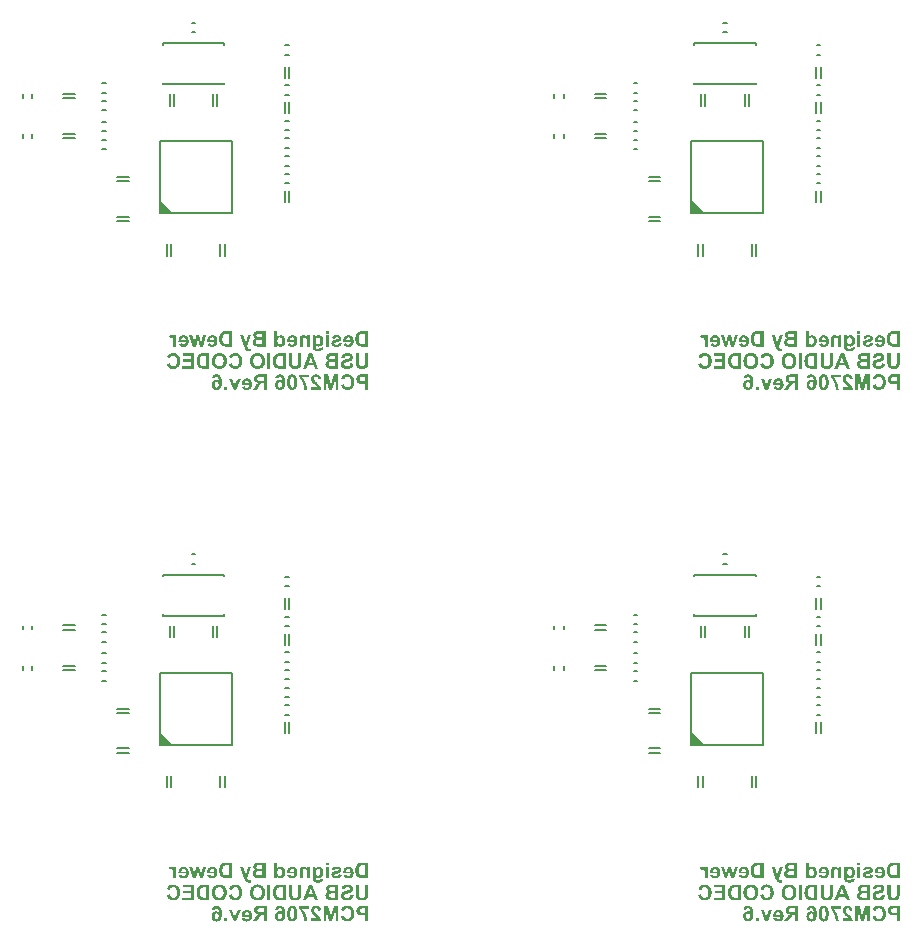
<source format=gbo>
%FSLAX25Y25*%
%MOIN*%
G70*
G01*
G75*
G04 Layer_Color=32896*
%ADD10R,0.09843X0.04331*%
%ADD11R,0.03150X0.03150*%
%ADD12C,0.02000*%
%ADD13C,0.01000*%
%ADD14C,0.04000*%
%ADD15C,0.01500*%
%ADD16C,0.03000*%
%ADD17C,0.05906*%
G04:AMPARAMS|DCode=18|XSize=59.06mil|YSize=59.06mil|CornerRadius=14.76mil|HoleSize=0mil|Usage=FLASHONLY|Rotation=180.000|XOffset=0mil|YOffset=0mil|HoleType=Round|Shape=RoundedRectangle|*
%AMROUNDEDRECTD18*
21,1,0.05906,0.02953,0,0,180.0*
21,1,0.02953,0.05906,0,0,180.0*
1,1,0.02953,-0.01476,0.01476*
1,1,0.02953,0.01476,0.01476*
1,1,0.02953,0.01476,-0.01476*
1,1,0.02953,-0.01476,-0.01476*
%
%ADD18ROUNDEDRECTD18*%
%ADD19C,0.03150*%
%ADD20O,0.17716X0.07874*%
%ADD21C,0.03937*%
%ADD22O,0.08000X0.11811*%
G04:AMPARAMS|DCode=23|XSize=98.43mil|YSize=98.43mil|CornerRadius=24.61mil|HoleSize=0mil|Usage=FLASHONLY|Rotation=270.000|XOffset=0mil|YOffset=0mil|HoleType=Round|Shape=RoundedRectangle|*
%AMROUNDEDRECTD23*
21,1,0.09843,0.04921,0,0,270.0*
21,1,0.04921,0.09843,0,0,270.0*
1,1,0.04921,-0.02461,-0.02461*
1,1,0.04921,-0.02461,0.02461*
1,1,0.04921,0.02461,0.02461*
1,1,0.04921,0.02461,-0.02461*
%
%ADD23ROUNDEDRECTD23*%
%ADD24C,0.02500*%
%ADD25R,0.03543X0.03937*%
%ADD26R,0.03937X0.03543*%
%ADD27R,0.07874X0.09449*%
G04:AMPARAMS|DCode=28|XSize=31.5mil|YSize=51.18mil|CornerRadius=7.87mil|HoleSize=0mil|Usage=FLASHONLY|Rotation=270.000|XOffset=0mil|YOffset=0mil|HoleType=Round|Shape=RoundedRectangle|*
%AMROUNDEDRECTD28*
21,1,0.03150,0.03543,0,0,270.0*
21,1,0.01575,0.05118,0,0,270.0*
1,1,0.01575,-0.01772,-0.00787*
1,1,0.01575,-0.01772,0.00787*
1,1,0.01575,0.01772,0.00787*
1,1,0.01575,0.01772,-0.00787*
%
%ADD28ROUNDEDRECTD28*%
G04:AMPARAMS|DCode=29|XSize=31.5mil|YSize=51.18mil|CornerRadius=7.87mil|HoleSize=0mil|Usage=FLASHONLY|Rotation=0.000|XOffset=0mil|YOffset=0mil|HoleType=Round|Shape=RoundedRectangle|*
%AMROUNDEDRECTD29*
21,1,0.03150,0.03543,0,0,0.0*
21,1,0.01575,0.05118,0,0,0.0*
1,1,0.01575,0.00787,-0.01772*
1,1,0.01575,-0.00787,-0.01772*
1,1,0.01575,-0.00787,0.01772*
1,1,0.01575,0.00787,0.01772*
%
%ADD29ROUNDEDRECTD29*%
%ADD30O,0.02165X0.05118*%
%ADD31O,0.05118X0.02165*%
%ADD32C,0.00100*%
%ADD33C,0.00029*%
%ADD34C,0.00787*%
%ADD35C,0.00500*%
G36*
X117653Y61419D02*
X117864Y61395D01*
X118051Y61356D01*
X118215Y61325D01*
X118285Y61302D01*
X118348Y61286D01*
X118403Y61263D01*
X118449Y61247D01*
X118489Y61239D01*
X118512Y61224D01*
X118527Y61216D01*
X118535D01*
X118668Y61153D01*
X118793Y61083D01*
X118902Y61005D01*
X119004Y60927D01*
X119082Y60864D01*
X119144Y60810D01*
X119184Y60771D01*
X119199Y60755D01*
X119301Y60638D01*
X119402Y60513D01*
X119480Y60396D01*
X119551Y60286D01*
X119605Y60193D01*
X119644Y60115D01*
X119668Y60068D01*
X119676Y60060D01*
Y60052D01*
X119754Y59841D01*
X119808Y59623D01*
X119847Y59404D01*
X119871Y59193D01*
X119887Y59099D01*
Y59013D01*
X119894Y58935D01*
X119902Y58865D01*
Y58810D01*
Y58771D01*
Y58740D01*
Y58732D01*
X119894Y58506D01*
X119871Y58295D01*
X119840Y58100D01*
X119801Y57912D01*
X119746Y57740D01*
X119691Y57584D01*
X119629Y57444D01*
X119566Y57311D01*
X119504Y57194D01*
X119441Y57092D01*
X119387Y57006D01*
X119332Y56936D01*
X119293Y56881D01*
X119262Y56842D01*
X119238Y56819D01*
X119230Y56811D01*
X119098Y56686D01*
X118957Y56585D01*
X118816Y56491D01*
X118660Y56413D01*
X118512Y56342D01*
X118363Y56288D01*
X118215Y56241D01*
X118075Y56202D01*
X117942Y56171D01*
X117817Y56155D01*
X117700Y56139D01*
X117606Y56124D01*
X117528D01*
X117465Y56116D01*
X117419D01*
X117208Y56124D01*
X117012Y56147D01*
X116833Y56178D01*
X116661Y56225D01*
X116497Y56280D01*
X116349Y56335D01*
X116216Y56397D01*
X116091Y56467D01*
X115981Y56530D01*
X115888Y56592D01*
X115802Y56647D01*
X115739Y56702D01*
X115685Y56748D01*
X115646Y56780D01*
X115622Y56803D01*
X115614Y56811D01*
X115497Y56951D01*
X115388Y57100D01*
X115302Y57256D01*
X115224Y57412D01*
X115154Y57576D01*
X115099Y57740D01*
X115052Y57897D01*
X115021Y58053D01*
X114990Y58193D01*
X114974Y58334D01*
X114958Y58451D01*
X114943Y58560D01*
Y58646D01*
X114935Y58709D01*
Y58748D01*
Y58763D01*
X114943Y58990D01*
X114966Y59209D01*
X114997Y59412D01*
X115044Y59599D01*
X115091Y59771D01*
X115146Y59927D01*
X115208Y60075D01*
X115271Y60208D01*
X115341Y60325D01*
X115396Y60427D01*
X115458Y60513D01*
X115505Y60583D01*
X115552Y60646D01*
X115583Y60685D01*
X115607Y60708D01*
X115614Y60716D01*
X115747Y60841D01*
X115888Y60950D01*
X116036Y61044D01*
X116184Y61130D01*
X116333Y61192D01*
X116489Y61255D01*
X116630Y61302D01*
X116778Y61341D01*
X116911Y61364D01*
X117036Y61388D01*
X117145Y61403D01*
X117239Y61419D01*
X117317D01*
X117379Y61427D01*
X117426D01*
X117653Y61419D01*
D02*
G37*
G36*
X130383D02*
X130594Y61395D01*
X130781Y61356D01*
X130945Y61325D01*
X131016Y61302D01*
X131078Y61286D01*
X131133Y61263D01*
X131180Y61247D01*
X131219Y61239D01*
X131242Y61224D01*
X131258Y61216D01*
X131266D01*
X131398Y61153D01*
X131523Y61083D01*
X131633Y61005D01*
X131734Y60927D01*
X131812Y60864D01*
X131875Y60810D01*
X131914Y60771D01*
X131930Y60755D01*
X132031Y60638D01*
X132132Y60513D01*
X132211Y60396D01*
X132281Y60286D01*
X132336Y60193D01*
X132375Y60115D01*
X132398Y60068D01*
X132406Y60060D01*
Y60052D01*
X132484Y59841D01*
X132539Y59623D01*
X132578Y59404D01*
X132601Y59193D01*
X132617Y59099D01*
Y59013D01*
X132625Y58935D01*
X132632Y58865D01*
Y58810D01*
Y58771D01*
Y58740D01*
Y58732D01*
X132625Y58506D01*
X132601Y58295D01*
X132570Y58100D01*
X132531Y57912D01*
X132476Y57740D01*
X132422Y57584D01*
X132359Y57444D01*
X132297Y57311D01*
X132234Y57194D01*
X132172Y57092D01*
X132117Y57006D01*
X132062Y56936D01*
X132023Y56881D01*
X131992Y56842D01*
X131968Y56819D01*
X131961Y56811D01*
X131828Y56686D01*
X131687Y56585D01*
X131547Y56491D01*
X131391Y56413D01*
X131242Y56342D01*
X131094Y56288D01*
X130945Y56241D01*
X130805Y56202D01*
X130672Y56171D01*
X130547Y56155D01*
X130430Y56139D01*
X130336Y56124D01*
X130258D01*
X130196Y56116D01*
X130149D01*
X129938Y56124D01*
X129743Y56147D01*
X129563Y56178D01*
X129391Y56225D01*
X129227Y56280D01*
X129079Y56335D01*
X128946Y56397D01*
X128821Y56467D01*
X128712Y56530D01*
X128618Y56592D01*
X128532Y56647D01*
X128470Y56702D01*
X128415Y56748D01*
X128376Y56780D01*
X128352Y56803D01*
X128345Y56811D01*
X128227Y56951D01*
X128118Y57100D01*
X128032Y57256D01*
X127954Y57412D01*
X127884Y57576D01*
X127829Y57740D01*
X127782Y57897D01*
X127751Y58053D01*
X127720Y58193D01*
X127704Y58334D01*
X127689Y58451D01*
X127673Y58560D01*
Y58646D01*
X127665Y58709D01*
Y58748D01*
Y58763D01*
X127673Y58990D01*
X127697Y59209D01*
X127728Y59412D01*
X127775Y59599D01*
X127821Y59771D01*
X127876Y59927D01*
X127939Y60075D01*
X128001Y60208D01*
X128071Y60325D01*
X128126Y60427D01*
X128189Y60513D01*
X128235Y60583D01*
X128282Y60646D01*
X128314Y60685D01*
X128337Y60708D01*
X128345Y60716D01*
X128478Y60841D01*
X128618Y60950D01*
X128766Y61044D01*
X128915Y61130D01*
X129063Y61192D01*
X129219Y61255D01*
X129360Y61302D01*
X129508Y61341D01*
X129641Y61364D01*
X129766Y61388D01*
X129876Y61403D01*
X129969Y61419D01*
X130047D01*
X130110Y61427D01*
X130157D01*
X130383Y61419D01*
D02*
G37*
G36*
X160295D02*
X160491Y61395D01*
X160662Y61372D01*
X160811Y61341D01*
X160928Y61302D01*
X160975Y61286D01*
X161014Y61278D01*
X161045Y61263D01*
X161076Y61255D01*
X161084Y61247D01*
X161092D01*
X161240Y61177D01*
X161365Y61091D01*
X161475Y61005D01*
X161561Y60919D01*
X161631Y60841D01*
X161686Y60778D01*
X161717Y60739D01*
X161725Y60732D01*
Y60724D01*
X161795Y60591D01*
X161850Y60466D01*
X161889Y60341D01*
X161912Y60232D01*
X161928Y60130D01*
X161943Y60060D01*
Y60029D01*
Y60005D01*
Y59997D01*
Y59990D01*
X161935Y59880D01*
X161920Y59771D01*
X161897Y59669D01*
X161873Y59576D01*
X161795Y59396D01*
X161709Y59248D01*
X161662Y59185D01*
X161623Y59123D01*
X161584Y59076D01*
X161545Y59037D01*
X161522Y59006D01*
X161498Y58982D01*
X161483Y58966D01*
X161475Y58959D01*
X161404Y58904D01*
X161326Y58849D01*
X161154Y58748D01*
X160959Y58662D01*
X160764Y58592D01*
X160592Y58529D01*
X160514Y58506D01*
X160444Y58490D01*
X160389Y58474D01*
X160350Y58459D01*
X160319Y58451D01*
X160311D01*
X160194Y58420D01*
X160092Y58396D01*
X159999Y58373D01*
X159913Y58350D01*
X159835Y58326D01*
X159772Y58311D01*
X159710Y58295D01*
X159663Y58279D01*
X159585Y58256D01*
X159530Y58240D01*
X159499Y58225D01*
X159491D01*
X159397Y58185D01*
X159319Y58147D01*
X159257Y58115D01*
X159202Y58076D01*
X159163Y58045D01*
X159140Y58021D01*
X159124Y58006D01*
X159116Y57998D01*
X159077Y57951D01*
X159054Y57897D01*
X159022Y57803D01*
X159015Y57756D01*
X159007Y57725D01*
Y57701D01*
Y57693D01*
X159015Y57592D01*
X159046Y57498D01*
X159085Y57412D01*
X159132Y57342D01*
X159186Y57280D01*
X159225Y57240D01*
X159257Y57209D01*
X159265Y57201D01*
X159366Y57131D01*
X159483Y57077D01*
X159608Y57045D01*
X159733Y57014D01*
X159842Y56998D01*
X159928Y56991D01*
X160014D01*
X160186Y56998D01*
X160335Y57030D01*
X160459Y57069D01*
X160569Y57108D01*
X160655Y57155D01*
X160717Y57186D01*
X160756Y57217D01*
X160772Y57225D01*
X160865Y57326D01*
X160944Y57444D01*
X161006Y57569D01*
X161053Y57686D01*
X161092Y57803D01*
X161116Y57889D01*
X161123Y57928D01*
Y57951D01*
X161131Y57967D01*
Y57975D01*
X162139Y57873D01*
X162115Y57717D01*
X162084Y57569D01*
X162045Y57428D01*
X162006Y57303D01*
X161951Y57186D01*
X161904Y57077D01*
X161850Y56983D01*
X161795Y56889D01*
X161740Y56819D01*
X161693Y56748D01*
X161646Y56694D01*
X161608Y56647D01*
X161568Y56608D01*
X161545Y56585D01*
X161529Y56569D01*
X161522Y56561D01*
X161420Y56483D01*
X161303Y56413D01*
X161186Y56358D01*
X161069Y56303D01*
X160944Y56264D01*
X160819Y56225D01*
X160577Y56171D01*
X160459Y56155D01*
X160358Y56139D01*
X160264Y56132D01*
X160186Y56124D01*
X160116Y56116D01*
X160022D01*
X159780Y56124D01*
X159569Y56147D01*
X159382Y56171D01*
X159218Y56210D01*
X159147Y56225D01*
X159085Y56241D01*
X159038Y56257D01*
X158991Y56264D01*
X158960Y56280D01*
X158937Y56288D01*
X158921Y56296D01*
X158913D01*
X158749Y56374D01*
X158616Y56467D01*
X158491Y56561D01*
X158398Y56655D01*
X158319Y56733D01*
X158265Y56803D01*
X158226Y56850D01*
X158218Y56858D01*
Y56866D01*
X158132Y57014D01*
X158070Y57162D01*
X158030Y57303D01*
X157999Y57428D01*
X157984Y57537D01*
X157968Y57623D01*
Y57654D01*
Y57678D01*
Y57693D01*
Y57701D01*
X157976Y57873D01*
X157999Y58029D01*
X158038Y58170D01*
X158070Y58287D01*
X158109Y58381D01*
X158148Y58459D01*
X158171Y58498D01*
X158179Y58513D01*
X158265Y58631D01*
X158351Y58740D01*
X158444Y58826D01*
X158538Y58904D01*
X158616Y58959D01*
X158679Y59006D01*
X158726Y59029D01*
X158733Y59037D01*
X158741D01*
X158811Y59076D01*
X158890Y59107D01*
X159069Y59177D01*
X159249Y59232D01*
X159436Y59295D01*
X159600Y59334D01*
X159671Y59357D01*
X159733Y59373D01*
X159788Y59388D01*
X159827Y59396D01*
X159850Y59404D01*
X159858D01*
X159991Y59435D01*
X160116Y59474D01*
X160225Y59505D01*
X160319Y59537D01*
X160413Y59560D01*
X160483Y59591D01*
X160553Y59615D01*
X160608Y59646D01*
X160662Y59669D01*
X160702Y59685D01*
X160764Y59716D01*
X160795Y59740D01*
X160803Y59747D01*
X160850Y59802D01*
X160889Y59849D01*
X160912Y59904D01*
X160936Y59951D01*
X160944Y59997D01*
X160951Y60029D01*
Y60052D01*
Y60060D01*
X160944Y60130D01*
X160928Y60193D01*
X160905Y60247D01*
X160873Y60294D01*
X160842Y60333D01*
X160819Y60357D01*
X160803Y60372D01*
X160795Y60380D01*
X160694Y60443D01*
X160577Y60489D01*
X160459Y60521D01*
X160350Y60544D01*
X160249Y60560D01*
X160163Y60568D01*
X160092D01*
X159936Y60560D01*
X159803Y60536D01*
X159694Y60513D01*
X159600Y60482D01*
X159530Y60443D01*
X159483Y60419D01*
X159452Y60396D01*
X159444Y60388D01*
X159366Y60318D01*
X159303Y60232D01*
X159257Y60138D01*
X159218Y60044D01*
X159186Y59958D01*
X159171Y59888D01*
X159155Y59841D01*
Y59833D01*
Y59826D01*
X158116Y59865D01*
X158124Y59990D01*
X158148Y60115D01*
X158179Y60232D01*
X158210Y60341D01*
X158296Y60528D01*
X158335Y60614D01*
X158382Y60693D01*
X158429Y60763D01*
X158476Y60825D01*
X158515Y60880D01*
X158554Y60919D01*
X158585Y60950D01*
X158608Y60974D01*
X158624Y60989D01*
X158632Y60997D01*
X158726Y61075D01*
X158835Y61138D01*
X158944Y61200D01*
X159061Y61247D01*
X159303Y61325D01*
X159538Y61372D01*
X159647Y61388D01*
X159749Y61403D01*
X159842Y61411D01*
X159928Y61419D01*
X159991Y61427D01*
X160084D01*
X160295Y61419D01*
D02*
G37*
G36*
X111834Y63570D02*
X110881D01*
X110249Y65960D01*
X109608Y63570D01*
X108663D01*
X107469Y67287D01*
X108437D01*
X109148Y64850D01*
X109765Y67287D01*
X110717D01*
X111358Y64850D01*
X112053Y67287D01*
X113006D01*
X111834Y63570D01*
D02*
G37*
G36*
X150697Y67357D02*
X150814Y67342D01*
X150923Y67318D01*
X151033Y67287D01*
X151220Y67209D01*
X151306Y67162D01*
X151384Y67115D01*
X151454Y67068D01*
X151509Y67022D01*
X151564Y66983D01*
X151611Y66944D01*
X151642Y66912D01*
X151665Y66889D01*
X151681Y66873D01*
X151689Y66865D01*
X151767Y66772D01*
X151837Y66662D01*
X151892Y66553D01*
X151946Y66436D01*
X151986Y66319D01*
X152025Y66202D01*
X152079Y65967D01*
X152095Y65866D01*
X152111Y65764D01*
X152118Y65678D01*
X152126Y65600D01*
X152134Y65530D01*
Y65483D01*
Y65452D01*
Y65444D01*
X152126Y65311D01*
X152118Y65179D01*
X152079Y64936D01*
X152056Y64827D01*
X152025Y64726D01*
X151993Y64632D01*
X151962Y64546D01*
X151931Y64468D01*
X151908Y64398D01*
X151876Y64343D01*
X151853Y64296D01*
X151829Y64257D01*
X151814Y64226D01*
X151798Y64210D01*
Y64202D01*
X151712Y64093D01*
X151619Y63991D01*
X151525Y63905D01*
X151431Y63835D01*
X151330Y63773D01*
X151228Y63726D01*
X151134Y63679D01*
X151041Y63648D01*
X150955Y63624D01*
X150869Y63601D01*
X150798Y63593D01*
X150736Y63577D01*
X150681D01*
X150642Y63570D01*
X150611D01*
X150486Y63577D01*
X150369Y63593D01*
X150260Y63624D01*
X150158Y63663D01*
X149971Y63765D01*
X149807Y63874D01*
X149736Y63929D01*
X149674Y63984D01*
X149627Y64038D01*
X149580Y64085D01*
X149549Y64124D01*
X149525Y64155D01*
X149510Y64171D01*
X149502Y64179D01*
Y63624D01*
Y63515D01*
X149510Y63421D01*
X149518Y63343D01*
X149525Y63281D01*
X149533Y63234D01*
X149541Y63203D01*
X149549Y63187D01*
Y63179D01*
X149580Y63117D01*
X149611Y63062D01*
X149643Y63015D01*
X149674Y62984D01*
X149697Y62953D01*
X149721Y62937D01*
X149736Y62929D01*
X149744Y62921D01*
X149822Y62882D01*
X149916Y62851D01*
X150010Y62836D01*
X150103Y62820D01*
X150189Y62812D01*
X150260Y62804D01*
X150322D01*
X150424Y62812D01*
X150517Y62820D01*
X150588Y62836D01*
X150650Y62859D01*
X150697Y62882D01*
X150736Y62898D01*
X150752Y62906D01*
X150759Y62914D01*
X150791Y62945D01*
X150822Y62992D01*
X150861Y63078D01*
X150869Y63124D01*
X150876Y63156D01*
X150884Y63179D01*
Y63187D01*
X152009Y63320D01*
X152017Y63273D01*
Y63242D01*
Y63210D01*
Y63203D01*
X152009Y63109D01*
X152001Y63023D01*
X151954Y62867D01*
X151892Y62726D01*
X151822Y62609D01*
X151751Y62515D01*
X151689Y62445D01*
X151642Y62398D01*
X151634Y62390D01*
X151626Y62383D01*
X151548Y62328D01*
X151454Y62273D01*
X151353Y62234D01*
X151251Y62195D01*
X151025Y62133D01*
X150806Y62094D01*
X150697Y62086D01*
X150603Y62070D01*
X150517Y62062D01*
X150439D01*
X150369Y62055D01*
X150283D01*
X150103Y62062D01*
X149939Y62070D01*
X149799Y62086D01*
X149682Y62109D01*
X149588Y62133D01*
X149518Y62148D01*
X149471Y62156D01*
X149455Y62164D01*
X149338Y62203D01*
X149236Y62250D01*
X149143Y62297D01*
X149072Y62343D01*
X149010Y62390D01*
X148971Y62422D01*
X148940Y62445D01*
X148932Y62453D01*
X148862Y62531D01*
X148799Y62609D01*
X148752Y62695D01*
X148705Y62781D01*
X148674Y62851D01*
X148651Y62914D01*
X148635Y62953D01*
X148627Y62968D01*
X148612Y63031D01*
X148588Y63101D01*
X148565Y63257D01*
X148541Y63421D01*
X148533Y63577D01*
X148526Y63718D01*
X148518Y63780D01*
Y63835D01*
Y63882D01*
Y63913D01*
Y63937D01*
Y63945D01*
Y67287D01*
X149440D01*
Y66756D01*
X149525Y66865D01*
X149619Y66959D01*
X149713Y67037D01*
X149807Y67107D01*
X149900Y67170D01*
X149994Y67217D01*
X150088Y67256D01*
X150174Y67287D01*
X150252Y67311D01*
X150330Y67334D01*
X150400Y67350D01*
X150455Y67357D01*
X150502Y67365D01*
X150572D01*
X150697Y67357D01*
D02*
G37*
G36*
X153907Y67795D02*
X152923D01*
Y68701D01*
X153907D01*
Y67795D01*
D02*
G37*
G36*
X108952Y56210D02*
X105055D01*
Y57077D01*
X107914D01*
Y58467D01*
X105352D01*
Y59334D01*
X107914D01*
Y60474D01*
X105157D01*
Y61341D01*
X108952D01*
Y56210D01*
D02*
G37*
G36*
X150447D02*
X149354D01*
X148932Y57373D01*
X146862D01*
X146425Y56210D01*
X145300D01*
X147362Y61341D01*
X148455D01*
X150447Y56210D01*
D02*
G37*
G36*
X157086D02*
X154860D01*
X154727Y56217D01*
X154516D01*
X154422Y56225D01*
X154282D01*
X154227Y56233D01*
X154149D01*
X154125Y56241D01*
X154094D01*
X153946Y56264D01*
X153813Y56296D01*
X153696Y56335D01*
X153594Y56381D01*
X153508Y56420D01*
X153446Y56452D01*
X153415Y56475D01*
X153399Y56483D01*
X153298Y56561D01*
X153212Y56655D01*
X153134Y56741D01*
X153071Y56827D01*
X153024Y56897D01*
X152985Y56959D01*
X152962Y56998D01*
X152954Y57014D01*
X152899Y57139D01*
X152860Y57256D01*
X152829Y57373D01*
X152813Y57475D01*
X152798Y57569D01*
X152790Y57631D01*
Y57678D01*
Y57693D01*
X152798Y57858D01*
X152829Y58006D01*
X152868Y58131D01*
X152915Y58248D01*
X152970Y58342D01*
X153009Y58412D01*
X153040Y58451D01*
X153048Y58467D01*
X153149Y58584D01*
X153266Y58685D01*
X153384Y58763D01*
X153501Y58826D01*
X153602Y58873D01*
X153688Y58912D01*
X153719Y58920D01*
X153743Y58928D01*
X153758Y58935D01*
X153766D01*
X153649Y58998D01*
X153540Y59068D01*
X153454Y59138D01*
X153376Y59216D01*
X153313Y59279D01*
X153274Y59334D01*
X153243Y59365D01*
X153235Y59381D01*
X153173Y59498D01*
X153126Y59615D01*
X153087Y59724D01*
X153063Y59826D01*
X153048Y59912D01*
X153040Y59982D01*
Y60029D01*
Y60044D01*
X153048Y60169D01*
X153063Y60279D01*
X153095Y60380D01*
X153118Y60474D01*
X153149Y60544D01*
X153181Y60599D01*
X153196Y60630D01*
X153204Y60646D01*
X153266Y60739D01*
X153329Y60825D01*
X153399Y60896D01*
X153454Y60958D01*
X153508Y61013D01*
X153555Y61044D01*
X153587Y61067D01*
X153594Y61075D01*
X153688Y61130D01*
X153774Y61177D01*
X153868Y61216D01*
X153954Y61239D01*
X154024Y61263D01*
X154079Y61278D01*
X154118Y61286D01*
X154133D01*
X154258Y61302D01*
X154399Y61317D01*
X154547Y61325D01*
X154696Y61333D01*
X154828Y61341D01*
X157086D01*
Y56210D01*
D02*
G37*
G36*
X144754Y58600D02*
Y58443D01*
X144746Y58295D01*
Y58154D01*
X144738Y58029D01*
X144730Y57912D01*
X144722Y57803D01*
X144714Y57709D01*
X144707Y57623D01*
X144699Y57545D01*
X144691Y57483D01*
X144683Y57420D01*
X144675Y57381D01*
X144668Y57342D01*
X144660Y57319D01*
Y57303D01*
Y57295D01*
X144629Y57186D01*
X144582Y57084D01*
X144535Y56983D01*
X144488Y56897D01*
X144441Y56827D01*
X144402Y56772D01*
X144379Y56741D01*
X144371Y56725D01*
X144277Y56631D01*
X144183Y56538D01*
X144082Y56467D01*
X143988Y56397D01*
X143902Y56350D01*
X143832Y56311D01*
X143785Y56288D01*
X143777Y56280D01*
X143770D01*
X143691Y56249D01*
X143613Y56225D01*
X143434Y56186D01*
X143254Y56155D01*
X143074Y56139D01*
X142910Y56124D01*
X142840D01*
X142778Y56116D01*
X142660D01*
X142442Y56124D01*
X142246Y56139D01*
X142083Y56163D01*
X141942Y56194D01*
X141825Y56217D01*
X141778Y56233D01*
X141747Y56241D01*
X141715Y56249D01*
X141692Y56257D01*
X141684Y56264D01*
X141676D01*
X141544Y56327D01*
X141426Y56397D01*
X141325Y56467D01*
X141231Y56538D01*
X141169Y56592D01*
X141114Y56639D01*
X141083Y56678D01*
X141075Y56686D01*
X140997Y56788D01*
X140927Y56897D01*
X140880Y57006D01*
X140833Y57108D01*
X140802Y57201D01*
X140778Y57272D01*
X140763Y57319D01*
Y57326D01*
Y57334D01*
X140747Y57412D01*
X140731Y57498D01*
X140724Y57600D01*
X140716Y57701D01*
X140700Y57912D01*
X140684Y58131D01*
Y58232D01*
Y58326D01*
X140677Y58412D01*
Y58490D01*
Y58553D01*
Y58600D01*
Y58631D01*
Y58639D01*
Y61341D01*
X141715D01*
Y58490D01*
Y58381D01*
Y58279D01*
X141723Y58185D01*
Y58100D01*
X141731Y57943D01*
X141739Y57826D01*
X141747Y57733D01*
X141754Y57670D01*
X141762Y57631D01*
Y57615D01*
X141786Y57522D01*
X141825Y57436D01*
X141872Y57366D01*
X141919Y57303D01*
X141957Y57248D01*
X141997Y57209D01*
X142028Y57186D01*
X142036Y57178D01*
X142129Y57116D01*
X142231Y57077D01*
X142340Y57045D01*
X142442Y57022D01*
X142543Y57006D01*
X142621Y56998D01*
X142692D01*
X142840Y57006D01*
X142981Y57030D01*
X143098Y57061D01*
X143192Y57092D01*
X143270Y57123D01*
X143324Y57155D01*
X143356Y57178D01*
X143371Y57186D01*
X143457Y57264D01*
X143519Y57342D01*
X143574Y57428D01*
X143621Y57514D01*
X143644Y57584D01*
X143668Y57639D01*
X143684Y57678D01*
Y57693D01*
X143691Y57733D01*
Y57787D01*
X143699Y57912D01*
X143707Y58053D01*
Y58193D01*
X143715Y58334D01*
Y58396D01*
Y58443D01*
Y58490D01*
Y58521D01*
Y58545D01*
Y58553D01*
Y61341D01*
X144754D01*
Y58600D01*
D02*
G37*
G36*
X114123Y56210D02*
X112186D01*
X111983Y56217D01*
X111795Y56225D01*
X111639Y56241D01*
X111514Y56264D01*
X111405Y56280D01*
X111335Y56296D01*
X111288Y56303D01*
X111272Y56311D01*
X111108Y56374D01*
X110968Y56436D01*
X110843Y56506D01*
X110733Y56577D01*
X110655Y56631D01*
X110593Y56678D01*
X110561Y56717D01*
X110546Y56725D01*
X110421Y56866D01*
X110311Y57014D01*
X110218Y57162D01*
X110140Y57311D01*
X110077Y57436D01*
X110054Y57490D01*
X110030Y57537D01*
X110015Y57576D01*
X110007Y57608D01*
X109999Y57623D01*
Y57631D01*
X109944Y57811D01*
X109905Y57998D01*
X109874Y58178D01*
X109858Y58350D01*
X109843Y58498D01*
Y58560D01*
X109835Y58615D01*
Y58662D01*
Y58693D01*
Y58717D01*
Y58724D01*
X109843Y58982D01*
X109858Y59216D01*
X109890Y59427D01*
X109905Y59513D01*
X109921Y59599D01*
X109936Y59677D01*
X109952Y59740D01*
X109968Y59802D01*
X109983Y59849D01*
X109991Y59888D01*
X109999Y59912D01*
X110007Y59927D01*
Y59935D01*
X110077Y60115D01*
X110155Y60271D01*
X110233Y60411D01*
X110311Y60536D01*
X110389Y60630D01*
X110444Y60700D01*
X110483Y60747D01*
X110491Y60763D01*
X110499D01*
X110624Y60880D01*
X110757Y60982D01*
X110881Y61067D01*
X110999Y61130D01*
X111108Y61177D01*
X111186Y61216D01*
X111217Y61224D01*
X111241Y61231D01*
X111256Y61239D01*
X111264D01*
X111405Y61270D01*
X111561Y61302D01*
X111717Y61317D01*
X111881Y61325D01*
X112022Y61333D01*
X112084Y61341D01*
X114123D01*
Y56210D01*
D02*
G37*
G36*
X134444D02*
X133406D01*
Y61341D01*
X134444D01*
Y56210D01*
D02*
G37*
G36*
X139583D02*
X137646D01*
X137443Y56217D01*
X137256Y56225D01*
X137100Y56241D01*
X136975Y56264D01*
X136865Y56280D01*
X136795Y56296D01*
X136748Y56303D01*
X136733Y56311D01*
X136569Y56374D01*
X136428Y56436D01*
X136303Y56506D01*
X136194Y56577D01*
X136116Y56631D01*
X136053Y56678D01*
X136022Y56717D01*
X136006Y56725D01*
X135881Y56866D01*
X135772Y57014D01*
X135678Y57162D01*
X135600Y57311D01*
X135538Y57436D01*
X135514Y57490D01*
X135491Y57537D01*
X135475Y57576D01*
X135467Y57608D01*
X135460Y57623D01*
Y57631D01*
X135405Y57811D01*
X135366Y57998D01*
X135335Y58178D01*
X135319Y58350D01*
X135303Y58498D01*
Y58560D01*
X135296Y58615D01*
Y58662D01*
Y58693D01*
Y58717D01*
Y58724D01*
X135303Y58982D01*
X135319Y59216D01*
X135350Y59427D01*
X135366Y59513D01*
X135381Y59599D01*
X135397Y59677D01*
X135413Y59740D01*
X135428Y59802D01*
X135444Y59849D01*
X135452Y59888D01*
X135460Y59912D01*
X135467Y59927D01*
Y59935D01*
X135538Y60115D01*
X135616Y60271D01*
X135694Y60411D01*
X135772Y60536D01*
X135850Y60630D01*
X135905Y60700D01*
X135944Y60747D01*
X135952Y60763D01*
X135959D01*
X136084Y60880D01*
X136217Y60982D01*
X136342Y61067D01*
X136459Y61130D01*
X136569Y61177D01*
X136647Y61216D01*
X136678Y61224D01*
X136701Y61231D01*
X136717Y61239D01*
X136725D01*
X136865Y61270D01*
X137022Y61302D01*
X137178Y61317D01*
X137342Y61325D01*
X137482Y61333D01*
X137545Y61341D01*
X139583D01*
Y56210D01*
D02*
G37*
G36*
X121667Y63570D02*
X119730D01*
X119527Y63577D01*
X119340Y63585D01*
X119184Y63601D01*
X119059Y63624D01*
X118949Y63640D01*
X118879Y63656D01*
X118832Y63663D01*
X118816Y63671D01*
X118652Y63734D01*
X118512Y63796D01*
X118387Y63866D01*
X118278Y63937D01*
X118200Y63991D01*
X118137Y64038D01*
X118106Y64077D01*
X118090Y64085D01*
X117965Y64226D01*
X117856Y64374D01*
X117762Y64522D01*
X117684Y64671D01*
X117622Y64796D01*
X117598Y64850D01*
X117575Y64897D01*
X117559Y64936D01*
X117551Y64968D01*
X117543Y64983D01*
Y64991D01*
X117489Y65171D01*
X117450Y65358D01*
X117419Y65538D01*
X117403Y65710D01*
X117387Y65858D01*
Y65920D01*
X117379Y65975D01*
Y66022D01*
Y66053D01*
Y66077D01*
Y66084D01*
X117387Y66342D01*
X117403Y66576D01*
X117434Y66787D01*
X117450Y66873D01*
X117465Y66959D01*
X117481Y67037D01*
X117497Y67100D01*
X117512Y67162D01*
X117528Y67209D01*
X117536Y67248D01*
X117543Y67272D01*
X117551Y67287D01*
Y67295D01*
X117622Y67475D01*
X117700Y67631D01*
X117778Y67771D01*
X117856Y67896D01*
X117934Y67990D01*
X117989Y68060D01*
X118028Y68107D01*
X118035Y68123D01*
X118043D01*
X118168Y68240D01*
X118301Y68341D01*
X118426Y68427D01*
X118543Y68490D01*
X118652Y68537D01*
X118731Y68576D01*
X118762Y68584D01*
X118785Y68591D01*
X118801Y68599D01*
X118809D01*
X118949Y68630D01*
X119106Y68662D01*
X119262Y68677D01*
X119426Y68685D01*
X119566Y68693D01*
X119629Y68701D01*
X121667D01*
Y63570D01*
D02*
G37*
G36*
X132812D02*
X130586D01*
X130453Y63577D01*
X130243D01*
X130149Y63585D01*
X130008D01*
X129954Y63593D01*
X129876D01*
X129852Y63601D01*
X129821D01*
X129672Y63624D01*
X129540Y63656D01*
X129422Y63695D01*
X129321Y63741D01*
X129235Y63780D01*
X129173Y63812D01*
X129141Y63835D01*
X129126Y63843D01*
X129024Y63921D01*
X128938Y64015D01*
X128860Y64101D01*
X128798Y64187D01*
X128751Y64257D01*
X128712Y64319D01*
X128688Y64358D01*
X128681Y64374D01*
X128626Y64499D01*
X128587Y64616D01*
X128556Y64733D01*
X128540Y64835D01*
X128524Y64929D01*
X128516Y64991D01*
Y65038D01*
Y65053D01*
X128524Y65218D01*
X128556Y65366D01*
X128595Y65491D01*
X128641Y65608D01*
X128696Y65702D01*
X128735Y65772D01*
X128766Y65811D01*
X128774Y65827D01*
X128876Y65944D01*
X128993Y66045D01*
X129110Y66123D01*
X129227Y66186D01*
X129329Y66233D01*
X129415Y66272D01*
X129446Y66280D01*
X129469Y66287D01*
X129485Y66295D01*
X129493D01*
X129376Y66358D01*
X129266Y66428D01*
X129180Y66498D01*
X129102Y66576D01*
X129040Y66639D01*
X129001Y66694D01*
X128970Y66725D01*
X128962Y66741D01*
X128899Y66858D01*
X128852Y66975D01*
X128813Y67084D01*
X128790Y67186D01*
X128774Y67272D01*
X128766Y67342D01*
Y67389D01*
Y67404D01*
X128774Y67529D01*
X128790Y67639D01*
X128821Y67740D01*
X128844Y67834D01*
X128876Y67904D01*
X128907Y67959D01*
X128923Y67990D01*
X128930Y68006D01*
X128993Y68099D01*
X129055Y68185D01*
X129126Y68256D01*
X129180Y68318D01*
X129235Y68373D01*
X129282Y68404D01*
X129313Y68427D01*
X129321Y68435D01*
X129415Y68490D01*
X129501Y68537D01*
X129594Y68576D01*
X129680Y68599D01*
X129751Y68623D01*
X129805Y68638D01*
X129844Y68646D01*
X129860D01*
X129985Y68662D01*
X130125Y68677D01*
X130274Y68685D01*
X130422Y68693D01*
X130555Y68701D01*
X132812D01*
Y63570D01*
D02*
G37*
G36*
X145558Y67357D02*
X145691Y67342D01*
X145808Y67311D01*
X145925Y67272D01*
X146034Y67217D01*
X146136Y67170D01*
X146222Y67107D01*
X146308Y67053D01*
X146386Y66998D01*
X146448Y66936D01*
X146511Y66889D01*
X146558Y66842D01*
X146597Y66795D01*
X146620Y66764D01*
X146636Y66748D01*
X146643Y66741D01*
Y67287D01*
X147557D01*
Y63570D01*
X146573D01*
Y65249D01*
Y65358D01*
Y65467D01*
X146565Y65561D01*
Y65647D01*
X146558Y65725D01*
X146550Y65795D01*
X146542Y65858D01*
X146534Y65913D01*
X146526Y65999D01*
X146511Y66053D01*
X146503Y66092D01*
Y66100D01*
X146472Y66186D01*
X146425Y66256D01*
X146378Y66319D01*
X146339Y66373D01*
X146292Y66420D01*
X146261Y66452D01*
X146237Y66467D01*
X146230Y66475D01*
X146151Y66522D01*
X146073Y66553D01*
X145995Y66584D01*
X145925Y66600D01*
X145862Y66608D01*
X145816Y66615D01*
X145769D01*
X145698Y66608D01*
X145636Y66600D01*
X145574Y66584D01*
X145527Y66569D01*
X145488Y66545D01*
X145456Y66530D01*
X145441Y66522D01*
X145433Y66514D01*
X145339Y66428D01*
X145277Y66334D01*
X145253Y66295D01*
X145238Y66264D01*
X145230Y66241D01*
Y66233D01*
X145214Y66194D01*
X145206Y66147D01*
X145191Y66038D01*
X145175Y65913D01*
X145167Y65780D01*
X145160Y65663D01*
Y65608D01*
Y65553D01*
Y65514D01*
Y65483D01*
Y65467D01*
Y65460D01*
Y63570D01*
X144176D01*
Y65874D01*
Y66022D01*
X144183Y66155D01*
X144191Y66272D01*
X144199Y66366D01*
X144215Y66436D01*
X144222Y66491D01*
X144230Y66522D01*
Y66530D01*
X144254Y66615D01*
X144285Y66694D01*
X144316Y66764D01*
X144347Y66826D01*
X144379Y66873D01*
X144402Y66912D01*
X144418Y66936D01*
X144425Y66944D01*
X144480Y67014D01*
X144551Y67068D01*
X144613Y67123D01*
X144683Y67170D01*
X144738Y67201D01*
X144785Y67225D01*
X144816Y67240D01*
X144832Y67248D01*
X144933Y67287D01*
X145035Y67318D01*
X145136Y67334D01*
X145230Y67350D01*
X145308Y67357D01*
X145370Y67365D01*
X145425D01*
X145558Y67357D01*
D02*
G37*
G36*
X136764Y66842D02*
X136850Y66936D01*
X136943Y67014D01*
X137037Y67084D01*
X137123Y67147D01*
X137217Y67193D01*
X137311Y67240D01*
X137475Y67303D01*
X137623Y67334D01*
X137686Y67350D01*
X137740Y67357D01*
X137779Y67365D01*
X137842D01*
X137967Y67357D01*
X138084Y67342D01*
X138201Y67318D01*
X138302Y67287D01*
X138498Y67209D01*
X138584Y67162D01*
X138662Y67115D01*
X138724Y67068D01*
X138787Y67022D01*
X138841Y66983D01*
X138888Y66944D01*
X138919Y66912D01*
X138943Y66889D01*
X138959Y66873D01*
X138966Y66865D01*
X139044Y66772D01*
X139107Y66662D01*
X139169Y66553D01*
X139216Y66436D01*
X139294Y66194D01*
X139349Y65960D01*
X139365Y65858D01*
X139380Y65756D01*
X139388Y65663D01*
X139396Y65585D01*
X139404Y65522D01*
Y65467D01*
Y65436D01*
Y65428D01*
X139396Y65264D01*
X139380Y65100D01*
X139365Y64952D01*
X139333Y64819D01*
X139302Y64686D01*
X139263Y64569D01*
X139216Y64460D01*
X139177Y64366D01*
X139138Y64280D01*
X139091Y64202D01*
X139052Y64140D01*
X139021Y64085D01*
X138990Y64046D01*
X138966Y64015D01*
X138959Y63999D01*
X138951Y63991D01*
X138865Y63898D01*
X138771Y63819D01*
X138685Y63749D01*
X138591Y63695D01*
X138498Y63640D01*
X138404Y63601D01*
X138232Y63538D01*
X138084Y63507D01*
X138021Y63491D01*
X137967Y63484D01*
X137920Y63476D01*
X137857D01*
X137740Y63484D01*
X137631Y63499D01*
X137522Y63523D01*
X137428Y63554D01*
X137350Y63585D01*
X137295Y63609D01*
X137256Y63624D01*
X137240Y63632D01*
X137123Y63702D01*
X137022Y63773D01*
X136928Y63859D01*
X136850Y63929D01*
X136787Y63999D01*
X136733Y64054D01*
X136701Y64093D01*
X136694Y64109D01*
Y63570D01*
X135780D01*
Y68701D01*
X136764D01*
Y66842D01*
D02*
G37*
G36*
X156828Y67350D02*
X156953Y67334D01*
X157070Y67311D01*
X157179Y67287D01*
X157273Y67256D01*
X157367Y67233D01*
X157445Y67201D01*
X157507Y67170D01*
X157570Y67139D01*
X157617Y67107D01*
X157663Y67084D01*
X157695Y67061D01*
X157718Y67045D01*
X157726Y67037D01*
X157734Y67029D01*
X157796Y66967D01*
X157859Y66904D01*
X157952Y66764D01*
X158015Y66631D01*
X158062Y66498D01*
X158085Y66389D01*
X158101Y66295D01*
X158109Y66264D01*
Y66241D01*
Y66225D01*
Y66217D01*
X158101Y66123D01*
X158093Y66030D01*
X158038Y65866D01*
X157968Y65717D01*
X157890Y65600D01*
X157812Y65507D01*
X157741Y65436D01*
X157687Y65397D01*
X157679Y65381D01*
X157671D01*
X157601Y65342D01*
X157515Y65296D01*
X157413Y65257D01*
X157304Y65218D01*
X157179Y65171D01*
X157054Y65132D01*
X156797Y65061D01*
X156672Y65030D01*
X156554Y64999D01*
X156445Y64975D01*
X156351Y64952D01*
X156273Y64929D01*
X156219Y64921D01*
X156179Y64905D01*
X156164D01*
X156078Y64882D01*
X156000Y64858D01*
X155945Y64835D01*
X155898Y64819D01*
X155867Y64796D01*
X155844Y64788D01*
X155828Y64772D01*
X155789Y64710D01*
X155766Y64655D01*
X155758Y64608D01*
Y64593D01*
Y64585D01*
X155766Y64530D01*
X155781Y64476D01*
X155820Y64390D01*
X155851Y64358D01*
X155867Y64335D01*
X155883Y64327D01*
X155891Y64319D01*
X155969Y64272D01*
X156062Y64241D01*
X156156Y64218D01*
X156250Y64202D01*
X156328Y64194D01*
X156398Y64187D01*
X156461D01*
X156586Y64194D01*
X156687Y64210D01*
X156781Y64233D01*
X156859Y64257D01*
X156922Y64280D01*
X156960Y64304D01*
X156992Y64319D01*
X157000Y64327D01*
X157062Y64390D01*
X157117Y64460D01*
X157164Y64530D01*
X157195Y64600D01*
X157218Y64663D01*
X157234Y64718D01*
X157249Y64749D01*
Y64764D01*
X158234Y64616D01*
X158171Y64429D01*
X158085Y64265D01*
X157992Y64116D01*
X157898Y63999D01*
X157812Y63905D01*
X157734Y63835D01*
X157703Y63812D01*
X157679Y63796D01*
X157671Y63780D01*
X157663D01*
X157484Y63679D01*
X157289Y63601D01*
X157086Y63554D01*
X156898Y63515D01*
X156804Y63499D01*
X156726Y63491D01*
X156648Y63484D01*
X156586D01*
X156531Y63476D01*
X156461D01*
X156312Y63484D01*
X156164Y63491D01*
X156031Y63507D01*
X155914Y63531D01*
X155797Y63562D01*
X155695Y63593D01*
X155602Y63624D01*
X155516Y63663D01*
X155445Y63695D01*
X155383Y63726D01*
X155328Y63757D01*
X155281Y63788D01*
X155250Y63812D01*
X155219Y63827D01*
X155211Y63843D01*
X155203D01*
X155125Y63913D01*
X155063Y63984D01*
X155000Y64062D01*
X154953Y64132D01*
X154875Y64280D01*
X154828Y64421D01*
X154797Y64538D01*
X154789Y64593D01*
X154781Y64632D01*
X154774Y64671D01*
Y64694D01*
Y64710D01*
Y64718D01*
X154789Y64890D01*
X154821Y65030D01*
X154875Y65163D01*
X154930Y65264D01*
X154985Y65342D01*
X155039Y65405D01*
X155070Y65436D01*
X155086Y65452D01*
X155149Y65499D01*
X155227Y65545D01*
X155391Y65631D01*
X155570Y65710D01*
X155750Y65772D01*
X155922Y65819D01*
X155992Y65842D01*
X156062Y65858D01*
X156109Y65874D01*
X156156Y65881D01*
X156179Y65889D01*
X156187D01*
X156328Y65920D01*
X156453Y65952D01*
X156562Y65983D01*
X156656Y66006D01*
X156742Y66038D01*
X156820Y66061D01*
X156882Y66077D01*
X156937Y66100D01*
X156984Y66116D01*
X157015Y66131D01*
X157070Y66155D01*
X157093Y66163D01*
X157101Y66170D01*
X157132Y66202D01*
X157156Y66225D01*
X157179Y66287D01*
X157195Y66334D01*
Y66342D01*
Y66350D01*
X157187Y66397D01*
X157179Y66436D01*
X157140Y66498D01*
X157101Y66537D01*
X157093Y66553D01*
X157086D01*
X157015Y66592D01*
X156929Y66615D01*
X156750Y66647D01*
X156664Y66654D01*
X156594Y66662D01*
X156531D01*
X156422Y66654D01*
X156328Y66647D01*
X156250Y66623D01*
X156179Y66608D01*
X156133Y66584D01*
X156094Y66561D01*
X156070Y66553D01*
X156062Y66545D01*
X156000Y66498D01*
X155953Y66444D01*
X155914Y66389D01*
X155883Y66334D01*
X155859Y66287D01*
X155844Y66248D01*
X155828Y66225D01*
Y66217D01*
X154899Y66389D01*
X154961Y66561D01*
X155039Y66701D01*
X155125Y66826D01*
X155211Y66928D01*
X155289Y67014D01*
X155352Y67068D01*
X155398Y67107D01*
X155406Y67115D01*
X155414D01*
X155484Y67162D01*
X155570Y67201D01*
X155742Y67264D01*
X155937Y67303D01*
X156117Y67334D01*
X156281Y67350D01*
X156359Y67357D01*
X156422Y67365D01*
X156695D01*
X156828Y67350D01*
D02*
G37*
G36*
X101346Y67357D02*
X101424Y67350D01*
X101494Y67326D01*
X101556Y67311D01*
X101611Y67287D01*
X101650Y67264D01*
X101674Y67256D01*
X101681Y67248D01*
X101752Y67193D01*
X101830Y67123D01*
X101900Y67045D01*
X101962Y66959D01*
X102017Y66881D01*
X102064Y66819D01*
X102095Y66772D01*
X102103Y66764D01*
Y67287D01*
X103017D01*
Y63570D01*
X102033D01*
Y64710D01*
Y64882D01*
Y65038D01*
X102025Y65179D01*
X102017Y65303D01*
Y65421D01*
X102009Y65522D01*
X102002Y65608D01*
X101994Y65686D01*
X101986Y65749D01*
X101978Y65811D01*
X101970Y65858D01*
Y65889D01*
X101962Y65920D01*
X101955Y65936D01*
Y65952D01*
X101924Y66053D01*
X101884Y66139D01*
X101845Y66217D01*
X101806Y66272D01*
X101775Y66311D01*
X101752Y66342D01*
X101736Y66358D01*
X101728Y66366D01*
X101674Y66405D01*
X101611Y66436D01*
X101549Y66452D01*
X101494Y66467D01*
X101447Y66475D01*
X101408Y66483D01*
X101377D01*
X101291Y66475D01*
X101213Y66459D01*
X101135Y66428D01*
X101057Y66405D01*
X101002Y66373D01*
X100947Y66342D01*
X100916Y66326D01*
X100908Y66319D01*
X100604Y67178D01*
X100721Y67240D01*
X100838Y67287D01*
X100955Y67318D01*
X101049Y67342D01*
X101135Y67357D01*
X101205Y67365D01*
X101260D01*
X101346Y67357D01*
D02*
G37*
G36*
X153907Y63570D02*
X152923D01*
Y67287D01*
X153907D01*
Y63570D01*
D02*
G37*
G36*
X141895Y67357D02*
X142028Y67342D01*
X142145Y67318D01*
X142262Y67279D01*
X142371Y67240D01*
X142473Y67201D01*
X142559Y67147D01*
X142645Y67100D01*
X142723Y67053D01*
X142785Y67006D01*
X142848Y66959D01*
X142895Y66920D01*
X142934Y66881D01*
X142957Y66858D01*
X142973Y66842D01*
X142981Y66834D01*
X143067Y66733D01*
X143137Y66623D01*
X143199Y66506D01*
X143254Y66389D01*
X143301Y66264D01*
X143340Y66147D01*
X143395Y65913D01*
X143418Y65811D01*
X143434Y65710D01*
X143441Y65616D01*
X143449Y65545D01*
X143457Y65475D01*
Y65428D01*
Y65397D01*
Y65389D01*
X143449Y65249D01*
X143441Y65116D01*
X143402Y64866D01*
X143371Y64749D01*
X143340Y64647D01*
X143309Y64546D01*
X143277Y64460D01*
X143246Y64382D01*
X143215Y64311D01*
X143184Y64249D01*
X143152Y64202D01*
X143129Y64163D01*
X143113Y64132D01*
X143098Y64116D01*
Y64109D01*
X143004Y63999D01*
X142903Y63898D01*
X142793Y63812D01*
X142676Y63741D01*
X142559Y63679D01*
X142434Y63632D01*
X142317Y63585D01*
X142200Y63554D01*
X142090Y63531D01*
X141989Y63507D01*
X141903Y63499D01*
X141817Y63484D01*
X141754D01*
X141700Y63476D01*
X141661D01*
X141442Y63491D01*
X141247Y63523D01*
X141075Y63562D01*
X140927Y63617D01*
X140810Y63671D01*
X140755Y63695D01*
X140716Y63710D01*
X140684Y63734D01*
X140661Y63741D01*
X140653Y63757D01*
X140646D01*
X140505Y63874D01*
X140380Y64007D01*
X140278Y64140D01*
X140192Y64272D01*
X140130Y64390D01*
X140099Y64444D01*
X140083Y64491D01*
X140068Y64522D01*
X140052Y64554D01*
X140044Y64569D01*
Y64577D01*
X141020Y64741D01*
X141052Y64640D01*
X141091Y64561D01*
X141138Y64491D01*
X141176Y64437D01*
X141208Y64390D01*
X141239Y64358D01*
X141255Y64343D01*
X141262Y64335D01*
X141325Y64296D01*
X141387Y64265D01*
X141458Y64241D01*
X141512Y64226D01*
X141567Y64218D01*
X141614Y64210D01*
X141653D01*
X141770Y64218D01*
X141879Y64249D01*
X141981Y64288D01*
X142059Y64335D01*
X142129Y64374D01*
X142176Y64413D01*
X142207Y64444D01*
X142215Y64452D01*
X142293Y64554D01*
X142348Y64663D01*
X142387Y64772D01*
X142418Y64890D01*
X142434Y64983D01*
X142442Y65069D01*
X142450Y65100D01*
Y65124D01*
Y65132D01*
Y65139D01*
X139989D01*
Y65342D01*
X140005Y65538D01*
X140029Y65710D01*
X140052Y65874D01*
X140091Y66022D01*
X140130Y66163D01*
X140169Y66287D01*
X140216Y66397D01*
X140255Y66498D01*
X140302Y66576D01*
X140341Y66647D01*
X140372Y66709D01*
X140403Y66756D01*
X140427Y66787D01*
X140442Y66803D01*
X140450Y66811D01*
X140544Y66912D01*
X140646Y66990D01*
X140747Y67068D01*
X140856Y67131D01*
X140966Y67186D01*
X141075Y67233D01*
X141184Y67264D01*
X141286Y67295D01*
X141380Y67318D01*
X141473Y67334D01*
X141551Y67350D01*
X141622Y67357D01*
X141684Y67365D01*
X141762D01*
X141895Y67357D01*
D02*
G37*
G36*
X160600D02*
X160733Y67342D01*
X160850Y67318D01*
X160967Y67279D01*
X161076Y67240D01*
X161178Y67201D01*
X161264Y67147D01*
X161350Y67100D01*
X161428Y67053D01*
X161490Y67006D01*
X161553Y66959D01*
X161600Y66920D01*
X161639Y66881D01*
X161662Y66858D01*
X161678Y66842D01*
X161686Y66834D01*
X161772Y66733D01*
X161842Y66623D01*
X161904Y66506D01*
X161959Y66389D01*
X162006Y66264D01*
X162045Y66147D01*
X162100Y65913D01*
X162123Y65811D01*
X162139Y65710D01*
X162146Y65616D01*
X162154Y65545D01*
X162162Y65475D01*
Y65428D01*
Y65397D01*
Y65389D01*
X162154Y65249D01*
X162146Y65116D01*
X162107Y64866D01*
X162076Y64749D01*
X162045Y64647D01*
X162014Y64546D01*
X161982Y64460D01*
X161951Y64382D01*
X161920Y64311D01*
X161889Y64249D01*
X161857Y64202D01*
X161834Y64163D01*
X161818Y64132D01*
X161803Y64116D01*
Y64109D01*
X161709Y63999D01*
X161608Y63898D01*
X161498Y63812D01*
X161381Y63741D01*
X161264Y63679D01*
X161139Y63632D01*
X161022Y63585D01*
X160905Y63554D01*
X160795Y63531D01*
X160694Y63507D01*
X160608Y63499D01*
X160522Y63484D01*
X160459D01*
X160405Y63476D01*
X160366D01*
X160147Y63491D01*
X159952Y63523D01*
X159780Y63562D01*
X159632Y63617D01*
X159514Y63671D01*
X159460Y63695D01*
X159421Y63710D01*
X159389Y63734D01*
X159366Y63741D01*
X159358Y63757D01*
X159350D01*
X159210Y63874D01*
X159085Y64007D01*
X158983Y64140D01*
X158897Y64272D01*
X158835Y64390D01*
X158804Y64444D01*
X158788Y64491D01*
X158773Y64522D01*
X158757Y64554D01*
X158749Y64569D01*
Y64577D01*
X159725Y64741D01*
X159757Y64640D01*
X159796Y64561D01*
X159842Y64491D01*
X159881Y64437D01*
X159913Y64390D01*
X159944Y64358D01*
X159960Y64343D01*
X159967Y64335D01*
X160030Y64296D01*
X160092Y64265D01*
X160163Y64241D01*
X160217Y64226D01*
X160272Y64218D01*
X160319Y64210D01*
X160358D01*
X160475Y64218D01*
X160584Y64249D01*
X160686Y64288D01*
X160764Y64335D01*
X160834Y64374D01*
X160881Y64413D01*
X160912Y64444D01*
X160920Y64452D01*
X160998Y64554D01*
X161053Y64663D01*
X161092Y64772D01*
X161123Y64890D01*
X161139Y64983D01*
X161147Y65069D01*
X161154Y65100D01*
Y65124D01*
Y65132D01*
Y65139D01*
X158694D01*
Y65342D01*
X158710Y65538D01*
X158733Y65710D01*
X158757Y65874D01*
X158796Y66022D01*
X158835Y66163D01*
X158874Y66287D01*
X158921Y66397D01*
X158960Y66498D01*
X159007Y66576D01*
X159046Y66647D01*
X159077Y66709D01*
X159108Y66756D01*
X159132Y66787D01*
X159147Y66803D01*
X159155Y66811D01*
X159249Y66912D01*
X159350Y66990D01*
X159452Y67068D01*
X159561Y67131D01*
X159671Y67186D01*
X159780Y67233D01*
X159889Y67264D01*
X159991Y67295D01*
X160084Y67318D01*
X160178Y67334D01*
X160256Y67350D01*
X160327Y67357D01*
X160389Y67365D01*
X160467D01*
X160600Y67357D01*
D02*
G37*
G36*
X126720Y63562D02*
X126759Y63452D01*
X126798Y63351D01*
X126837Y63265D01*
X126876Y63187D01*
X126916Y63124D01*
X126947Y63085D01*
X126962Y63054D01*
X126970Y63046D01*
X127040Y62976D01*
X127119Y62921D01*
X127204Y62890D01*
X127283Y62859D01*
X127361Y62843D01*
X127423Y62836D01*
X127478D01*
X127618Y62843D01*
X127689Y62851D01*
X127751Y62859D01*
X127814Y62867D01*
X127853Y62875D01*
X127884Y62882D01*
X127892D01*
X127806Y62117D01*
X127603Y62078D01*
X127509Y62070D01*
X127423Y62062D01*
X127353Y62055D01*
X127150D01*
X127056Y62062D01*
X126970Y62078D01*
X126892Y62086D01*
X126837Y62101D01*
X126790Y62109D01*
X126759Y62117D01*
X126751D01*
X126673Y62140D01*
X126595Y62172D01*
X126533Y62203D01*
X126478Y62226D01*
X126439Y62250D01*
X126400Y62273D01*
X126384Y62281D01*
X126377Y62289D01*
X126267Y62375D01*
X126181Y62461D01*
X126150Y62500D01*
X126127Y62531D01*
X126111Y62554D01*
X126103Y62562D01*
X126056Y62632D01*
X126017Y62710D01*
X125978Y62796D01*
X125939Y62875D01*
X125908Y62953D01*
X125884Y63007D01*
X125869Y63046D01*
X125861Y63062D01*
X125619Y63710D01*
X124307Y67287D01*
X125322D01*
X126197Y64647D01*
X127079Y67287D01*
X128126D01*
X126720Y63562D01*
D02*
G37*
G36*
X167035Y63570D02*
X165099D01*
X164895Y63577D01*
X164708Y63585D01*
X164552Y63601D01*
X164427Y63624D01*
X164318Y63640D01*
X164247Y63656D01*
X164200Y63663D01*
X164185Y63671D01*
X164021Y63734D01*
X163880Y63796D01*
X163755Y63866D01*
X163646Y63937D01*
X163568Y63991D01*
X163505Y64038D01*
X163474Y64077D01*
X163459Y64085D01*
X163333Y64226D01*
X163224Y64374D01*
X163130Y64522D01*
X163052Y64671D01*
X162990Y64796D01*
X162966Y64850D01*
X162943Y64897D01*
X162927Y64936D01*
X162920Y64968D01*
X162912Y64983D01*
Y64991D01*
X162857Y65171D01*
X162818Y65358D01*
X162787Y65538D01*
X162771Y65710D01*
X162756Y65858D01*
Y65920D01*
X162748Y65975D01*
Y66022D01*
Y66053D01*
Y66077D01*
Y66084D01*
X162756Y66342D01*
X162771Y66576D01*
X162802Y66787D01*
X162818Y66873D01*
X162834Y66959D01*
X162849Y67037D01*
X162865Y67100D01*
X162881Y67162D01*
X162896Y67209D01*
X162904Y67248D01*
X162912Y67272D01*
X162920Y67287D01*
Y67295D01*
X162990Y67475D01*
X163068Y67631D01*
X163146Y67771D01*
X163224Y67896D01*
X163302Y67990D01*
X163357Y68060D01*
X163396Y68107D01*
X163404Y68123D01*
X163412D01*
X163537Y68240D01*
X163669Y68341D01*
X163794Y68427D01*
X163911Y68490D01*
X164021Y68537D01*
X164099Y68576D01*
X164130Y68584D01*
X164154Y68591D01*
X164169Y68599D01*
X164177D01*
X164318Y68630D01*
X164474Y68662D01*
X164630Y68677D01*
X164794Y68685D01*
X164935Y68693D01*
X164997Y68701D01*
X167035D01*
Y63570D01*
D02*
G37*
G36*
X105680Y67357D02*
X105813Y67342D01*
X105930Y67318D01*
X106047Y67279D01*
X106157Y67240D01*
X106258Y67201D01*
X106344Y67147D01*
X106430Y67100D01*
X106508Y67053D01*
X106570Y67006D01*
X106633Y66959D01*
X106680Y66920D01*
X106719Y66881D01*
X106742Y66858D01*
X106758Y66842D01*
X106766Y66834D01*
X106852Y66733D01*
X106922Y66623D01*
X106984Y66506D01*
X107039Y66389D01*
X107086Y66264D01*
X107125Y66147D01*
X107180Y65913D01*
X107203Y65811D01*
X107219Y65710D01*
X107227Y65616D01*
X107234Y65545D01*
X107242Y65475D01*
Y65428D01*
Y65397D01*
Y65389D01*
X107234Y65249D01*
X107227Y65116D01*
X107187Y64866D01*
X107156Y64749D01*
X107125Y64647D01*
X107094Y64546D01*
X107062Y64460D01*
X107031Y64382D01*
X107000Y64311D01*
X106969Y64249D01*
X106938Y64202D01*
X106914Y64163D01*
X106898Y64132D01*
X106883Y64116D01*
Y64109D01*
X106789Y63999D01*
X106688Y63898D01*
X106578Y63812D01*
X106461Y63741D01*
X106344Y63679D01*
X106219Y63632D01*
X106102Y63585D01*
X105985Y63554D01*
X105875Y63531D01*
X105774Y63507D01*
X105688Y63499D01*
X105602Y63484D01*
X105540D01*
X105485Y63476D01*
X105446D01*
X105227Y63491D01*
X105032Y63523D01*
X104860Y63562D01*
X104712Y63617D01*
X104595Y63671D01*
X104540Y63695D01*
X104501Y63710D01*
X104470Y63734D01*
X104446Y63741D01*
X104438Y63757D01*
X104430D01*
X104290Y63874D01*
X104165Y64007D01*
X104063Y64140D01*
X103978Y64272D01*
X103915Y64390D01*
X103884Y64444D01*
X103868Y64491D01*
X103852Y64522D01*
X103837Y64554D01*
X103829Y64569D01*
Y64577D01*
X104805Y64741D01*
X104837Y64640D01*
X104876Y64561D01*
X104922Y64491D01*
X104962Y64437D01*
X104993Y64390D01*
X105024Y64358D01*
X105040Y64343D01*
X105048Y64335D01*
X105110Y64296D01*
X105172Y64265D01*
X105243Y64241D01*
X105297Y64226D01*
X105352Y64218D01*
X105399Y64210D01*
X105438D01*
X105555Y64218D01*
X105665Y64249D01*
X105766Y64288D01*
X105844Y64335D01*
X105914Y64374D01*
X105961Y64413D01*
X105992Y64444D01*
X106000Y64452D01*
X106078Y64554D01*
X106133Y64663D01*
X106172Y64772D01*
X106203Y64890D01*
X106219Y64983D01*
X106227Y65069D01*
X106235Y65100D01*
Y65124D01*
Y65132D01*
Y65139D01*
X103774D01*
Y65342D01*
X103790Y65538D01*
X103814Y65710D01*
X103837Y65874D01*
X103876Y66022D01*
X103915Y66163D01*
X103954Y66287D01*
X104001Y66397D01*
X104040Y66498D01*
X104087Y66576D01*
X104126Y66647D01*
X104157Y66709D01*
X104188Y66756D01*
X104212Y66787D01*
X104227Y66803D01*
X104235Y66811D01*
X104329Y66912D01*
X104430Y66990D01*
X104532Y67068D01*
X104641Y67131D01*
X104751Y67186D01*
X104860Y67233D01*
X104969Y67264D01*
X105071Y67295D01*
X105165Y67318D01*
X105258Y67334D01*
X105336Y67350D01*
X105407Y67357D01*
X105469Y67365D01*
X105547D01*
X105680Y67357D01*
D02*
G37*
G36*
X115232D02*
X115365Y67342D01*
X115482Y67318D01*
X115599Y67279D01*
X115708Y67240D01*
X115810Y67201D01*
X115896Y67147D01*
X115981Y67100D01*
X116060Y67053D01*
X116122Y67006D01*
X116184Y66959D01*
X116231Y66920D01*
X116270Y66881D01*
X116294Y66858D01*
X116309Y66842D01*
X116317Y66834D01*
X116403Y66733D01*
X116473Y66623D01*
X116536Y66506D01*
X116591Y66389D01*
X116638Y66264D01*
X116677Y66147D01*
X116731Y65913D01*
X116755Y65811D01*
X116770Y65710D01*
X116778Y65616D01*
X116786Y65545D01*
X116794Y65475D01*
Y65428D01*
Y65397D01*
Y65389D01*
X116786Y65249D01*
X116778Y65116D01*
X116739Y64866D01*
X116708Y64749D01*
X116677Y64647D01*
X116645Y64546D01*
X116614Y64460D01*
X116583Y64382D01*
X116552Y64311D01*
X116520Y64249D01*
X116489Y64202D01*
X116466Y64163D01*
X116450Y64132D01*
X116434Y64116D01*
Y64109D01*
X116341Y63999D01*
X116239Y63898D01*
X116130Y63812D01*
X116013Y63741D01*
X115896Y63679D01*
X115771Y63632D01*
X115653Y63585D01*
X115536Y63554D01*
X115427Y63531D01*
X115325Y63507D01*
X115240Y63499D01*
X115154Y63484D01*
X115091D01*
X115036Y63476D01*
X114997D01*
X114779Y63491D01*
X114584Y63523D01*
X114412Y63562D01*
X114263Y63617D01*
X114146Y63671D01*
X114092Y63695D01*
X114052Y63710D01*
X114021Y63734D01*
X113998Y63741D01*
X113990Y63757D01*
X113982D01*
X113841Y63874D01*
X113717Y64007D01*
X113615Y64140D01*
X113529Y64272D01*
X113467Y64390D01*
X113435Y64444D01*
X113420Y64491D01*
X113404Y64522D01*
X113389Y64554D01*
X113381Y64569D01*
Y64577D01*
X114357Y64741D01*
X114388Y64640D01*
X114427Y64561D01*
X114474Y64491D01*
X114513Y64437D01*
X114544Y64390D01*
X114576Y64358D01*
X114591Y64343D01*
X114599Y64335D01*
X114662Y64296D01*
X114724Y64265D01*
X114794Y64241D01*
X114849Y64226D01*
X114904Y64218D01*
X114951Y64210D01*
X114990D01*
X115107Y64218D01*
X115216Y64249D01*
X115318Y64288D01*
X115396Y64335D01*
X115466Y64374D01*
X115513Y64413D01*
X115544Y64444D01*
X115552Y64452D01*
X115630Y64554D01*
X115685Y64663D01*
X115724Y64772D01*
X115755Y64890D01*
X115771Y64983D01*
X115778Y65069D01*
X115786Y65100D01*
Y65124D01*
Y65132D01*
Y65139D01*
X113326D01*
Y65342D01*
X113342Y65538D01*
X113365Y65710D01*
X113389Y65874D01*
X113428Y66022D01*
X113467Y66163D01*
X113506Y66287D01*
X113553Y66397D01*
X113592Y66498D01*
X113638Y66576D01*
X113678Y66647D01*
X113709Y66709D01*
X113740Y66756D01*
X113763Y66787D01*
X113779Y66803D01*
X113787Y66811D01*
X113881Y66912D01*
X113982Y66990D01*
X114084Y67068D01*
X114193Y67131D01*
X114302Y67186D01*
X114412Y67233D01*
X114521Y67264D01*
X114622Y67295D01*
X114716Y67318D01*
X114810Y67334D01*
X114888Y67350D01*
X114958Y67357D01*
X115021Y67365D01*
X115099D01*
X115232Y67357D01*
D02*
G37*
G36*
X167035Y58600D02*
Y58443D01*
X167028Y58295D01*
Y58154D01*
X167020Y58029D01*
X167012Y57912D01*
X167004Y57803D01*
X166996Y57709D01*
X166989Y57623D01*
X166981Y57545D01*
X166973Y57483D01*
X166965Y57420D01*
X166957Y57381D01*
X166949Y57342D01*
X166942Y57319D01*
Y57303D01*
Y57295D01*
X166911Y57186D01*
X166864Y57084D01*
X166817Y56983D01*
X166770Y56897D01*
X166723Y56827D01*
X166684Y56772D01*
X166661Y56741D01*
X166653Y56725D01*
X166559Y56631D01*
X166465Y56538D01*
X166364Y56467D01*
X166270Y56397D01*
X166184Y56350D01*
X166114Y56311D01*
X166067Y56288D01*
X166059Y56280D01*
X166051D01*
X165973Y56249D01*
X165895Y56225D01*
X165716Y56186D01*
X165536Y56155D01*
X165356Y56139D01*
X165192Y56124D01*
X165122D01*
X165059Y56116D01*
X164942D01*
X164724Y56124D01*
X164528Y56139D01*
X164364Y56163D01*
X164224Y56194D01*
X164107Y56217D01*
X164060Y56233D01*
X164029Y56241D01*
X163997Y56249D01*
X163974Y56257D01*
X163966Y56264D01*
X163958D01*
X163826Y56327D01*
X163708Y56397D01*
X163607Y56467D01*
X163513Y56538D01*
X163451Y56592D01*
X163396Y56639D01*
X163365Y56678D01*
X163357Y56686D01*
X163279Y56788D01*
X163208Y56897D01*
X163162Y57006D01*
X163115Y57108D01*
X163084Y57201D01*
X163060Y57272D01*
X163045Y57319D01*
Y57326D01*
Y57334D01*
X163029Y57412D01*
X163013Y57498D01*
X163005Y57600D01*
X162998Y57701D01*
X162982Y57912D01*
X162966Y58131D01*
Y58232D01*
Y58326D01*
X162959Y58412D01*
Y58490D01*
Y58553D01*
Y58600D01*
Y58631D01*
Y58639D01*
Y61341D01*
X163997D01*
Y58490D01*
Y58381D01*
Y58279D01*
X164005Y58185D01*
Y58100D01*
X164013Y57943D01*
X164021Y57826D01*
X164029Y57733D01*
X164036Y57670D01*
X164044Y57631D01*
Y57615D01*
X164068Y57522D01*
X164107Y57436D01*
X164154Y57366D01*
X164200Y57303D01*
X164240Y57248D01*
X164278Y57209D01*
X164310Y57186D01*
X164318Y57178D01*
X164411Y57116D01*
X164513Y57077D01*
X164622Y57045D01*
X164724Y57022D01*
X164825Y57006D01*
X164903Y56998D01*
X164974D01*
X165122Y57006D01*
X165263Y57030D01*
X165380Y57061D01*
X165473Y57092D01*
X165551Y57123D01*
X165606Y57155D01*
X165637Y57178D01*
X165653Y57186D01*
X165739Y57264D01*
X165802Y57342D01*
X165856Y57428D01*
X165903Y57514D01*
X165926Y57584D01*
X165950Y57639D01*
X165965Y57678D01*
Y57693D01*
X165973Y57733D01*
Y57787D01*
X165981Y57912D01*
X165989Y58053D01*
Y58193D01*
X165997Y58334D01*
Y58396D01*
Y58443D01*
Y58490D01*
Y58521D01*
Y58545D01*
Y58553D01*
Y61341D01*
X167035D01*
Y58600D01*
D02*
G37*
G36*
X133195Y49180D02*
X132156D01*
Y51319D01*
X131828D01*
X131719Y51312D01*
X131633Y51304D01*
X131562Y51288D01*
X131508Y51280D01*
X131469Y51265D01*
X131445Y51257D01*
X131438D01*
X131375Y51234D01*
X131320Y51202D01*
X131219Y51132D01*
X131180Y51101D01*
X131149Y51070D01*
X131133Y51054D01*
X131125Y51046D01*
X131094Y51015D01*
X131063Y50968D01*
X130977Y50859D01*
X130883Y50742D01*
X130797Y50609D01*
X130711Y50484D01*
X130672Y50437D01*
X130641Y50382D01*
X130617Y50343D01*
X130594Y50312D01*
X130586Y50296D01*
X130578Y50289D01*
X129844Y49180D01*
X128602D01*
X129227Y50179D01*
X129297Y50289D01*
X129360Y50382D01*
X129415Y50476D01*
X129477Y50562D01*
X129571Y50703D01*
X129657Y50820D01*
X129727Y50906D01*
X129774Y50960D01*
X129805Y50999D01*
X129813Y51007D01*
X129899Y51093D01*
X129993Y51171D01*
X130086Y51249D01*
X130172Y51312D01*
X130250Y51366D01*
X130313Y51405D01*
X130352Y51429D01*
X130360Y51437D01*
X130368D01*
X130243Y51460D01*
X130133Y51484D01*
X130024Y51515D01*
X129930Y51554D01*
X129836Y51593D01*
X129751Y51632D01*
X129680Y51671D01*
X129610Y51710D01*
X129555Y51749D01*
X129501Y51788D01*
X129462Y51827D01*
X129422Y51851D01*
X129399Y51882D01*
X129376Y51898D01*
X129360Y51905D01*
Y51913D01*
X129297Y51983D01*
X129243Y52061D01*
X129165Y52218D01*
X129102Y52382D01*
X129055Y52530D01*
X129032Y52663D01*
X129024Y52718D01*
Y52772D01*
X129016Y52811D01*
Y52842D01*
Y52858D01*
Y52866D01*
X129024Y53030D01*
X129048Y53186D01*
X129087Y53319D01*
X129126Y53436D01*
X129173Y53538D01*
X129204Y53608D01*
X129235Y53655D01*
X129243Y53670D01*
X129337Y53795D01*
X129430Y53897D01*
X129532Y53983D01*
X129625Y54053D01*
X129711Y54108D01*
X129782Y54147D01*
X129829Y54162D01*
X129836Y54170D01*
X129844D01*
X129914Y54194D01*
X130000Y54217D01*
X130188Y54248D01*
X130383Y54280D01*
X130578Y54295D01*
X130664Y54303D01*
X130828D01*
X130899Y54311D01*
X133195D01*
Y49180D01*
D02*
G37*
G36*
X147354Y53319D02*
X145128D01*
X145370Y52983D01*
X145589Y52639D01*
X145777Y52304D01*
X145862Y52147D01*
X145933Y51999D01*
X146003Y51858D01*
X146066Y51733D01*
X146112Y51616D01*
X146151Y51523D01*
X146183Y51445D01*
X146214Y51382D01*
X146222Y51351D01*
X146230Y51335D01*
X146300Y51132D01*
X146370Y50929D01*
X146425Y50726D01*
X146472Y50531D01*
X146511Y50351D01*
X146550Y50172D01*
X146581Y50000D01*
X146605Y49843D01*
X146620Y49703D01*
X146636Y49570D01*
X146651Y49461D01*
X146659Y49359D01*
Y49281D01*
X146667Y49226D01*
Y49195D01*
Y49180D01*
X145722D01*
X145714Y49437D01*
X145691Y49703D01*
X145659Y49961D01*
X145636Y50078D01*
X145613Y50195D01*
X145597Y50304D01*
X145574Y50406D01*
X145558Y50492D01*
X145535Y50570D01*
X145527Y50625D01*
X145511Y50671D01*
X145503Y50703D01*
Y50710D01*
X145410Y51031D01*
X145308Y51335D01*
X145253Y51476D01*
X145199Y51609D01*
X145144Y51733D01*
X145089Y51851D01*
X145043Y51960D01*
X144996Y52054D01*
X144957Y52140D01*
X144918Y52210D01*
X144886Y52264D01*
X144863Y52311D01*
X144855Y52335D01*
X144847Y52343D01*
X144769Y52483D01*
X144683Y52616D01*
X144605Y52733D01*
X144535Y52850D01*
X144457Y52952D01*
X144386Y53053D01*
X144324Y53139D01*
X144262Y53217D01*
X144207Y53288D01*
X144152Y53350D01*
X144105Y53405D01*
X144066Y53444D01*
X144035Y53475D01*
X144012Y53506D01*
X144004Y53514D01*
X143996Y53522D01*
Y54233D01*
X147354D01*
Y53319D01*
D02*
G37*
G36*
X141840Y54319D02*
X141973Y54303D01*
X142090Y54280D01*
X142207Y54241D01*
X142309Y54201D01*
X142403Y54162D01*
X142489Y54108D01*
X142567Y54061D01*
X142637Y54014D01*
X142700Y53967D01*
X142754Y53920D01*
X142793Y53881D01*
X142824Y53842D01*
X142856Y53819D01*
X142864Y53803D01*
X142871Y53795D01*
X142957Y53670D01*
X143035Y53522D01*
X143106Y53366D01*
X143160Y53202D01*
X143207Y53030D01*
X143246Y52858D01*
X143309Y52514D01*
X143332Y52350D01*
X143348Y52202D01*
X143356Y52069D01*
X143363Y51944D01*
X143371Y51851D01*
Y51772D01*
Y51726D01*
Y51718D01*
Y51710D01*
X143363Y51445D01*
X143348Y51195D01*
X143332Y50976D01*
X143301Y50765D01*
X143270Y50578D01*
X143231Y50414D01*
X143184Y50265D01*
X143145Y50132D01*
X143106Y50015D01*
X143059Y49914D01*
X143020Y49836D01*
X142988Y49773D01*
X142957Y49718D01*
X142934Y49687D01*
X142926Y49664D01*
X142918Y49656D01*
X142832Y49554D01*
X142731Y49469D01*
X142637Y49391D01*
X142535Y49328D01*
X142434Y49273D01*
X142332Y49226D01*
X142231Y49187D01*
X142137Y49156D01*
X142051Y49133D01*
X141965Y49117D01*
X141895Y49101D01*
X141833Y49094D01*
X141778D01*
X141739Y49086D01*
X141708D01*
X141575Y49094D01*
X141442Y49109D01*
X141325Y49133D01*
X141216Y49172D01*
X141114Y49211D01*
X141013Y49250D01*
X140927Y49297D01*
X140849Y49351D01*
X140778Y49398D01*
X140724Y49445D01*
X140669Y49484D01*
X140630Y49531D01*
X140591Y49562D01*
X140567Y49586D01*
X140559Y49601D01*
X140552Y49609D01*
X140466Y49734D01*
X140388Y49883D01*
X140317Y50039D01*
X140255Y50203D01*
X140208Y50375D01*
X140169Y50546D01*
X140107Y50890D01*
X140083Y51054D01*
X140068Y51210D01*
X140060Y51343D01*
X140052Y51468D01*
X140044Y51562D01*
Y51640D01*
Y51687D01*
Y51694D01*
Y51702D01*
X140052Y51968D01*
X140068Y52210D01*
X140091Y52436D01*
X140122Y52647D01*
X140161Y52835D01*
X140200Y53007D01*
X140247Y53155D01*
X140294Y53295D01*
X140341Y53413D01*
X140388Y53514D01*
X140427Y53600D01*
X140466Y53670D01*
X140497Y53717D01*
X140521Y53756D01*
X140536Y53780D01*
X140544Y53787D01*
X140630Y53881D01*
X140716Y53967D01*
X140810Y54037D01*
X140903Y54100D01*
X140997Y54155D01*
X141098Y54194D01*
X141192Y54233D01*
X141286Y54256D01*
X141372Y54280D01*
X141450Y54295D01*
X141520Y54311D01*
X141583Y54319D01*
X141637Y54326D01*
X141708D01*
X141840Y54319D01*
D02*
G37*
G36*
X120074Y49180D02*
X119090D01*
Y50164D01*
X120074D01*
Y49180D01*
D02*
G37*
G36*
X167035D02*
X165997D01*
Y51117D01*
X165075D01*
X164966Y51124D01*
X164864D01*
X164763Y51132D01*
X164677Y51140D01*
X164599Y51148D01*
X164528Y51156D01*
X164466D01*
X164411Y51163D01*
X164364Y51171D01*
X164325Y51179D01*
X164294D01*
X164271Y51187D01*
X164255D01*
X164154Y51218D01*
X164052Y51249D01*
X163966Y51288D01*
X163880Y51335D01*
X163818Y51366D01*
X163763Y51398D01*
X163724Y51421D01*
X163716Y51429D01*
X163622Y51507D01*
X163537Y51585D01*
X163459Y51671D01*
X163396Y51757D01*
X163349Y51827D01*
X163310Y51882D01*
X163287Y51921D01*
X163279Y51937D01*
X163224Y52061D01*
X163177Y52194D01*
X163146Y52327D01*
X163130Y52452D01*
X163115Y52561D01*
X163107Y52647D01*
Y52679D01*
Y52702D01*
Y52718D01*
Y52725D01*
X163123Y52944D01*
X163154Y53139D01*
X163201Y53311D01*
X163255Y53460D01*
X163318Y53569D01*
X163341Y53616D01*
X163365Y53655D01*
X163380Y53686D01*
X163396Y53709D01*
X163412Y53717D01*
Y53725D01*
X163529Y53858D01*
X163654Y53967D01*
X163771Y54061D01*
X163888Y54123D01*
X163989Y54178D01*
X164076Y54209D01*
X164107Y54217D01*
X164122Y54225D01*
X164138Y54233D01*
X164146D01*
X164208Y54248D01*
X164278Y54256D01*
X164364Y54272D01*
X164458Y54280D01*
X164661Y54295D01*
X164872Y54303D01*
X164974D01*
X165067Y54311D01*
X167035D01*
Y49180D01*
D02*
G37*
G36*
X160241Y54389D02*
X160428Y54365D01*
X160608Y54334D01*
X160772Y54287D01*
X160928Y54233D01*
X161069Y54170D01*
X161201Y54108D01*
X161319Y54045D01*
X161428Y53975D01*
X161522Y53913D01*
X161600Y53850D01*
X161670Y53795D01*
X161717Y53749D01*
X161756Y53717D01*
X161779Y53694D01*
X161787Y53686D01*
X161904Y53545D01*
X162006Y53397D01*
X162092Y53241D01*
X162170Y53077D01*
X162232Y52913D01*
X162279Y52741D01*
X162326Y52585D01*
X162357Y52421D01*
X162389Y52272D01*
X162412Y52140D01*
X162420Y52015D01*
X162435Y51905D01*
Y51819D01*
X162443Y51749D01*
Y51710D01*
Y51694D01*
X162435Y51476D01*
X162412Y51265D01*
X162381Y51070D01*
X162342Y50890D01*
X162287Y50718D01*
X162232Y50562D01*
X162178Y50414D01*
X162115Y50289D01*
X162053Y50172D01*
X161998Y50070D01*
X161935Y49984D01*
X161889Y49914D01*
X161850Y49859D01*
X161818Y49820D01*
X161795Y49797D01*
X161787Y49789D01*
X161662Y49664D01*
X161529Y49562D01*
X161389Y49469D01*
X161248Y49391D01*
X161108Y49320D01*
X160967Y49266D01*
X160834Y49219D01*
X160702Y49180D01*
X160577Y49148D01*
X160467Y49133D01*
X160366Y49117D01*
X160280Y49101D01*
X160210D01*
X160155Y49094D01*
X160108D01*
X159960Y49101D01*
X159811Y49109D01*
X159678Y49133D01*
X159546Y49156D01*
X159429Y49187D01*
X159319Y49219D01*
X159218Y49258D01*
X159124Y49297D01*
X159038Y49336D01*
X158960Y49375D01*
X158897Y49406D01*
X158843Y49437D01*
X158804Y49461D01*
X158773Y49484D01*
X158757Y49492D01*
X158749Y49500D01*
X158648Y49578D01*
X158562Y49672D01*
X158398Y49867D01*
X158265Y50078D01*
X158163Y50281D01*
X158116Y50375D01*
X158077Y50468D01*
X158046Y50546D01*
X158023Y50617D01*
X157999Y50679D01*
X157984Y50718D01*
X157976Y50749D01*
Y50757D01*
X158983Y51070D01*
X159038Y50867D01*
X159108Y50703D01*
X159179Y50554D01*
X159249Y50437D01*
X159311Y50351D01*
X159366Y50281D01*
X159397Y50250D01*
X159413Y50234D01*
X159530Y50148D01*
X159647Y50086D01*
X159764Y50039D01*
X159881Y50007D01*
X159975Y49992D01*
X160053Y49984D01*
X160084Y49976D01*
X160124D01*
X160225Y49984D01*
X160319Y49992D01*
X160498Y50039D01*
X160655Y50101D01*
X160787Y50179D01*
X160889Y50257D01*
X160967Y50320D01*
X161014Y50367D01*
X161022Y50375D01*
X161030Y50382D01*
X161092Y50468D01*
X161139Y50562D01*
X161186Y50664D01*
X161225Y50773D01*
X161287Y51007D01*
X161326Y51234D01*
X161342Y51343D01*
X161358Y51445D01*
X161365Y51530D01*
Y51616D01*
X161373Y51679D01*
Y51733D01*
Y51765D01*
Y51772D01*
X161365Y51937D01*
X161358Y52093D01*
X161342Y52241D01*
X161319Y52366D01*
X161295Y52491D01*
X161264Y52600D01*
X161233Y52694D01*
X161194Y52780D01*
X161162Y52858D01*
X161131Y52921D01*
X161100Y52975D01*
X161076Y53022D01*
X161053Y53053D01*
X161037Y53085D01*
X161022Y53092D01*
Y53100D01*
X160951Y53171D01*
X160881Y53241D01*
X160803Y53295D01*
X160733Y53342D01*
X160577Y53413D01*
X160428Y53460D01*
X160295Y53491D01*
X160241Y53499D01*
X160194Y53506D01*
X160155Y53514D01*
X160100D01*
X159952Y53506D01*
X159819Y53475D01*
X159694Y53444D01*
X159592Y53397D01*
X159507Y53358D01*
X159452Y53319D01*
X159413Y53288D01*
X159397Y53280D01*
X159296Y53186D01*
X159218Y53085D01*
X159147Y52983D01*
X159100Y52881D01*
X159061Y52788D01*
X159030Y52718D01*
X159022Y52671D01*
X159015Y52663D01*
Y52655D01*
X157992Y52897D01*
X158062Y53116D01*
X158148Y53303D01*
X158241Y53460D01*
X158327Y53592D01*
X158405Y53702D01*
X158468Y53772D01*
X158507Y53819D01*
X158515Y53834D01*
X158522D01*
X158640Y53936D01*
X158757Y54022D01*
X158882Y54092D01*
X159007Y54162D01*
X159132Y54217D01*
X159265Y54256D01*
X159382Y54295D01*
X159507Y54326D01*
X159616Y54350D01*
X159718Y54365D01*
X159811Y54381D01*
X159889Y54389D01*
X159952Y54397D01*
X160046D01*
X160241Y54389D01*
D02*
G37*
G36*
X126759Y52967D02*
X126892Y52952D01*
X127009Y52928D01*
X127126Y52889D01*
X127236Y52850D01*
X127337Y52811D01*
X127423Y52757D01*
X127509Y52710D01*
X127587Y52663D01*
X127650Y52616D01*
X127712Y52569D01*
X127759Y52530D01*
X127798Y52491D01*
X127821Y52468D01*
X127837Y52452D01*
X127845Y52444D01*
X127931Y52343D01*
X128001Y52233D01*
X128063Y52116D01*
X128118Y51999D01*
X128165Y51874D01*
X128204Y51757D01*
X128259Y51523D01*
X128282Y51421D01*
X128298Y51319D01*
X128306Y51226D01*
X128314Y51156D01*
X128321Y51085D01*
Y51038D01*
Y51007D01*
Y50999D01*
X128314Y50859D01*
X128306Y50726D01*
X128267Y50476D01*
X128235Y50359D01*
X128204Y50257D01*
X128173Y50156D01*
X128142Y50070D01*
X128110Y49992D01*
X128079Y49922D01*
X128048Y49859D01*
X128017Y49812D01*
X127993Y49773D01*
X127978Y49742D01*
X127962Y49726D01*
Y49718D01*
X127868Y49609D01*
X127767Y49508D01*
X127657Y49422D01*
X127540Y49351D01*
X127423Y49289D01*
X127298Y49242D01*
X127181Y49195D01*
X127064Y49164D01*
X126954Y49141D01*
X126853Y49117D01*
X126767Y49109D01*
X126681Y49094D01*
X126619D01*
X126564Y49086D01*
X126525D01*
X126306Y49101D01*
X126111Y49133D01*
X125939Y49172D01*
X125791Y49226D01*
X125674Y49281D01*
X125619Y49305D01*
X125580Y49320D01*
X125549Y49344D01*
X125525Y49351D01*
X125517Y49367D01*
X125510D01*
X125369Y49484D01*
X125244Y49617D01*
X125143Y49750D01*
X125057Y49883D01*
X124994Y50000D01*
X124963Y50054D01*
X124947Y50101D01*
X124932Y50132D01*
X124916Y50164D01*
X124908Y50179D01*
Y50187D01*
X125884Y50351D01*
X125916Y50250D01*
X125955Y50172D01*
X126002Y50101D01*
X126041Y50046D01*
X126072Y50000D01*
X126103Y49968D01*
X126119Y49953D01*
X126127Y49945D01*
X126189Y49906D01*
X126252Y49875D01*
X126322Y49851D01*
X126377Y49836D01*
X126431Y49828D01*
X126478Y49820D01*
X126517D01*
X126634Y49828D01*
X126744Y49859D01*
X126845Y49898D01*
X126923Y49945D01*
X126994Y49984D01*
X127040Y50023D01*
X127072Y50054D01*
X127079Y50062D01*
X127158Y50164D01*
X127212Y50273D01*
X127251Y50382D01*
X127283Y50499D01*
X127298Y50593D01*
X127306Y50679D01*
X127314Y50710D01*
Y50734D01*
Y50742D01*
Y50749D01*
X124854D01*
Y50953D01*
X124869Y51148D01*
X124893Y51319D01*
X124916Y51484D01*
X124955Y51632D01*
X124994Y51772D01*
X125033Y51898D01*
X125080Y52007D01*
X125119Y52108D01*
X125166Y52187D01*
X125205Y52257D01*
X125236Y52319D01*
X125268Y52366D01*
X125291Y52397D01*
X125307Y52413D01*
X125314Y52421D01*
X125408Y52522D01*
X125510Y52600D01*
X125611Y52679D01*
X125721Y52741D01*
X125830Y52796D01*
X125939Y52842D01*
X126049Y52874D01*
X126150Y52905D01*
X126244Y52928D01*
X126338Y52944D01*
X126416Y52960D01*
X126486Y52967D01*
X126548Y52975D01*
X126627D01*
X126759Y52967D01*
D02*
G37*
G36*
X157101Y49180D02*
X156140D01*
Y53217D01*
X155125Y49180D01*
X154133D01*
X153118Y53217D01*
X153110Y49180D01*
X152150D01*
Y54311D01*
X153712D01*
X154625Y50804D01*
X155555Y54311D01*
X157101D01*
Y49180D01*
D02*
G37*
G36*
X123026D02*
X122144D01*
X120668Y52897D01*
X121675D01*
X122386Y50999D01*
X122425Y50882D01*
X122456Y50781D01*
X122472Y50734D01*
X122479Y50703D01*
X122487Y50687D01*
Y50679D01*
X122495Y50640D01*
X122511Y50593D01*
X122550Y50492D01*
X122565Y50437D01*
X122573Y50398D01*
X122589Y50367D01*
Y50359D01*
X122792Y50999D01*
X123495Y52897D01*
X124526D01*
X123026Y49180D01*
D02*
G37*
G36*
X149900Y54311D02*
X150119Y54272D01*
X150314Y54209D01*
X150400Y54178D01*
X150478Y54147D01*
X150556Y54115D01*
X150619Y54084D01*
X150673Y54053D01*
X150713Y54022D01*
X150752Y53998D01*
X150775Y53983D01*
X150791Y53975D01*
X150798Y53967D01*
X150876Y53897D01*
X150955Y53819D01*
X151017Y53733D01*
X151080Y53639D01*
X151173Y53444D01*
X151244Y53256D01*
X151275Y53163D01*
X151291Y53077D01*
X151314Y53007D01*
X151322Y52936D01*
X151337Y52881D01*
Y52842D01*
X151345Y52811D01*
Y52803D01*
X150369Y52710D01*
X150353Y52858D01*
X150330Y52991D01*
X150291Y53092D01*
X150260Y53178D01*
X150221Y53249D01*
X150197Y53288D01*
X150174Y53319D01*
X150166Y53327D01*
X150088Y53389D01*
X150010Y53436D01*
X149924Y53467D01*
X149846Y53491D01*
X149783Y53506D01*
X149721Y53514D01*
X149674D01*
X149565Y53506D01*
X149463Y53483D01*
X149377Y53460D01*
X149307Y53428D01*
X149252Y53389D01*
X149213Y53366D01*
X149190Y53342D01*
X149182Y53334D01*
X149119Y53264D01*
X149080Y53178D01*
X149049Y53092D01*
X149026Y53014D01*
X149010Y52944D01*
X149002Y52881D01*
Y52842D01*
Y52827D01*
X149010Y52718D01*
X149033Y52608D01*
X149065Y52507D01*
X149104Y52413D01*
X149143Y52335D01*
X149174Y52280D01*
X149197Y52241D01*
X149205Y52226D01*
X149236Y52179D01*
X149283Y52124D01*
X149338Y52069D01*
X149400Y52007D01*
X149533Y51866D01*
X149674Y51726D01*
X149807Y51601D01*
X149869Y51538D01*
X149916Y51491D01*
X149963Y51452D01*
X149994Y51413D01*
X150017Y51398D01*
X150025Y51390D01*
X150174Y51249D01*
X150314Y51117D01*
X150431Y50991D01*
X150549Y50874D01*
X150650Y50765D01*
X150736Y50664D01*
X150822Y50570D01*
X150892Y50484D01*
X150947Y50414D01*
X151002Y50343D01*
X151041Y50289D01*
X151080Y50242D01*
X151103Y50203D01*
X151119Y50179D01*
X151134Y50164D01*
Y50156D01*
X151228Y49984D01*
X151298Y49812D01*
X151361Y49648D01*
X151400Y49492D01*
X151431Y49367D01*
X151439Y49312D01*
X151447Y49266D01*
X151454Y49234D01*
X151462Y49203D01*
Y49187D01*
Y49180D01*
X148018D01*
Y50093D01*
X149978D01*
X149916Y50195D01*
X149846Y50273D01*
X149822Y50312D01*
X149799Y50336D01*
X149783Y50351D01*
X149775Y50359D01*
X149744Y50390D01*
X149713Y50421D01*
X149627Y50507D01*
X149533Y50601D01*
X149432Y50695D01*
X149338Y50788D01*
X149260Y50859D01*
X149236Y50890D01*
X149213Y50913D01*
X149197Y50921D01*
X149190Y50929D01*
X149026Y51077D01*
X148893Y51210D01*
X148776Y51327D01*
X148690Y51421D01*
X148619Y51491D01*
X148573Y51546D01*
X148549Y51577D01*
X148541Y51585D01*
X148448Y51710D01*
X148362Y51827D01*
X148291Y51937D01*
X148237Y52038D01*
X148198Y52116D01*
X148167Y52179D01*
X148151Y52218D01*
X148143Y52233D01*
X148104Y52350D01*
X148073Y52475D01*
X148049Y52585D01*
X148034Y52686D01*
X148026Y52772D01*
X148018Y52842D01*
Y52881D01*
Y52897D01*
X148026Y53007D01*
X148034Y53116D01*
X148088Y53311D01*
X148159Y53483D01*
X148237Y53631D01*
X148315Y53749D01*
X148354Y53803D01*
X148385Y53842D01*
X148416Y53873D01*
X148440Y53897D01*
X148448Y53905D01*
X148455Y53913D01*
X148541Y53983D01*
X148627Y54053D01*
X148729Y54108D01*
X148822Y54155D01*
X149026Y54225D01*
X149213Y54272D01*
X149307Y54295D01*
X149385Y54303D01*
X149463Y54311D01*
X149525Y54319D01*
X149580Y54326D01*
X149775D01*
X149900Y54311D01*
D02*
G37*
G36*
X122846Y61419D02*
X123034Y61395D01*
X123214Y61364D01*
X123378Y61317D01*
X123534Y61263D01*
X123674Y61200D01*
X123807Y61138D01*
X123924Y61075D01*
X124034Y61005D01*
X124127Y60943D01*
X124205Y60880D01*
X124276Y60825D01*
X124323Y60778D01*
X124362Y60747D01*
X124385Y60724D01*
X124393Y60716D01*
X124510Y60575D01*
X124611Y60427D01*
X124697Y60271D01*
X124776Y60107D01*
X124838Y59943D01*
X124885Y59771D01*
X124932Y59615D01*
X124963Y59451D01*
X124994Y59302D01*
X125018Y59170D01*
X125025Y59045D01*
X125041Y58935D01*
Y58849D01*
X125049Y58779D01*
Y58740D01*
Y58724D01*
X125041Y58506D01*
X125018Y58295D01*
X124986Y58100D01*
X124947Y57920D01*
X124893Y57748D01*
X124838Y57592D01*
X124783Y57444D01*
X124721Y57319D01*
X124658Y57201D01*
X124604Y57100D01*
X124541Y57014D01*
X124494Y56944D01*
X124455Y56889D01*
X124424Y56850D01*
X124401Y56827D01*
X124393Y56819D01*
X124268Y56694D01*
X124135Y56592D01*
X123995Y56499D01*
X123854Y56420D01*
X123713Y56350D01*
X123573Y56296D01*
X123440Y56249D01*
X123307Y56210D01*
X123182Y56178D01*
X123073Y56163D01*
X122971Y56147D01*
X122886Y56132D01*
X122815D01*
X122760Y56124D01*
X122714D01*
X122565Y56132D01*
X122417Y56139D01*
X122284Y56163D01*
X122151Y56186D01*
X122034Y56217D01*
X121925Y56249D01*
X121823Y56288D01*
X121730Y56327D01*
X121644Y56366D01*
X121566Y56405D01*
X121503Y56436D01*
X121449Y56467D01*
X121409Y56491D01*
X121378Y56514D01*
X121363Y56522D01*
X121355Y56530D01*
X121253Y56608D01*
X121167Y56702D01*
X121003Y56897D01*
X120870Y57108D01*
X120769Y57311D01*
X120722Y57405D01*
X120683Y57498D01*
X120652Y57576D01*
X120628Y57647D01*
X120605Y57709D01*
X120589Y57748D01*
X120582Y57779D01*
Y57787D01*
X121589Y58100D01*
X121644Y57897D01*
X121714Y57733D01*
X121784Y57584D01*
X121855Y57467D01*
X121917Y57381D01*
X121972Y57311D01*
X122003Y57280D01*
X122019Y57264D01*
X122136Y57178D01*
X122253Y57116D01*
X122370Y57069D01*
X122487Y57038D01*
X122581Y57022D01*
X122659Y57014D01*
X122690Y57006D01*
X122729D01*
X122831Y57014D01*
X122925Y57022D01*
X123104Y57069D01*
X123260Y57131D01*
X123393Y57209D01*
X123495Y57287D01*
X123573Y57350D01*
X123620Y57397D01*
X123627Y57405D01*
X123635Y57412D01*
X123698Y57498D01*
X123745Y57592D01*
X123792Y57693D01*
X123830Y57803D01*
X123893Y58037D01*
X123932Y58264D01*
X123948Y58373D01*
X123963Y58474D01*
X123971Y58560D01*
Y58646D01*
X123979Y58709D01*
Y58763D01*
Y58795D01*
Y58802D01*
X123971Y58966D01*
X123963Y59123D01*
X123948Y59271D01*
X123924Y59396D01*
X123901Y59521D01*
X123870Y59630D01*
X123838Y59724D01*
X123799Y59810D01*
X123768Y59888D01*
X123737Y59951D01*
X123706Y60005D01*
X123682Y60052D01*
X123659Y60083D01*
X123643Y60115D01*
X123627Y60122D01*
Y60130D01*
X123557Y60201D01*
X123487Y60271D01*
X123409Y60325D01*
X123338Y60372D01*
X123182Y60443D01*
X123034Y60489D01*
X122901Y60521D01*
X122846Y60528D01*
X122800Y60536D01*
X122760Y60544D01*
X122706D01*
X122557Y60536D01*
X122425Y60505D01*
X122300Y60474D01*
X122198Y60427D01*
X122112Y60388D01*
X122058Y60349D01*
X122019Y60318D01*
X122003Y60310D01*
X121901Y60216D01*
X121823Y60115D01*
X121753Y60013D01*
X121706Y59912D01*
X121667Y59818D01*
X121636Y59747D01*
X121628Y59701D01*
X121620Y59693D01*
Y59685D01*
X120597Y59927D01*
X120668Y60146D01*
X120753Y60333D01*
X120847Y60489D01*
X120933Y60622D01*
X121011Y60732D01*
X121074Y60802D01*
X121113Y60849D01*
X121121Y60864D01*
X121128D01*
X121245Y60966D01*
X121363Y61052D01*
X121487Y61122D01*
X121613Y61192D01*
X121737Y61247D01*
X121870Y61286D01*
X121987Y61325D01*
X122112Y61356D01*
X122222Y61380D01*
X122323Y61395D01*
X122417Y61411D01*
X122495Y61419D01*
X122557Y61427D01*
X122651D01*
X122846Y61419D01*
D02*
G37*
G36*
X102158D02*
X102345Y61395D01*
X102525Y61364D01*
X102689Y61317D01*
X102845Y61263D01*
X102986Y61200D01*
X103118Y61138D01*
X103235Y61075D01*
X103345Y61005D01*
X103439Y60943D01*
X103517Y60880D01*
X103587Y60825D01*
X103634Y60778D01*
X103673Y60747D01*
X103696Y60724D01*
X103704Y60716D01*
X103821Y60575D01*
X103923Y60427D01*
X104009Y60271D01*
X104087Y60107D01*
X104149Y59943D01*
X104196Y59771D01*
X104243Y59615D01*
X104274Y59451D01*
X104306Y59302D01*
X104329Y59170D01*
X104337Y59045D01*
X104352Y58935D01*
Y58849D01*
X104360Y58779D01*
Y58740D01*
Y58724D01*
X104352Y58506D01*
X104329Y58295D01*
X104298Y58100D01*
X104259Y57920D01*
X104204Y57748D01*
X104149Y57592D01*
X104095Y57444D01*
X104032Y57319D01*
X103970Y57201D01*
X103915Y57100D01*
X103852Y57014D01*
X103806Y56944D01*
X103767Y56889D01*
X103735Y56850D01*
X103712Y56827D01*
X103704Y56819D01*
X103579Y56694D01*
X103446Y56592D01*
X103306Y56499D01*
X103165Y56420D01*
X103025Y56350D01*
X102884Y56296D01*
X102751Y56249D01*
X102619Y56210D01*
X102494Y56178D01*
X102384Y56163D01*
X102283Y56147D01*
X102197Y56132D01*
X102127D01*
X102072Y56124D01*
X102025D01*
X101877Y56132D01*
X101728Y56139D01*
X101595Y56163D01*
X101463Y56186D01*
X101346Y56217D01*
X101236Y56249D01*
X101135Y56288D01*
X101041Y56327D01*
X100955Y56366D01*
X100877Y56405D01*
X100814Y56436D01*
X100760Y56467D01*
X100721Y56491D01*
X100689Y56514D01*
X100674Y56522D01*
X100666Y56530D01*
X100565Y56608D01*
X100479Y56702D01*
X100315Y56897D01*
X100182Y57108D01*
X100080Y57311D01*
X100033Y57405D01*
X99994Y57498D01*
X99963Y57576D01*
X99940Y57647D01*
X99916Y57709D01*
X99901Y57748D01*
X99893Y57779D01*
Y57787D01*
X100900Y58100D01*
X100955Y57897D01*
X101025Y57733D01*
X101096Y57584D01*
X101166Y57467D01*
X101228Y57381D01*
X101283Y57311D01*
X101314Y57280D01*
X101330Y57264D01*
X101447Y57178D01*
X101564Y57116D01*
X101681Y57069D01*
X101798Y57038D01*
X101892Y57022D01*
X101970Y57014D01*
X102002Y57006D01*
X102041D01*
X102142Y57014D01*
X102236Y57022D01*
X102416Y57069D01*
X102572Y57131D01*
X102705Y57209D01*
X102806Y57287D01*
X102884Y57350D01*
X102931Y57397D01*
X102939Y57405D01*
X102947Y57412D01*
X103009Y57498D01*
X103056Y57592D01*
X103103Y57693D01*
X103142Y57803D01*
X103204Y58037D01*
X103243Y58264D01*
X103259Y58373D01*
X103275Y58474D01*
X103282Y58560D01*
Y58646D01*
X103290Y58709D01*
Y58763D01*
Y58795D01*
Y58802D01*
X103282Y58966D01*
X103275Y59123D01*
X103259Y59271D01*
X103235Y59396D01*
X103212Y59521D01*
X103181Y59630D01*
X103150Y59724D01*
X103111Y59810D01*
X103079Y59888D01*
X103048Y59951D01*
X103017Y60005D01*
X102993Y60052D01*
X102970Y60083D01*
X102954Y60115D01*
X102939Y60122D01*
Y60130D01*
X102868Y60201D01*
X102798Y60271D01*
X102720Y60325D01*
X102650Y60372D01*
X102494Y60443D01*
X102345Y60489D01*
X102212Y60521D01*
X102158Y60528D01*
X102111Y60536D01*
X102072Y60544D01*
X102017D01*
X101869Y60536D01*
X101736Y60505D01*
X101611Y60474D01*
X101509Y60427D01*
X101424Y60388D01*
X101369Y60349D01*
X101330Y60318D01*
X101314Y60310D01*
X101213Y60216D01*
X101135Y60115D01*
X101064Y60013D01*
X101017Y59912D01*
X100979Y59818D01*
X100947Y59747D01*
X100939Y59701D01*
X100932Y59693D01*
Y59685D01*
X99909Y59927D01*
X99979Y60146D01*
X100065Y60333D01*
X100158Y60489D01*
X100244Y60622D01*
X100322Y60732D01*
X100385Y60802D01*
X100424Y60849D01*
X100432Y60864D01*
X100440D01*
X100557Y60966D01*
X100674Y61052D01*
X100799Y61122D01*
X100924Y61192D01*
X101049Y61247D01*
X101181Y61286D01*
X101299Y61325D01*
X101424Y61356D01*
X101533Y61380D01*
X101635Y61395D01*
X101728Y61411D01*
X101806Y61419D01*
X101869Y61427D01*
X101962D01*
X102158Y61419D01*
D02*
G37*
G36*
X101991Y107962D02*
X97562D01*
Y112391D01*
X101991Y107962D01*
D02*
G37*
G36*
X116567Y54319D02*
X116716Y54303D01*
X116848Y54272D01*
X116981Y54233D01*
X117098Y54178D01*
X117208Y54131D01*
X117309Y54069D01*
X117403Y54014D01*
X117489Y53959D01*
X117559Y53897D01*
X117622Y53850D01*
X117676Y53803D01*
X117715Y53756D01*
X117746Y53725D01*
X117762Y53709D01*
X117770Y53702D01*
X117864Y53577D01*
X117942Y53436D01*
X118012Y53280D01*
X118067Y53124D01*
X118121Y52952D01*
X118160Y52780D01*
X118223Y52452D01*
X118239Y52288D01*
X118254Y52147D01*
X118270Y52007D01*
X118278Y51898D01*
X118285Y51796D01*
Y51726D01*
Y51679D01*
Y51671D01*
Y51663D01*
X118278Y51413D01*
X118262Y51187D01*
X118239Y50968D01*
X118207Y50773D01*
X118168Y50593D01*
X118129Y50437D01*
X118082Y50289D01*
X118035Y50164D01*
X117997Y50046D01*
X117950Y49953D01*
X117911Y49867D01*
X117871Y49804D01*
X117840Y49750D01*
X117817Y49718D01*
X117801Y49695D01*
X117793Y49687D01*
X117700Y49578D01*
X117598Y49492D01*
X117489Y49406D01*
X117379Y49344D01*
X117278Y49281D01*
X117169Y49234D01*
X117067Y49195D01*
X116965Y49164D01*
X116872Y49133D01*
X116786Y49117D01*
X116708Y49101D01*
X116645Y49094D01*
X116591D01*
X116544Y49086D01*
X116513D01*
X116380Y49094D01*
X116255Y49109D01*
X116138Y49133D01*
X116028Y49156D01*
X115919Y49195D01*
X115825Y49234D01*
X115732Y49273D01*
X115653Y49320D01*
X115583Y49367D01*
X115513Y49406D01*
X115458Y49445D01*
X115419Y49484D01*
X115380Y49508D01*
X115357Y49531D01*
X115341Y49547D01*
X115333Y49554D01*
X115247Y49648D01*
X115177Y49750D01*
X115115Y49851D01*
X115060Y49953D01*
X115013Y50062D01*
X114982Y50164D01*
X114919Y50367D01*
X114904Y50460D01*
X114888Y50546D01*
X114880Y50625D01*
X114873Y50687D01*
X114865Y50742D01*
Y50788D01*
Y50812D01*
Y50820D01*
X114873Y50953D01*
X114880Y51085D01*
X114904Y51210D01*
X114935Y51319D01*
X114966Y51429D01*
X115005Y51530D01*
X115044Y51624D01*
X115083Y51702D01*
X115130Y51780D01*
X115169Y51843D01*
X115208Y51898D01*
X115240Y51944D01*
X115271Y51983D01*
X115294Y52007D01*
X115302Y52022D01*
X115310Y52030D01*
X115396Y52116D01*
X115482Y52187D01*
X115568Y52249D01*
X115661Y52304D01*
X115747Y52350D01*
X115833Y52390D01*
X115997Y52444D01*
X116138Y52483D01*
X116200Y52491D01*
X116255Y52499D01*
X116294Y52507D01*
X116356D01*
X116458Y52499D01*
X116552Y52491D01*
X116731Y52436D01*
X116887Y52366D01*
X117020Y52288D01*
X117122Y52210D01*
X117208Y52140D01*
X117231Y52108D01*
X117254Y52085D01*
X117262Y52077D01*
X117270Y52069D01*
X117254Y52226D01*
X117239Y52374D01*
X117223Y52507D01*
X117208Y52624D01*
X117184Y52733D01*
X117161Y52827D01*
X117137Y52913D01*
X117114Y52983D01*
X117098Y53046D01*
X117075Y53100D01*
X117051Y53139D01*
X117036Y53178D01*
X117028Y53202D01*
X117012Y53217D01*
X117005Y53233D01*
X116919Y53327D01*
X116833Y53397D01*
X116739Y53444D01*
X116653Y53483D01*
X116583Y53499D01*
X116528Y53506D01*
X116489Y53514D01*
X116473D01*
X116388Y53506D01*
X116317Y53491D01*
X116255Y53467D01*
X116200Y53444D01*
X116153Y53420D01*
X116122Y53397D01*
X116106Y53381D01*
X116099Y53374D01*
X116044Y53319D01*
X116005Y53249D01*
X115974Y53178D01*
X115950Y53108D01*
X115935Y53046D01*
X115919Y52991D01*
X115911Y52960D01*
Y52944D01*
X114958Y53046D01*
X115013Y53264D01*
X115083Y53460D01*
X115161Y53623D01*
X115247Y53756D01*
X115325Y53866D01*
X115388Y53936D01*
X115435Y53983D01*
X115443Y53998D01*
X115450D01*
X115599Y54108D01*
X115763Y54186D01*
X115927Y54248D01*
X116075Y54287D01*
X116216Y54311D01*
X116270Y54319D01*
X116317D01*
X116364Y54326D01*
X116419D01*
X116567Y54319D01*
D02*
G37*
G36*
X137670D02*
X137818Y54303D01*
X137951Y54272D01*
X138084Y54233D01*
X138201Y54178D01*
X138310Y54131D01*
X138412Y54069D01*
X138505Y54014D01*
X138591Y53959D01*
X138662Y53897D01*
X138724Y53850D01*
X138779Y53803D01*
X138818Y53756D01*
X138849Y53725D01*
X138865Y53709D01*
X138873Y53702D01*
X138966Y53577D01*
X139044Y53436D01*
X139115Y53280D01*
X139169Y53124D01*
X139224Y52952D01*
X139263Y52780D01*
X139326Y52452D01*
X139341Y52288D01*
X139357Y52147D01*
X139372Y52007D01*
X139380Y51898D01*
X139388Y51796D01*
Y51726D01*
Y51679D01*
Y51671D01*
Y51663D01*
X139380Y51413D01*
X139365Y51187D01*
X139341Y50968D01*
X139310Y50773D01*
X139271Y50593D01*
X139232Y50437D01*
X139185Y50289D01*
X139138Y50164D01*
X139099Y50046D01*
X139052Y49953D01*
X139013Y49867D01*
X138974Y49804D01*
X138943Y49750D01*
X138919Y49718D01*
X138904Y49695D01*
X138896Y49687D01*
X138802Y49578D01*
X138701Y49492D01*
X138591Y49406D01*
X138482Y49344D01*
X138381Y49281D01*
X138271Y49234D01*
X138170Y49195D01*
X138068Y49164D01*
X137974Y49133D01*
X137889Y49117D01*
X137810Y49101D01*
X137748Y49094D01*
X137693D01*
X137646Y49086D01*
X137615D01*
X137482Y49094D01*
X137357Y49109D01*
X137240Y49133D01*
X137131Y49156D01*
X137022Y49195D01*
X136928Y49234D01*
X136834Y49273D01*
X136756Y49320D01*
X136686Y49367D01*
X136616Y49406D01*
X136561Y49445D01*
X136522Y49484D01*
X136483Y49508D01*
X136459Y49531D01*
X136444Y49547D01*
X136436Y49554D01*
X136350Y49648D01*
X136280Y49750D01*
X136217Y49851D01*
X136162Y49953D01*
X136116Y50062D01*
X136084Y50164D01*
X136022Y50367D01*
X136006Y50460D01*
X135991Y50546D01*
X135983Y50625D01*
X135975Y50687D01*
X135967Y50742D01*
Y50788D01*
Y50812D01*
Y50820D01*
X135975Y50953D01*
X135983Y51085D01*
X136006Y51210D01*
X136038Y51319D01*
X136069Y51429D01*
X136108Y51530D01*
X136147Y51624D01*
X136186Y51702D01*
X136233Y51780D01*
X136272Y51843D01*
X136311Y51898D01*
X136342Y51944D01*
X136373Y51983D01*
X136397Y52007D01*
X136405Y52022D01*
X136412Y52030D01*
X136498Y52116D01*
X136584Y52187D01*
X136670Y52249D01*
X136764Y52304D01*
X136850Y52350D01*
X136936Y52390D01*
X137100Y52444D01*
X137240Y52483D01*
X137303Y52491D01*
X137357Y52499D01*
X137397Y52507D01*
X137459D01*
X137560Y52499D01*
X137654Y52491D01*
X137834Y52436D01*
X137990Y52366D01*
X138123Y52288D01*
X138224Y52210D01*
X138310Y52140D01*
X138334Y52108D01*
X138357Y52085D01*
X138365Y52077D01*
X138373Y52069D01*
X138357Y52226D01*
X138341Y52374D01*
X138326Y52507D01*
X138310Y52624D01*
X138287Y52733D01*
X138263Y52827D01*
X138240Y52913D01*
X138216Y52983D01*
X138201Y53046D01*
X138178Y53100D01*
X138154Y53139D01*
X138138Y53178D01*
X138131Y53202D01*
X138115Y53217D01*
X138107Y53233D01*
X138021Y53327D01*
X137935Y53397D01*
X137842Y53444D01*
X137756Y53483D01*
X137686Y53499D01*
X137631Y53506D01*
X137592Y53514D01*
X137576D01*
X137490Y53506D01*
X137420Y53491D01*
X137357Y53467D01*
X137303Y53444D01*
X137256Y53420D01*
X137225Y53397D01*
X137209Y53381D01*
X137201Y53374D01*
X137147Y53319D01*
X137108Y53249D01*
X137076Y53178D01*
X137053Y53108D01*
X137037Y53046D01*
X137022Y52991D01*
X137014Y52960D01*
Y52944D01*
X136061Y53046D01*
X136116Y53264D01*
X136186Y53460D01*
X136264Y53623D01*
X136350Y53756D01*
X136428Y53866D01*
X136490Y53936D01*
X136537Y53983D01*
X136545Y53998D01*
X136553D01*
X136701Y54108D01*
X136865Y54186D01*
X137029Y54248D01*
X137178Y54287D01*
X137318Y54311D01*
X137373Y54319D01*
X137420D01*
X137467Y54326D01*
X137522D01*
X137670Y54319D01*
D02*
G37*
%LPC*%
G36*
X137600Y66615D02*
X137584D01*
X137459Y66600D01*
X137342Y66569D01*
X137240Y66522D01*
X137154Y66475D01*
X137092Y66420D01*
X137037Y66373D01*
X137006Y66342D01*
X136998Y66326D01*
X136959Y66272D01*
X136920Y66209D01*
X136865Y66061D01*
X136819Y65913D01*
X136795Y65764D01*
X136779Y65624D01*
X136772Y65561D01*
X136764Y65507D01*
Y65467D01*
Y65436D01*
Y65413D01*
Y65405D01*
X136772Y65202D01*
X136803Y65022D01*
X136842Y64874D01*
X136881Y64757D01*
X136928Y64663D01*
X136967Y64593D01*
X136998Y64554D01*
X137006Y64538D01*
X137100Y64444D01*
X137193Y64374D01*
X137287Y64319D01*
X137381Y64288D01*
X137459Y64265D01*
X137522Y64257D01*
X137560Y64249D01*
X137576D01*
X137654Y64257D01*
X137724Y64265D01*
X137857Y64311D01*
X137974Y64374D01*
X138068Y64444D01*
X138138Y64515D01*
X138193Y64569D01*
X138232Y64616D01*
X138240Y64624D01*
Y64632D01*
X138263Y64686D01*
X138295Y64749D01*
X138334Y64882D01*
X138357Y65022D01*
X138373Y65163D01*
X138388Y65296D01*
Y65350D01*
X138396Y65397D01*
Y65444D01*
Y65475D01*
Y65491D01*
Y65499D01*
X138388Y65694D01*
X138357Y65866D01*
X138318Y66006D01*
X138279Y66123D01*
X138232Y66217D01*
X138201Y66280D01*
X138170Y66319D01*
X138162Y66334D01*
X138068Y66428D01*
X137974Y66498D01*
X137873Y66545D01*
X137787Y66584D01*
X137701Y66600D01*
X137639Y66608D01*
X137600Y66615D01*
D02*
G37*
G36*
X126619Y52226D02*
X126564D01*
X126455Y52218D01*
X126353Y52194D01*
X126267Y52155D01*
X126197Y52116D01*
X126135Y52069D01*
X126095Y52038D01*
X126064Y52007D01*
X126056Y51999D01*
X125986Y51905D01*
X125931Y51804D01*
X125892Y51694D01*
X125861Y51593D01*
X125846Y51499D01*
X125838Y51421D01*
X125830Y51390D01*
Y51366D01*
Y51359D01*
Y51351D01*
X127298D01*
X127290Y51491D01*
X127267Y51616D01*
X127236Y51726D01*
X127197Y51819D01*
X127158Y51890D01*
X127126Y51944D01*
X127103Y51976D01*
X127095Y51983D01*
X127009Y52061D01*
X126923Y52124D01*
X126837Y52163D01*
X126751Y52194D01*
X126673Y52210D01*
X126619Y52226D01*
D02*
G37*
G36*
X120628Y67834D02*
X119949D01*
X119855Y67826D01*
X119769D01*
X119691Y67818D01*
X119629D01*
X119566Y67810D01*
X119512D01*
X119426Y67795D01*
X119371Y67787D01*
X119332Y67779D01*
X119324D01*
X119223Y67748D01*
X119129Y67717D01*
X119043Y67678D01*
X118981Y67639D01*
X118926Y67600D01*
X118879Y67568D01*
X118856Y67545D01*
X118848Y67537D01*
X118777Y67467D01*
X118723Y67381D01*
X118676Y67303D01*
X118629Y67217D01*
X118598Y67147D01*
X118574Y67092D01*
X118567Y67053D01*
X118559Y67037D01*
X118520Y66912D01*
X118496Y66764D01*
X118473Y66615D01*
X118465Y66467D01*
X118457Y66334D01*
X118449Y66280D01*
Y66233D01*
Y66186D01*
Y66155D01*
Y66139D01*
Y66131D01*
X118457Y65920D01*
X118465Y65733D01*
X118481Y65569D01*
X118504Y65436D01*
X118527Y65327D01*
X118543Y65249D01*
X118551Y65225D01*
Y65202D01*
X118559Y65194D01*
Y65186D01*
X118598Y65069D01*
X118645Y64968D01*
X118684Y64882D01*
X118731Y64811D01*
X118770Y64757D01*
X118793Y64726D01*
X118816Y64702D01*
X118824Y64694D01*
X118887Y64640D01*
X118957Y64600D01*
X119098Y64530D01*
X119152Y64515D01*
X119199Y64499D01*
X119238Y64483D01*
X119246D01*
X119324Y64468D01*
X119418Y64460D01*
X119527Y64444D01*
X119621D01*
X119715Y64437D01*
X120628D01*
Y67834D01*
D02*
G37*
G36*
X150338Y66615D02*
X150322D01*
X150189Y66600D01*
X150080Y66569D01*
X149978Y66530D01*
X149892Y66475D01*
X149822Y66420D01*
X149767Y66381D01*
X149736Y66350D01*
X149729Y66334D01*
X149650Y66217D01*
X149588Y66084D01*
X149549Y65936D01*
X149518Y65803D01*
X149502Y65671D01*
X149494Y65616D01*
X149486Y65569D01*
Y65530D01*
Y65499D01*
Y65483D01*
Y65475D01*
X149494Y65280D01*
X149525Y65116D01*
X149565Y64975D01*
X149611Y64858D01*
X149658Y64764D01*
X149697Y64702D01*
X149729Y64663D01*
X149736Y64647D01*
X149830Y64554D01*
X149932Y64483D01*
X150033Y64437D01*
X150127Y64405D01*
X150213Y64382D01*
X150275Y64374D01*
X150322Y64366D01*
X150338D01*
X150455Y64382D01*
X150564Y64413D01*
X150666Y64452D01*
X150744Y64507D01*
X150814Y64554D01*
X150861Y64600D01*
X150892Y64632D01*
X150900Y64640D01*
X150978Y64757D01*
X151033Y64890D01*
X151072Y65030D01*
X151095Y65171D01*
X151111Y65296D01*
X151119Y65358D01*
X151127Y65405D01*
Y65444D01*
Y65475D01*
Y65491D01*
Y65499D01*
X151119Y65694D01*
X151087Y65866D01*
X151056Y66014D01*
X151009Y66131D01*
X150970Y66217D01*
X150931Y66280D01*
X150908Y66319D01*
X150900Y66334D01*
X150806Y66428D01*
X150713Y66498D01*
X150619Y66545D01*
X150525Y66584D01*
X150447Y66600D01*
X150377Y66608D01*
X150338Y66615D01*
D02*
G37*
G36*
X165997Y53444D02*
X165224D01*
X165153Y53436D01*
X165021Y53428D01*
X164919D01*
X164849Y53420D01*
X164802Y53413D01*
X164770Y53405D01*
X164763D01*
X164669Y53381D01*
X164591Y53350D01*
X164513Y53311D01*
X164458Y53272D01*
X164403Y53233D01*
X164372Y53202D01*
X164349Y53178D01*
X164341Y53171D01*
X164286Y53100D01*
X164247Y53022D01*
X164216Y52944D01*
X164200Y52874D01*
X164185Y52811D01*
X164177Y52757D01*
Y52725D01*
Y52710D01*
X164185Y52632D01*
X164193Y52553D01*
X164216Y52483D01*
X164232Y52429D01*
X164255Y52382D01*
X164278Y52343D01*
X164286Y52319D01*
X164294Y52311D01*
X164341Y52249D01*
X164396Y52202D01*
X164450Y52155D01*
X164505Y52124D01*
X164552Y52093D01*
X164591Y52077D01*
X164614Y52069D01*
X164622Y52061D01*
X164661Y52046D01*
X164716Y52038D01*
X164833Y52015D01*
X164966Y51999D01*
X165106Y51991D01*
X165231D01*
X165286Y51983D01*
X165997D01*
Y53444D01*
D02*
G37*
G36*
X132156D02*
X130977D01*
X130906Y53436D01*
X130750D01*
X130680Y53428D01*
X130641D01*
X130617Y53420D01*
X130610D01*
X130524Y53397D01*
X130446Y53374D01*
X130383Y53342D01*
X130328Y53303D01*
X130282Y53272D01*
X130250Y53241D01*
X130235Y53225D01*
X130227Y53217D01*
X130180Y53155D01*
X130149Y53085D01*
X130118Y53014D01*
X130102Y52952D01*
X130094Y52897D01*
X130086Y52850D01*
Y52811D01*
Y52803D01*
X130094Y52718D01*
X130102Y52647D01*
X130118Y52577D01*
X130141Y52522D01*
X130164Y52475D01*
X130180Y52444D01*
X130188Y52421D01*
X130196Y52413D01*
X130235Y52358D01*
X130282Y52319D01*
X130375Y52249D01*
X130422Y52233D01*
X130453Y52218D01*
X130477Y52202D01*
X130485D01*
X130524Y52194D01*
X130578Y52179D01*
X130633Y52171D01*
X130703Y52163D01*
X130852Y52155D01*
X131008Y52147D01*
X131156Y52140D01*
X132156D01*
Y53444D01*
D02*
G37*
G36*
X137662Y51780D02*
X137615D01*
X137514Y51772D01*
X137420Y51741D01*
X137334Y51710D01*
X137264Y51663D01*
X137209Y51624D01*
X137162Y51585D01*
X137139Y51554D01*
X137131Y51546D01*
X137061Y51445D01*
X137014Y51335D01*
X136975Y51210D01*
X136951Y51093D01*
X136936Y50984D01*
X136928Y50898D01*
Y50859D01*
Y50835D01*
Y50820D01*
Y50812D01*
X136936Y50640D01*
X136959Y50492D01*
X136990Y50375D01*
X137022Y50273D01*
X137053Y50203D01*
X137084Y50148D01*
X137108Y50117D01*
X137115Y50109D01*
X137186Y50039D01*
X137264Y49984D01*
X137334Y49953D01*
X137412Y49922D01*
X137475Y49906D01*
X137522Y49898D01*
X137568D01*
X137670Y49906D01*
X137764Y49937D01*
X137849Y49976D01*
X137920Y50031D01*
X137982Y50078D01*
X138029Y50117D01*
X138060Y50148D01*
X138068Y50156D01*
X138138Y50265D01*
X138193Y50382D01*
X138232Y50507D01*
X138256Y50625D01*
X138271Y50734D01*
X138287Y50820D01*
Y50851D01*
Y50874D01*
Y50890D01*
Y50898D01*
X138279Y51054D01*
X138256Y51187D01*
X138224Y51296D01*
X138185Y51390D01*
X138154Y51460D01*
X138123Y51515D01*
X138099Y51546D01*
X138092Y51554D01*
X138014Y51632D01*
X137935Y51687D01*
X137857Y51726D01*
X137779Y51749D01*
X137717Y51772D01*
X137662Y51780D01*
D02*
G37*
G36*
X141739Y53514D02*
X141708D01*
X141645Y53506D01*
X141590Y53499D01*
X141536Y53475D01*
X141489Y53460D01*
X141458Y53436D01*
X141426Y53413D01*
X141411Y53405D01*
X141403Y53397D01*
X141356Y53342D01*
X141309Y53280D01*
X141239Y53124D01*
X141208Y53053D01*
X141192Y52999D01*
X141176Y52960D01*
Y52952D01*
Y52944D01*
X141161Y52874D01*
X141145Y52796D01*
X141130Y52702D01*
X141122Y52608D01*
X141106Y52405D01*
X141091Y52194D01*
Y52100D01*
Y52007D01*
X141083Y51921D01*
Y51851D01*
Y51788D01*
Y51741D01*
Y51710D01*
Y51702D01*
Y51538D01*
X141091Y51390D01*
Y51249D01*
X141098Y51117D01*
X141106Y50999D01*
X141114Y50898D01*
X141122Y50804D01*
X141130Y50718D01*
X141145Y50648D01*
X141153Y50585D01*
X141161Y50531D01*
X141169Y50492D01*
X141176Y50453D01*
Y50429D01*
X141184Y50421D01*
Y50414D01*
X141216Y50312D01*
X141255Y50226D01*
X141286Y50156D01*
X141325Y50101D01*
X141356Y50062D01*
X141380Y50031D01*
X141395Y50015D01*
X141403Y50007D01*
X141458Y49968D01*
X141505Y49945D01*
X141606Y49914D01*
X141645Y49906D01*
X141676Y49898D01*
X141708D01*
X141770Y49906D01*
X141833Y49914D01*
X141887Y49929D01*
X141934Y49953D01*
X141973Y49976D01*
X142004Y49992D01*
X142020Y50000D01*
X142028Y50007D01*
X142075Y50062D01*
X142122Y50125D01*
X142153Y50195D01*
X142184Y50273D01*
X142215Y50343D01*
X142231Y50398D01*
X142239Y50437D01*
X142246Y50453D01*
X142262Y50523D01*
X142278Y50609D01*
X142286Y50695D01*
X142293Y50796D01*
X142309Y50999D01*
X142325Y51210D01*
Y51304D01*
Y51398D01*
X142332Y51484D01*
Y51554D01*
Y51616D01*
Y51663D01*
Y51694D01*
Y51702D01*
Y51866D01*
X142325Y52015D01*
Y52155D01*
X142317Y52288D01*
X142309Y52405D01*
X142301Y52507D01*
X142293Y52600D01*
X142286Y52686D01*
X142278Y52757D01*
X142270Y52819D01*
X142262Y52874D01*
X142254Y52921D01*
X142246Y52952D01*
X142239Y52975D01*
Y52983D01*
Y52991D01*
X142207Y53092D01*
X142176Y53178D01*
X142137Y53249D01*
X142106Y53303D01*
X142075Y53342D01*
X142051Y53374D01*
X142036Y53389D01*
X142028Y53397D01*
X141973Y53436D01*
X141919Y53467D01*
X141864Y53483D01*
X141817Y53499D01*
X141770Y53506D01*
X141739Y53514D01*
D02*
G37*
G36*
X156047Y58451D02*
X154977D01*
X154867Y58443D01*
X154774Y58435D01*
X154688D01*
X154618Y58428D01*
X154547Y58420D01*
X154493Y58412D01*
X154446Y58404D01*
X154399Y58396D01*
X154344Y58389D01*
X154305Y58373D01*
X154297D01*
X154219Y58342D01*
X154157Y58311D01*
X154102Y58271D01*
X154055Y58232D01*
X154024Y58193D01*
X154000Y58162D01*
X153985Y58147D01*
X153977Y58139D01*
X153938Y58076D01*
X153907Y58006D01*
X153891Y57943D01*
X153876Y57881D01*
X153868Y57826D01*
X153860Y57787D01*
Y57756D01*
Y57748D01*
X153868Y57654D01*
X153883Y57569D01*
X153907Y57490D01*
X153930Y57428D01*
X153962Y57381D01*
X153985Y57342D01*
X154000Y57319D01*
X154008Y57311D01*
X154063Y57256D01*
X154125Y57209D01*
X154196Y57178D01*
X154251Y57147D01*
X154305Y57131D01*
X154344Y57116D01*
X154375Y57108D01*
X154383D01*
X154414Y57100D01*
X154454D01*
X154555Y57092D01*
X154672Y57084D01*
X154797D01*
X154906Y57077D01*
X156047D01*
Y58451D01*
D02*
G37*
G36*
X147917Y60146D02*
X147198Y58240D01*
X148612D01*
X147917Y60146D01*
D02*
G37*
G36*
X156047Y60489D02*
X155008D01*
X154930Y60482D01*
X154743D01*
X154696Y60474D01*
X154610D01*
X154578Y60466D01*
X154571D01*
X154477Y60450D01*
X154399Y60427D01*
X154336Y60396D01*
X154282Y60365D01*
X154235Y60333D01*
X154204Y60310D01*
X154188Y60294D01*
X154180Y60286D01*
X154133Y60224D01*
X154102Y60162D01*
X154079Y60099D01*
X154063Y60036D01*
X154055Y59990D01*
X154047Y59943D01*
Y59912D01*
Y59904D01*
X154055Y59818D01*
X154071Y59732D01*
X154094Y59669D01*
X154125Y59607D01*
X154157Y59560D01*
X154180Y59529D01*
X154196Y59505D01*
X154204Y59498D01*
X154266Y59451D01*
X154329Y59404D01*
X154399Y59373D01*
X154469Y59349D01*
X154524Y59334D01*
X154571Y59326D01*
X154602Y59318D01*
X154649D01*
X154696Y59310D01*
X154922D01*
X155055Y59302D01*
X156047D01*
Y60489D01*
D02*
G37*
G36*
X138545Y60474D02*
X137865D01*
X137771Y60466D01*
X137686D01*
X137607Y60458D01*
X137545D01*
X137482Y60450D01*
X137428D01*
X137342Y60435D01*
X137287Y60427D01*
X137248Y60419D01*
X137240D01*
X137139Y60388D01*
X137045Y60357D01*
X136959Y60318D01*
X136897Y60279D01*
X136842Y60240D01*
X136795Y60208D01*
X136772Y60185D01*
X136764Y60177D01*
X136694Y60107D01*
X136639Y60021D01*
X136592Y59943D01*
X136545Y59857D01*
X136514Y59787D01*
X136490Y59732D01*
X136483Y59693D01*
X136475Y59677D01*
X136436Y59552D01*
X136412Y59404D01*
X136389Y59255D01*
X136381Y59107D01*
X136373Y58974D01*
X136366Y58920D01*
Y58873D01*
Y58826D01*
Y58795D01*
Y58779D01*
Y58771D01*
X136373Y58560D01*
X136381Y58373D01*
X136397Y58209D01*
X136420Y58076D01*
X136444Y57967D01*
X136459Y57889D01*
X136467Y57865D01*
Y57842D01*
X136475Y57834D01*
Y57826D01*
X136514Y57709D01*
X136561Y57608D01*
X136600Y57522D01*
X136647Y57451D01*
X136686Y57397D01*
X136709Y57366D01*
X136733Y57342D01*
X136741Y57334D01*
X136803Y57280D01*
X136873Y57240D01*
X137014Y57170D01*
X137068Y57155D01*
X137115Y57139D01*
X137154Y57123D01*
X137162D01*
X137240Y57108D01*
X137334Y57100D01*
X137443Y57084D01*
X137537D01*
X137631Y57077D01*
X138545D01*
Y60474D01*
D02*
G37*
G36*
X130211Y60544D02*
X130149D01*
X130032Y60536D01*
X129922Y60528D01*
X129719Y60474D01*
X129540Y60404D01*
X129399Y60325D01*
X129337Y60286D01*
X129282Y60247D01*
X129235Y60208D01*
X129196Y60177D01*
X129165Y60146D01*
X129141Y60122D01*
X129133Y60115D01*
X129126Y60107D01*
X129055Y60021D01*
X128993Y59927D01*
X128946Y59826D01*
X128899Y59716D01*
X128829Y59498D01*
X128782Y59287D01*
X128766Y59185D01*
X128759Y59092D01*
X128743Y59006D01*
Y58935D01*
X128735Y58873D01*
Y58826D01*
Y58795D01*
Y58787D01*
X128743Y58623D01*
X128751Y58474D01*
X128774Y58326D01*
X128798Y58201D01*
X128829Y58076D01*
X128860Y57967D01*
X128899Y57865D01*
X128930Y57779D01*
X128970Y57701D01*
X129008Y57631D01*
X129040Y57576D01*
X129071Y57529D01*
X129095Y57490D01*
X129118Y57467D01*
X129126Y57451D01*
X129133Y57444D01*
X129212Y57366D01*
X129290Y57295D01*
X129376Y57240D01*
X129462Y57186D01*
X129547Y57147D01*
X129633Y57108D01*
X129790Y57053D01*
X129930Y57022D01*
X129993Y57014D01*
X130047Y57006D01*
X130086Y56998D01*
X130149D01*
X130258Y57006D01*
X130368Y57014D01*
X130469Y57038D01*
X130571Y57069D01*
X130742Y57139D01*
X130891Y57225D01*
X131008Y57303D01*
X131055Y57342D01*
X131094Y57373D01*
X131125Y57405D01*
X131149Y57428D01*
X131156Y57436D01*
X131164Y57444D01*
X131234Y57529D01*
X131297Y57631D01*
X131351Y57733D01*
X131391Y57842D01*
X131469Y58061D01*
X131516Y58279D01*
X131531Y58381D01*
X131539Y58474D01*
X131547Y58553D01*
X131555Y58631D01*
X131562Y58685D01*
Y58732D01*
Y58763D01*
Y58771D01*
X131555Y58935D01*
X131547Y59084D01*
X131523Y59224D01*
X131500Y59357D01*
X131476Y59474D01*
X131438Y59583D01*
X131406Y59685D01*
X131367Y59771D01*
X131336Y59849D01*
X131297Y59912D01*
X131266Y59974D01*
X131242Y60021D01*
X131211Y60052D01*
X131195Y60075D01*
X131187Y60091D01*
X131180Y60099D01*
X131102Y60177D01*
X131024Y60247D01*
X130938Y60302D01*
X130852Y60357D01*
X130766Y60404D01*
X130680Y60435D01*
X130516Y60489D01*
X130375Y60521D01*
X130313Y60528D01*
X130258Y60536D01*
X130211Y60544D01*
D02*
G37*
G36*
X117481D02*
X117419D01*
X117301Y60536D01*
X117192Y60528D01*
X116989Y60474D01*
X116809Y60404D01*
X116669Y60325D01*
X116606Y60286D01*
X116552Y60247D01*
X116505Y60208D01*
X116466Y60177D01*
X116434Y60146D01*
X116411Y60122D01*
X116403Y60115D01*
X116395Y60107D01*
X116325Y60021D01*
X116263Y59927D01*
X116216Y59826D01*
X116169Y59716D01*
X116099Y59498D01*
X116052Y59287D01*
X116036Y59185D01*
X116028Y59092D01*
X116013Y59006D01*
Y58935D01*
X116005Y58873D01*
Y58826D01*
Y58795D01*
Y58787D01*
X116013Y58623D01*
X116021Y58474D01*
X116044Y58326D01*
X116067Y58201D01*
X116099Y58076D01*
X116130Y57967D01*
X116169Y57865D01*
X116200Y57779D01*
X116239Y57701D01*
X116278Y57631D01*
X116309Y57576D01*
X116341Y57529D01*
X116364Y57490D01*
X116388Y57467D01*
X116395Y57451D01*
X116403Y57444D01*
X116481Y57366D01*
X116559Y57295D01*
X116645Y57240D01*
X116731Y57186D01*
X116817Y57147D01*
X116903Y57108D01*
X117059Y57053D01*
X117200Y57022D01*
X117262Y57014D01*
X117317Y57006D01*
X117356Y56998D01*
X117419D01*
X117528Y57006D01*
X117637Y57014D01*
X117739Y57038D01*
X117840Y57069D01*
X118012Y57139D01*
X118160Y57225D01*
X118278Y57303D01*
X118324Y57342D01*
X118363Y57373D01*
X118395Y57405D01*
X118418Y57428D01*
X118426Y57436D01*
X118434Y57444D01*
X118504Y57529D01*
X118567Y57631D01*
X118621Y57733D01*
X118660Y57842D01*
X118738Y58061D01*
X118785Y58279D01*
X118801Y58381D01*
X118809Y58474D01*
X118816Y58553D01*
X118824Y58631D01*
X118832Y58685D01*
Y58732D01*
Y58763D01*
Y58771D01*
X118824Y58935D01*
X118816Y59084D01*
X118793Y59224D01*
X118770Y59357D01*
X118746Y59474D01*
X118707Y59583D01*
X118676Y59685D01*
X118637Y59771D01*
X118606Y59849D01*
X118567Y59912D01*
X118535Y59974D01*
X118512Y60021D01*
X118481Y60052D01*
X118465Y60075D01*
X118457Y60091D01*
X118449Y60099D01*
X118371Y60177D01*
X118293Y60247D01*
X118207Y60302D01*
X118121Y60357D01*
X118035Y60404D01*
X117950Y60435D01*
X117786Y60489D01*
X117645Y60521D01*
X117582Y60528D01*
X117528Y60536D01*
X117481Y60544D01*
D02*
G37*
G36*
X113084Y60474D02*
X112405D01*
X112311Y60466D01*
X112225D01*
X112147Y60458D01*
X112084D01*
X112022Y60450D01*
X111967D01*
X111881Y60435D01*
X111827Y60427D01*
X111787Y60419D01*
X111780D01*
X111678Y60388D01*
X111584Y60357D01*
X111498Y60318D01*
X111436Y60279D01*
X111381Y60240D01*
X111335Y60208D01*
X111311Y60185D01*
X111303Y60177D01*
X111233Y60107D01*
X111178Y60021D01*
X111132Y59943D01*
X111085Y59857D01*
X111053Y59787D01*
X111030Y59732D01*
X111022Y59693D01*
X111014Y59677D01*
X110975Y59552D01*
X110952Y59404D01*
X110928Y59255D01*
X110921Y59107D01*
X110913Y58974D01*
X110905Y58920D01*
Y58873D01*
Y58826D01*
Y58795D01*
Y58779D01*
Y58771D01*
X110913Y58560D01*
X110921Y58373D01*
X110936Y58209D01*
X110960Y58076D01*
X110983Y57967D01*
X110999Y57889D01*
X111006Y57865D01*
Y57842D01*
X111014Y57834D01*
Y57826D01*
X111053Y57709D01*
X111100Y57608D01*
X111139Y57522D01*
X111186Y57451D01*
X111225Y57397D01*
X111249Y57366D01*
X111272Y57342D01*
X111280Y57334D01*
X111342Y57280D01*
X111413Y57240D01*
X111553Y57170D01*
X111608Y57155D01*
X111655Y57139D01*
X111694Y57123D01*
X111702D01*
X111780Y57108D01*
X111873Y57100D01*
X111983Y57084D01*
X112076D01*
X112170Y57077D01*
X113084D01*
Y60474D01*
D02*
G37*
G36*
X131773Y67849D02*
X130735D01*
X130657Y67842D01*
X130469D01*
X130422Y67834D01*
X130336D01*
X130305Y67826D01*
X130297D01*
X130203Y67810D01*
X130125Y67787D01*
X130063Y67756D01*
X130008Y67725D01*
X129961Y67693D01*
X129930Y67670D01*
X129914Y67654D01*
X129907Y67646D01*
X129860Y67584D01*
X129829Y67522D01*
X129805Y67459D01*
X129790Y67396D01*
X129782Y67350D01*
X129774Y67303D01*
Y67272D01*
Y67264D01*
X129782Y67178D01*
X129797Y67092D01*
X129821Y67029D01*
X129852Y66967D01*
X129883Y66920D01*
X129907Y66889D01*
X129922Y66865D01*
X129930Y66858D01*
X129993Y66811D01*
X130055Y66764D01*
X130125Y66733D01*
X130196Y66709D01*
X130250Y66694D01*
X130297Y66686D01*
X130328Y66678D01*
X130375D01*
X130422Y66670D01*
X130649D01*
X130781Y66662D01*
X131773D01*
Y67849D01*
D02*
G37*
G36*
X116559Y51780D02*
X116513D01*
X116411Y51772D01*
X116317Y51741D01*
X116231Y51710D01*
X116161Y51663D01*
X116106Y51624D01*
X116060Y51585D01*
X116036Y51554D01*
X116028Y51546D01*
X115958Y51445D01*
X115911Y51335D01*
X115872Y51210D01*
X115849Y51093D01*
X115833Y50984D01*
X115825Y50898D01*
Y50859D01*
Y50835D01*
Y50820D01*
Y50812D01*
X115833Y50640D01*
X115857Y50492D01*
X115888Y50375D01*
X115919Y50273D01*
X115950Y50203D01*
X115981Y50148D01*
X116005Y50117D01*
X116013Y50109D01*
X116083Y50039D01*
X116161Y49984D01*
X116231Y49953D01*
X116309Y49922D01*
X116372Y49906D01*
X116419Y49898D01*
X116466D01*
X116567Y49906D01*
X116661Y49937D01*
X116747Y49976D01*
X116817Y50031D01*
X116880Y50078D01*
X116927Y50117D01*
X116958Y50148D01*
X116965Y50156D01*
X117036Y50265D01*
X117090Y50382D01*
X117130Y50507D01*
X117153Y50625D01*
X117169Y50734D01*
X117184Y50820D01*
Y50851D01*
Y50874D01*
Y50890D01*
Y50898D01*
X117176Y51054D01*
X117153Y51187D01*
X117122Y51296D01*
X117083Y51390D01*
X117051Y51460D01*
X117020Y51515D01*
X116997Y51546D01*
X116989Y51554D01*
X116911Y51632D01*
X116833Y51687D01*
X116755Y51726D01*
X116677Y51749D01*
X116614Y51772D01*
X116559Y51780D01*
D02*
G37*
G36*
X165997Y67834D02*
X165317D01*
X165224Y67826D01*
X165138D01*
X165059Y67818D01*
X164997D01*
X164935Y67810D01*
X164880D01*
X164794Y67795D01*
X164739Y67787D01*
X164700Y67779D01*
X164692D01*
X164591Y67748D01*
X164497Y67717D01*
X164411Y67678D01*
X164349Y67639D01*
X164294Y67600D01*
X164247Y67568D01*
X164224Y67545D01*
X164216Y67537D01*
X164146Y67467D01*
X164091Y67381D01*
X164044Y67303D01*
X163997Y67217D01*
X163966Y67147D01*
X163943Y67092D01*
X163935Y67053D01*
X163927Y67037D01*
X163888Y66912D01*
X163865Y66764D01*
X163841Y66615D01*
X163833Y66467D01*
X163826Y66334D01*
X163818Y66280D01*
Y66233D01*
Y66186D01*
Y66155D01*
Y66139D01*
Y66131D01*
X163826Y65920D01*
X163833Y65733D01*
X163849Y65569D01*
X163872Y65436D01*
X163896Y65327D01*
X163911Y65249D01*
X163919Y65225D01*
Y65202D01*
X163927Y65194D01*
Y65186D01*
X163966Y65069D01*
X164013Y64968D01*
X164052Y64882D01*
X164099Y64811D01*
X164138Y64757D01*
X164161Y64726D01*
X164185Y64702D01*
X164193Y64694D01*
X164255Y64640D01*
X164325Y64600D01*
X164466Y64530D01*
X164521Y64515D01*
X164567Y64499D01*
X164606Y64483D01*
X164614D01*
X164692Y64468D01*
X164786Y64460D01*
X164895Y64444D01*
X164989D01*
X165083Y64437D01*
X165997D01*
Y67834D01*
D02*
G37*
G36*
X131773Y65811D02*
X130703D01*
X130594Y65803D01*
X130500Y65795D01*
X130414D01*
X130344Y65788D01*
X130274Y65780D01*
X130219Y65772D01*
X130172Y65764D01*
X130125Y65756D01*
X130071Y65749D01*
X130032Y65733D01*
X130024D01*
X129946Y65702D01*
X129883Y65671D01*
X129829Y65631D01*
X129782Y65592D01*
X129751Y65553D01*
X129727Y65522D01*
X129711Y65507D01*
X129704Y65499D01*
X129665Y65436D01*
X129633Y65366D01*
X129618Y65303D01*
X129602Y65241D01*
X129594Y65186D01*
X129587Y65147D01*
Y65116D01*
Y65108D01*
X129594Y65014D01*
X129610Y64929D01*
X129633Y64850D01*
X129657Y64788D01*
X129688Y64741D01*
X129711Y64702D01*
X129727Y64679D01*
X129735Y64671D01*
X129790Y64616D01*
X129852Y64569D01*
X129922Y64538D01*
X129977Y64507D01*
X130032Y64491D01*
X130071Y64476D01*
X130102Y64468D01*
X130110D01*
X130141Y64460D01*
X130180D01*
X130282Y64452D01*
X130399Y64444D01*
X130524D01*
X130633Y64437D01*
X131773D01*
Y65811D01*
D02*
G37*
G36*
X105540Y66615D02*
X105485D01*
X105376Y66608D01*
X105274Y66584D01*
X105188Y66545D01*
X105118Y66506D01*
X105055Y66459D01*
X105016Y66428D01*
X104985Y66397D01*
X104977Y66389D01*
X104907Y66295D01*
X104852Y66194D01*
X104813Y66084D01*
X104782Y65983D01*
X104766Y65889D01*
X104759Y65811D01*
X104751Y65780D01*
Y65756D01*
Y65749D01*
Y65741D01*
X106219D01*
X106211Y65881D01*
X106188Y66006D01*
X106157Y66116D01*
X106117Y66209D01*
X106078Y66280D01*
X106047Y66334D01*
X106024Y66366D01*
X106016Y66373D01*
X105930Y66452D01*
X105844Y66514D01*
X105758Y66553D01*
X105672Y66584D01*
X105594Y66600D01*
X105540Y66615D01*
D02*
G37*
G36*
X160459D02*
X160405D01*
X160295Y66608D01*
X160194Y66584D01*
X160108Y66545D01*
X160038Y66506D01*
X159975Y66459D01*
X159936Y66428D01*
X159905Y66397D01*
X159897Y66389D01*
X159827Y66295D01*
X159772Y66194D01*
X159733Y66084D01*
X159702Y65983D01*
X159686Y65889D01*
X159678Y65811D01*
X159671Y65780D01*
Y65756D01*
Y65749D01*
Y65741D01*
X161139D01*
X161131Y65881D01*
X161108Y66006D01*
X161076Y66116D01*
X161037Y66209D01*
X160998Y66280D01*
X160967Y66334D01*
X160944Y66366D01*
X160936Y66373D01*
X160850Y66452D01*
X160764Y66514D01*
X160678Y66553D01*
X160592Y66584D01*
X160514Y66600D01*
X160459Y66615D01*
D02*
G37*
G36*
X141754D02*
X141700D01*
X141590Y66608D01*
X141489Y66584D01*
X141403Y66545D01*
X141333Y66506D01*
X141270Y66459D01*
X141231Y66428D01*
X141200Y66397D01*
X141192Y66389D01*
X141122Y66295D01*
X141067Y66194D01*
X141028Y66084D01*
X140997Y65983D01*
X140981Y65889D01*
X140973Y65811D01*
X140966Y65780D01*
Y65756D01*
Y65749D01*
Y65741D01*
X142434D01*
X142426Y65881D01*
X142403Y66006D01*
X142371Y66116D01*
X142332Y66209D01*
X142293Y66280D01*
X142262Y66334D01*
X142239Y66366D01*
X142231Y66373D01*
X142145Y66452D01*
X142059Y66514D01*
X141973Y66553D01*
X141887Y66584D01*
X141809Y66600D01*
X141754Y66615D01*
D02*
G37*
G36*
X115091D02*
X115036D01*
X114927Y66608D01*
X114826Y66584D01*
X114740Y66545D01*
X114669Y66506D01*
X114607Y66459D01*
X114568Y66428D01*
X114537Y66397D01*
X114529Y66389D01*
X114459Y66295D01*
X114404Y66194D01*
X114365Y66084D01*
X114334Y65983D01*
X114318Y65889D01*
X114310Y65811D01*
X114302Y65780D01*
Y65756D01*
Y65749D01*
Y65741D01*
X115771D01*
X115763Y65881D01*
X115739Y66006D01*
X115708Y66116D01*
X115669Y66209D01*
X115630Y66280D01*
X115599Y66334D01*
X115575Y66366D01*
X115568Y66373D01*
X115482Y66452D01*
X115396Y66514D01*
X115310Y66553D01*
X115224Y66584D01*
X115146Y66600D01*
X115091Y66615D01*
D02*
G37*
%LPD*%
G36*
X294818Y61419D02*
X295029Y61395D01*
X295216Y61356D01*
X295380Y61325D01*
X295451Y61302D01*
X295513Y61286D01*
X295568Y61263D01*
X295615Y61247D01*
X295654Y61239D01*
X295677Y61224D01*
X295693Y61216D01*
X295701D01*
X295833Y61153D01*
X295958Y61083D01*
X296068Y61005D01*
X296169Y60927D01*
X296247Y60864D01*
X296310Y60810D01*
X296349Y60771D01*
X296364Y60755D01*
X296466Y60638D01*
X296568Y60513D01*
X296646Y60396D01*
X296716Y60286D01*
X296771Y60193D01*
X296810Y60115D01*
X296833Y60068D01*
X296841Y60060D01*
Y60052D01*
X296919Y59841D01*
X296974Y59623D01*
X297013Y59404D01*
X297036Y59193D01*
X297052Y59099D01*
Y59013D01*
X297060Y58935D01*
X297067Y58865D01*
Y58810D01*
Y58771D01*
Y58740D01*
Y58732D01*
X297060Y58506D01*
X297036Y58295D01*
X297005Y58100D01*
X296966Y57912D01*
X296911Y57740D01*
X296857Y57584D01*
X296794Y57444D01*
X296732Y57311D01*
X296669Y57194D01*
X296607Y57092D01*
X296552Y57006D01*
X296497Y56936D01*
X296458Y56881D01*
X296427Y56842D01*
X296404Y56819D01*
X296396Y56811D01*
X296263Y56686D01*
X296122Y56585D01*
X295982Y56491D01*
X295826Y56413D01*
X295677Y56342D01*
X295529Y56288D01*
X295380Y56241D01*
X295240Y56202D01*
X295107Y56171D01*
X294982Y56155D01*
X294865Y56139D01*
X294771Y56124D01*
X294693D01*
X294631Y56116D01*
X294584D01*
X294373Y56124D01*
X294178Y56147D01*
X293998Y56178D01*
X293826Y56225D01*
X293662Y56280D01*
X293514Y56335D01*
X293381Y56397D01*
X293256Y56467D01*
X293147Y56530D01*
X293053Y56592D01*
X292967Y56647D01*
X292905Y56702D01*
X292850Y56748D01*
X292811Y56780D01*
X292788Y56803D01*
X292780Y56811D01*
X292663Y56951D01*
X292553Y57100D01*
X292467Y57256D01*
X292389Y57412D01*
X292319Y57576D01*
X292264Y57740D01*
X292217Y57897D01*
X292186Y58053D01*
X292155Y58193D01*
X292139Y58334D01*
X292124Y58451D01*
X292108Y58560D01*
Y58646D01*
X292100Y58709D01*
Y58748D01*
Y58763D01*
X292108Y58990D01*
X292131Y59209D01*
X292163Y59412D01*
X292210Y59599D01*
X292256Y59771D01*
X292311Y59927D01*
X292374Y60075D01*
X292436Y60208D01*
X292506Y60325D01*
X292561Y60427D01*
X292623Y60513D01*
X292670Y60583D01*
X292717Y60646D01*
X292748Y60685D01*
X292772Y60708D01*
X292780Y60716D01*
X292913Y60841D01*
X293053Y60950D01*
X293201Y61044D01*
X293350Y61130D01*
X293498Y61192D01*
X293654Y61255D01*
X293795Y61302D01*
X293943Y61341D01*
X294076Y61364D01*
X294201Y61388D01*
X294310Y61403D01*
X294404Y61419D01*
X294482D01*
X294545Y61427D01*
X294592D01*
X294818Y61419D01*
D02*
G37*
G36*
X307548D02*
X307759Y61395D01*
X307947Y61356D01*
X308111Y61325D01*
X308181Y61302D01*
X308244Y61286D01*
X308298Y61263D01*
X308345Y61247D01*
X308384Y61239D01*
X308408Y61224D01*
X308423Y61216D01*
X308431D01*
X308564Y61153D01*
X308689Y61083D01*
X308798Y61005D01*
X308900Y60927D01*
X308978Y60864D01*
X309040Y60810D01*
X309079Y60771D01*
X309095Y60755D01*
X309196Y60638D01*
X309298Y60513D01*
X309376Y60396D01*
X309446Y60286D01*
X309501Y60193D01*
X309540Y60115D01*
X309563Y60068D01*
X309571Y60060D01*
Y60052D01*
X309649Y59841D01*
X309704Y59623D01*
X309743Y59404D01*
X309767Y59193D01*
X309782Y59099D01*
Y59013D01*
X309790Y58935D01*
X309798Y58865D01*
Y58810D01*
Y58771D01*
Y58740D01*
Y58732D01*
X309790Y58506D01*
X309767Y58295D01*
X309735Y58100D01*
X309696Y57912D01*
X309642Y57740D01*
X309587Y57584D01*
X309524Y57444D01*
X309462Y57311D01*
X309399Y57194D01*
X309337Y57092D01*
X309282Y57006D01*
X309228Y56936D01*
X309189Y56881D01*
X309157Y56842D01*
X309134Y56819D01*
X309126Y56811D01*
X308993Y56686D01*
X308853Y56585D01*
X308712Y56491D01*
X308556Y56413D01*
X308408Y56342D01*
X308259Y56288D01*
X308111Y56241D01*
X307970Y56202D01*
X307837Y56171D01*
X307713Y56155D01*
X307595Y56139D01*
X307502Y56124D01*
X307423D01*
X307361Y56116D01*
X307314D01*
X307103Y56124D01*
X306908Y56147D01*
X306728Y56178D01*
X306557Y56225D01*
X306393Y56280D01*
X306244Y56335D01*
X306111Y56397D01*
X305986Y56467D01*
X305877Y56530D01*
X305783Y56592D01*
X305697Y56647D01*
X305635Y56702D01*
X305580Y56748D01*
X305541Y56780D01*
X305518Y56803D01*
X305510Y56811D01*
X305393Y56951D01*
X305284Y57100D01*
X305198Y57256D01*
X305119Y57412D01*
X305049Y57576D01*
X304995Y57740D01*
X304948Y57897D01*
X304917Y58053D01*
X304885Y58193D01*
X304870Y58334D01*
X304854Y58451D01*
X304838Y58560D01*
Y58646D01*
X304831Y58709D01*
Y58748D01*
Y58763D01*
X304838Y58990D01*
X304862Y59209D01*
X304893Y59412D01*
X304940Y59599D01*
X304987Y59771D01*
X305041Y59927D01*
X305104Y60075D01*
X305166Y60208D01*
X305237Y60325D01*
X305291Y60427D01*
X305354Y60513D01*
X305401Y60583D01*
X305448Y60646D01*
X305479Y60685D01*
X305502Y60708D01*
X305510Y60716D01*
X305643Y60841D01*
X305783Y60950D01*
X305932Y61044D01*
X306080Y61130D01*
X306229Y61192D01*
X306385Y61255D01*
X306525Y61302D01*
X306674Y61341D01*
X306806Y61364D01*
X306931Y61388D01*
X307041Y61403D01*
X307135Y61419D01*
X307213D01*
X307275Y61427D01*
X307322D01*
X307548Y61419D01*
D02*
G37*
G36*
X337461D02*
X337656Y61395D01*
X337828Y61372D01*
X337976Y61341D01*
X338093Y61302D01*
X338140Y61286D01*
X338179Y61278D01*
X338211Y61263D01*
X338242Y61255D01*
X338250Y61247D01*
X338257D01*
X338406Y61177D01*
X338531Y61091D01*
X338640Y61005D01*
X338726Y60919D01*
X338796Y60841D01*
X338851Y60778D01*
X338882Y60739D01*
X338890Y60732D01*
Y60724D01*
X338960Y60591D01*
X339015Y60466D01*
X339054Y60341D01*
X339077Y60232D01*
X339093Y60130D01*
X339109Y60060D01*
Y60029D01*
Y60005D01*
Y59997D01*
Y59990D01*
X339101Y59880D01*
X339085Y59771D01*
X339062Y59669D01*
X339038Y59576D01*
X338960Y59396D01*
X338874Y59248D01*
X338827Y59185D01*
X338789Y59123D01*
X338749Y59076D01*
X338710Y59037D01*
X338687Y59006D01*
X338664Y58982D01*
X338648Y58966D01*
X338640Y58959D01*
X338570Y58904D01*
X338492Y58849D01*
X338320Y58748D01*
X338125Y58662D01*
X337929Y58592D01*
X337757Y58529D01*
X337679Y58506D01*
X337609Y58490D01*
X337555Y58474D01*
X337515Y58459D01*
X337484Y58451D01*
X337476D01*
X337359Y58420D01*
X337258Y58396D01*
X337164Y58373D01*
X337078Y58350D01*
X337000Y58326D01*
X336937Y58311D01*
X336875Y58295D01*
X336828Y58279D01*
X336750Y58256D01*
X336695Y58240D01*
X336664Y58225D01*
X336656D01*
X336563Y58185D01*
X336485Y58147D01*
X336422Y58115D01*
X336367Y58076D01*
X336328Y58045D01*
X336305Y58021D01*
X336289Y58006D01*
X336281Y57998D01*
X336242Y57951D01*
X336219Y57897D01*
X336188Y57803D01*
X336180Y57756D01*
X336172Y57725D01*
Y57701D01*
Y57693D01*
X336180Y57592D01*
X336211Y57498D01*
X336250Y57412D01*
X336297Y57342D01*
X336352Y57280D01*
X336391Y57240D01*
X336422Y57209D01*
X336430Y57201D01*
X336531Y57131D01*
X336649Y57077D01*
X336773Y57045D01*
X336898Y57014D01*
X337008Y56998D01*
X337094Y56991D01*
X337180D01*
X337351Y56998D01*
X337500Y57030D01*
X337625Y57069D01*
X337734Y57108D01*
X337820Y57155D01*
X337882Y57186D01*
X337922Y57217D01*
X337937Y57225D01*
X338031Y57326D01*
X338109Y57444D01*
X338172Y57569D01*
X338218Y57686D01*
X338257Y57803D01*
X338281Y57889D01*
X338289Y57928D01*
Y57951D01*
X338296Y57967D01*
Y57975D01*
X339304Y57873D01*
X339281Y57717D01*
X339249Y57569D01*
X339210Y57428D01*
X339171Y57303D01*
X339117Y57186D01*
X339070Y57077D01*
X339015Y56983D01*
X338960Y56889D01*
X338906Y56819D01*
X338859Y56748D01*
X338812Y56694D01*
X338773Y56647D01*
X338734Y56608D01*
X338710Y56585D01*
X338695Y56569D01*
X338687Y56561D01*
X338585Y56483D01*
X338468Y56413D01*
X338351Y56358D01*
X338234Y56303D01*
X338109Y56264D01*
X337984Y56225D01*
X337742Y56171D01*
X337625Y56155D01*
X337523Y56139D01*
X337429Y56132D01*
X337351Y56124D01*
X337281Y56116D01*
X337187D01*
X336945Y56124D01*
X336734Y56147D01*
X336547Y56171D01*
X336383Y56210D01*
X336313Y56225D01*
X336250Y56241D01*
X336203Y56257D01*
X336157Y56264D01*
X336125Y56280D01*
X336102Y56288D01*
X336086Y56296D01*
X336078D01*
X335914Y56374D01*
X335782Y56467D01*
X335657Y56561D01*
X335563Y56655D01*
X335485Y56733D01*
X335430Y56803D01*
X335391Y56850D01*
X335383Y56858D01*
Y56866D01*
X335297Y57014D01*
X335235Y57162D01*
X335196Y57303D01*
X335165Y57428D01*
X335149Y57537D01*
X335133Y57623D01*
Y57654D01*
Y57678D01*
Y57693D01*
Y57701D01*
X335141Y57873D01*
X335165Y58029D01*
X335204Y58170D01*
X335235Y58287D01*
X335274Y58381D01*
X335313Y58459D01*
X335336Y58498D01*
X335344Y58513D01*
X335430Y58631D01*
X335516Y58740D01*
X335610Y58826D01*
X335703Y58904D01*
X335782Y58959D01*
X335844Y59006D01*
X335891Y59029D01*
X335899Y59037D01*
X335907D01*
X335977Y59076D01*
X336055Y59107D01*
X336235Y59177D01*
X336414Y59232D01*
X336602Y59295D01*
X336766Y59334D01*
X336836Y59357D01*
X336898Y59373D01*
X336953Y59388D01*
X336992Y59396D01*
X337016Y59404D01*
X337023D01*
X337156Y59435D01*
X337281Y59474D01*
X337390Y59505D01*
X337484Y59537D01*
X337578Y59560D01*
X337648Y59591D01*
X337719Y59615D01*
X337773Y59646D01*
X337828Y59669D01*
X337867Y59685D01*
X337929Y59716D01*
X337961Y59740D01*
X337968Y59747D01*
X338015Y59802D01*
X338054Y59849D01*
X338078Y59904D01*
X338101Y59951D01*
X338109Y59997D01*
X338117Y60029D01*
Y60052D01*
Y60060D01*
X338109Y60130D01*
X338093Y60193D01*
X338070Y60247D01*
X338039Y60294D01*
X338007Y60333D01*
X337984Y60357D01*
X337968Y60372D01*
X337961Y60380D01*
X337859Y60443D01*
X337742Y60489D01*
X337625Y60521D01*
X337515Y60544D01*
X337414Y60560D01*
X337328Y60568D01*
X337258D01*
X337102Y60560D01*
X336969Y60536D01*
X336859Y60513D01*
X336766Y60482D01*
X336695Y60443D01*
X336649Y60419D01*
X336617Y60396D01*
X336610Y60388D01*
X336531Y60318D01*
X336469Y60232D01*
X336422Y60138D01*
X336383Y60044D01*
X336352Y59958D01*
X336336Y59888D01*
X336320Y59841D01*
Y59833D01*
Y59826D01*
X335282Y59865D01*
X335290Y59990D01*
X335313Y60115D01*
X335344Y60232D01*
X335375Y60341D01*
X335461Y60528D01*
X335501Y60614D01*
X335547Y60693D01*
X335594Y60763D01*
X335641Y60825D01*
X335680Y60880D01*
X335719Y60919D01*
X335750Y60950D01*
X335774Y60974D01*
X335789Y60989D01*
X335797Y60997D01*
X335891Y61075D01*
X336000Y61138D01*
X336110Y61200D01*
X336227Y61247D01*
X336469Y61325D01*
X336703Y61372D01*
X336812Y61388D01*
X336914Y61403D01*
X337008Y61411D01*
X337094Y61419D01*
X337156Y61427D01*
X337250D01*
X337461Y61419D01*
D02*
G37*
G36*
X289000Y63570D02*
X288047D01*
X287414Y65960D01*
X286774Y63570D01*
X285829D01*
X284634Y67287D01*
X285602D01*
X286313Y64850D01*
X286930Y67287D01*
X287883D01*
X288523Y64850D01*
X289218Y67287D01*
X290171D01*
X289000Y63570D01*
D02*
G37*
G36*
X327862Y67357D02*
X327979Y67342D01*
X328089Y67318D01*
X328198Y67287D01*
X328385Y67209D01*
X328471Y67162D01*
X328550Y67115D01*
X328620Y67068D01*
X328675Y67022D01*
X328729Y66983D01*
X328776Y66944D01*
X328807Y66912D01*
X328831Y66889D01*
X328846Y66873D01*
X328854Y66865D01*
X328932Y66772D01*
X329002Y66662D01*
X329057Y66553D01*
X329112Y66436D01*
X329151Y66319D01*
X329190Y66202D01*
X329245Y65967D01*
X329260Y65866D01*
X329276Y65764D01*
X329284Y65678D01*
X329292Y65600D01*
X329299Y65530D01*
Y65483D01*
Y65452D01*
Y65444D01*
X329292Y65311D01*
X329284Y65179D01*
X329245Y64936D01*
X329221Y64827D01*
X329190Y64726D01*
X329159Y64632D01*
X329128Y64546D01*
X329096Y64468D01*
X329073Y64398D01*
X329042Y64343D01*
X329018Y64296D01*
X328995Y64257D01*
X328979Y64226D01*
X328963Y64210D01*
Y64202D01*
X328878Y64093D01*
X328784Y63991D01*
X328690Y63905D01*
X328596Y63835D01*
X328495Y63773D01*
X328393Y63726D01*
X328300Y63679D01*
X328206Y63648D01*
X328120Y63624D01*
X328034Y63601D01*
X327964Y63593D01*
X327901Y63577D01*
X327847D01*
X327808Y63570D01*
X327776D01*
X327651Y63577D01*
X327534Y63593D01*
X327425Y63624D01*
X327323Y63663D01*
X327136Y63765D01*
X326972Y63874D01*
X326902Y63929D01*
X326839Y63984D01*
X326792Y64038D01*
X326745Y64085D01*
X326714Y64124D01*
X326691Y64155D01*
X326675Y64171D01*
X326667Y64179D01*
Y63624D01*
Y63515D01*
X326675Y63421D01*
X326683Y63343D01*
X326691Y63281D01*
X326699Y63234D01*
X326706Y63203D01*
X326714Y63187D01*
Y63179D01*
X326745Y63117D01*
X326777Y63062D01*
X326808Y63015D01*
X326839Y62984D01*
X326863Y62953D01*
X326886Y62937D01*
X326902Y62929D01*
X326909Y62921D01*
X326988Y62882D01*
X327081Y62851D01*
X327175Y62836D01*
X327269Y62820D01*
X327355Y62812D01*
X327425Y62804D01*
X327487D01*
X327589Y62812D01*
X327683Y62820D01*
X327753Y62836D01*
X327815Y62859D01*
X327862Y62882D01*
X327901Y62898D01*
X327917Y62906D01*
X327925Y62914D01*
X327956Y62945D01*
X327987Y62992D01*
X328026Y63078D01*
X328034Y63124D01*
X328042Y63156D01*
X328050Y63179D01*
Y63187D01*
X329174Y63320D01*
X329182Y63273D01*
Y63242D01*
Y63210D01*
Y63203D01*
X329174Y63109D01*
X329167Y63023D01*
X329120Y62867D01*
X329057Y62726D01*
X328987Y62609D01*
X328917Y62515D01*
X328854Y62445D01*
X328807Y62398D01*
X328800Y62390D01*
X328792Y62383D01*
X328714Y62328D01*
X328620Y62273D01*
X328518Y62234D01*
X328417Y62195D01*
X328190Y62133D01*
X327972Y62094D01*
X327862Y62086D01*
X327769Y62070D01*
X327683Y62062D01*
X327605D01*
X327534Y62055D01*
X327448D01*
X327269Y62062D01*
X327105Y62070D01*
X326964Y62086D01*
X326847Y62109D01*
X326753Y62133D01*
X326683Y62148D01*
X326636Y62156D01*
X326621Y62164D01*
X326503Y62203D01*
X326402Y62250D01*
X326308Y62297D01*
X326238Y62343D01*
X326175Y62390D01*
X326136Y62422D01*
X326105Y62445D01*
X326097Y62453D01*
X326027Y62531D01*
X325964Y62609D01*
X325918Y62695D01*
X325871Y62781D01*
X325839Y62851D01*
X325816Y62914D01*
X325800Y62953D01*
X325793Y62968D01*
X325777Y63031D01*
X325754Y63101D01*
X325730Y63257D01*
X325707Y63421D01*
X325699Y63577D01*
X325691Y63718D01*
X325683Y63780D01*
Y63835D01*
Y63882D01*
Y63913D01*
Y63937D01*
Y63945D01*
Y67287D01*
X326605D01*
Y66756D01*
X326691Y66865D01*
X326784Y66959D01*
X326878Y67037D01*
X326972Y67107D01*
X327066Y67170D01*
X327159Y67217D01*
X327253Y67256D01*
X327339Y67287D01*
X327417Y67311D01*
X327495Y67334D01*
X327566Y67350D01*
X327620Y67357D01*
X327667Y67365D01*
X327737D01*
X327862Y67357D01*
D02*
G37*
G36*
X331072Y67795D02*
X330088D01*
Y68701D01*
X331072D01*
Y67795D01*
D02*
G37*
G36*
X286118Y56210D02*
X282221D01*
Y57077D01*
X285079D01*
Y58467D01*
X282517D01*
Y59334D01*
X285079D01*
Y60474D01*
X282322D01*
Y61341D01*
X286118D01*
Y56210D01*
D02*
G37*
G36*
X327612D02*
X326519D01*
X326097Y57373D01*
X324028D01*
X323590Y56210D01*
X322466D01*
X324527Y61341D01*
X325621D01*
X327612Y56210D01*
D02*
G37*
G36*
X334251D02*
X332025D01*
X331892Y56217D01*
X331681D01*
X331588Y56225D01*
X331447D01*
X331392Y56233D01*
X331314D01*
X331291Y56241D01*
X331260D01*
X331111Y56264D01*
X330978Y56296D01*
X330861Y56335D01*
X330760Y56381D01*
X330674Y56420D01*
X330611Y56452D01*
X330580Y56475D01*
X330564Y56483D01*
X330463Y56561D01*
X330377Y56655D01*
X330299Y56741D01*
X330237Y56827D01*
X330190Y56897D01*
X330151Y56959D01*
X330127Y56998D01*
X330119Y57014D01*
X330065Y57139D01*
X330026Y57256D01*
X329994Y57373D01*
X329979Y57475D01*
X329963Y57569D01*
X329955Y57631D01*
Y57678D01*
Y57693D01*
X329963Y57858D01*
X329994Y58006D01*
X330033Y58131D01*
X330080Y58248D01*
X330135Y58342D01*
X330174Y58412D01*
X330205Y58451D01*
X330213Y58467D01*
X330315Y58584D01*
X330432Y58685D01*
X330549Y58763D01*
X330666Y58826D01*
X330768Y58873D01*
X330854Y58912D01*
X330885Y58920D01*
X330908Y58928D01*
X330924Y58935D01*
X330932D01*
X330814Y58998D01*
X330705Y59068D01*
X330619Y59138D01*
X330541Y59216D01*
X330479Y59279D01*
X330440Y59334D01*
X330408Y59365D01*
X330400Y59381D01*
X330338Y59498D01*
X330291Y59615D01*
X330252Y59724D01*
X330229Y59826D01*
X330213Y59912D01*
X330205Y59982D01*
Y60029D01*
Y60044D01*
X330213Y60169D01*
X330229Y60279D01*
X330260Y60380D01*
X330283Y60474D01*
X330315Y60544D01*
X330346Y60599D01*
X330362Y60630D01*
X330369Y60646D01*
X330432Y60739D01*
X330494Y60825D01*
X330564Y60896D01*
X330619Y60958D01*
X330674Y61013D01*
X330721Y61044D01*
X330752Y61067D01*
X330760Y61075D01*
X330854Y61130D01*
X330939Y61177D01*
X331033Y61216D01*
X331119Y61239D01*
X331189Y61263D01*
X331244Y61278D01*
X331283Y61286D01*
X331299D01*
X331424Y61302D01*
X331564Y61317D01*
X331713Y61325D01*
X331861Y61333D01*
X331994Y61341D01*
X334251D01*
Y56210D01*
D02*
G37*
G36*
X321919Y58600D02*
Y58443D01*
X321911Y58295D01*
Y58154D01*
X321903Y58029D01*
X321895Y57912D01*
X321888Y57803D01*
X321880Y57709D01*
X321872Y57623D01*
X321864Y57545D01*
X321856Y57483D01*
X321849Y57420D01*
X321841Y57381D01*
X321833Y57342D01*
X321825Y57319D01*
Y57303D01*
Y57295D01*
X321794Y57186D01*
X321747Y57084D01*
X321700Y56983D01*
X321653Y56897D01*
X321606Y56827D01*
X321567Y56772D01*
X321544Y56741D01*
X321536Y56725D01*
X321443Y56631D01*
X321349Y56538D01*
X321247Y56467D01*
X321153Y56397D01*
X321068Y56350D01*
X320997Y56311D01*
X320950Y56288D01*
X320943Y56280D01*
X320935D01*
X320857Y56249D01*
X320779Y56225D01*
X320599Y56186D01*
X320419Y56155D01*
X320240Y56139D01*
X320076Y56124D01*
X320005D01*
X319943Y56116D01*
X319826D01*
X319607Y56124D01*
X319412Y56139D01*
X319248Y56163D01*
X319107Y56194D01*
X318990Y56217D01*
X318943Y56233D01*
X318912Y56241D01*
X318881Y56249D01*
X318857Y56257D01*
X318849Y56264D01*
X318842D01*
X318709Y56327D01*
X318592Y56397D01*
X318490Y56467D01*
X318396Y56538D01*
X318334Y56592D01*
X318279Y56639D01*
X318248Y56678D01*
X318240Y56686D01*
X318162Y56788D01*
X318092Y56897D01*
X318045Y57006D01*
X317998Y57108D01*
X317967Y57201D01*
X317944Y57272D01*
X317928Y57319D01*
Y57326D01*
Y57334D01*
X317912Y57412D01*
X317897Y57498D01*
X317889Y57600D01*
X317881Y57701D01*
X317865Y57912D01*
X317850Y58131D01*
Y58232D01*
Y58326D01*
X317842Y58412D01*
Y58490D01*
Y58553D01*
Y58600D01*
Y58631D01*
Y58639D01*
Y61341D01*
X318881D01*
Y58490D01*
Y58381D01*
Y58279D01*
X318889Y58185D01*
Y58100D01*
X318896Y57943D01*
X318904Y57826D01*
X318912Y57733D01*
X318920Y57670D01*
X318928Y57631D01*
Y57615D01*
X318951Y57522D01*
X318990Y57436D01*
X319037Y57366D01*
X319084Y57303D01*
X319123Y57248D01*
X319162Y57209D01*
X319193Y57186D01*
X319201Y57178D01*
X319295Y57116D01*
X319396Y57077D01*
X319506Y57045D01*
X319607Y57022D01*
X319709Y57006D01*
X319787Y56998D01*
X319857D01*
X320005Y57006D01*
X320146Y57030D01*
X320263Y57061D01*
X320357Y57092D01*
X320435Y57123D01*
X320490Y57155D01*
X320521Y57178D01*
X320536Y57186D01*
X320622Y57264D01*
X320685Y57342D01*
X320740Y57428D01*
X320786Y57514D01*
X320810Y57584D01*
X320833Y57639D01*
X320849Y57678D01*
Y57693D01*
X320857Y57733D01*
Y57787D01*
X320865Y57912D01*
X320872Y58053D01*
Y58193D01*
X320880Y58334D01*
Y58396D01*
Y58443D01*
Y58490D01*
Y58521D01*
Y58545D01*
Y58553D01*
Y61341D01*
X321919D01*
Y58600D01*
D02*
G37*
G36*
X291288Y56210D02*
X289351D01*
X289148Y56217D01*
X288961Y56225D01*
X288805Y56241D01*
X288680Y56264D01*
X288570Y56280D01*
X288500Y56296D01*
X288453Y56303D01*
X288437Y56311D01*
X288273Y56374D01*
X288133Y56436D01*
X288008Y56506D01*
X287898Y56577D01*
X287820Y56631D01*
X287758Y56678D01*
X287727Y56717D01*
X287711Y56725D01*
X287586Y56866D01*
X287477Y57014D01*
X287383Y57162D01*
X287305Y57311D01*
X287243Y57436D01*
X287219Y57490D01*
X287196Y57537D01*
X287180Y57576D01*
X287172Y57608D01*
X287164Y57623D01*
Y57631D01*
X287110Y57811D01*
X287071Y57998D01*
X287039Y58178D01*
X287024Y58350D01*
X287008Y58498D01*
Y58560D01*
X287000Y58615D01*
Y58662D01*
Y58693D01*
Y58717D01*
Y58724D01*
X287008Y58982D01*
X287024Y59216D01*
X287055Y59427D01*
X287071Y59513D01*
X287086Y59599D01*
X287102Y59677D01*
X287118Y59740D01*
X287133Y59802D01*
X287149Y59849D01*
X287157Y59888D01*
X287164Y59912D01*
X287172Y59927D01*
Y59935D01*
X287243Y60115D01*
X287321Y60271D01*
X287399Y60411D01*
X287477Y60536D01*
X287555Y60630D01*
X287610Y60700D01*
X287649Y60747D01*
X287656Y60763D01*
X287664D01*
X287789Y60880D01*
X287922Y60982D01*
X288047Y61067D01*
X288164Y61130D01*
X288273Y61177D01*
X288351Y61216D01*
X288383Y61224D01*
X288406Y61231D01*
X288422Y61239D01*
X288430D01*
X288570Y61270D01*
X288726Y61302D01*
X288883Y61317D01*
X289047Y61325D01*
X289187Y61333D01*
X289250Y61341D01*
X291288D01*
Y56210D01*
D02*
G37*
G36*
X311610D02*
X310571D01*
Y61341D01*
X311610D01*
Y56210D01*
D02*
G37*
G36*
X316749D02*
X314812D01*
X314609Y56217D01*
X314421Y56225D01*
X314265Y56241D01*
X314140Y56264D01*
X314031Y56280D01*
X313961Y56296D01*
X313914Y56303D01*
X313898Y56311D01*
X313734Y56374D01*
X313593Y56436D01*
X313468Y56506D01*
X313359Y56577D01*
X313281Y56631D01*
X313218Y56678D01*
X313187Y56717D01*
X313172Y56725D01*
X313047Y56866D01*
X312937Y57014D01*
X312844Y57162D01*
X312766Y57311D01*
X312703Y57436D01*
X312680Y57490D01*
X312656Y57537D01*
X312641Y57576D01*
X312633Y57608D01*
X312625Y57623D01*
Y57631D01*
X312570Y57811D01*
X312531Y57998D01*
X312500Y58178D01*
X312484Y58350D01*
X312469Y58498D01*
Y58560D01*
X312461Y58615D01*
Y58662D01*
Y58693D01*
Y58717D01*
Y58724D01*
X312469Y58982D01*
X312484Y59216D01*
X312516Y59427D01*
X312531Y59513D01*
X312547Y59599D01*
X312562Y59677D01*
X312578Y59740D01*
X312594Y59802D01*
X312609Y59849D01*
X312617Y59888D01*
X312625Y59912D01*
X312633Y59927D01*
Y59935D01*
X312703Y60115D01*
X312781Y60271D01*
X312859Y60411D01*
X312937Y60536D01*
X313016Y60630D01*
X313070Y60700D01*
X313109Y60747D01*
X313117Y60763D01*
X313125D01*
X313250Y60880D01*
X313383Y60982D01*
X313508Y61067D01*
X313625Y61130D01*
X313734Y61177D01*
X313812Y61216D01*
X313843Y61224D01*
X313867Y61231D01*
X313882Y61239D01*
X313890D01*
X314031Y61270D01*
X314187Y61302D01*
X314343Y61317D01*
X314507Y61325D01*
X314648Y61333D01*
X314710Y61341D01*
X316749D01*
Y56210D01*
D02*
G37*
G36*
X298833Y63570D02*
X296896D01*
X296693Y63577D01*
X296505Y63585D01*
X296349Y63601D01*
X296224Y63624D01*
X296115Y63640D01*
X296044Y63656D01*
X295998Y63663D01*
X295982Y63671D01*
X295818Y63734D01*
X295677Y63796D01*
X295552Y63866D01*
X295443Y63937D01*
X295365Y63991D01*
X295302Y64038D01*
X295271Y64077D01*
X295255Y64085D01*
X295131Y64226D01*
X295021Y64374D01*
X294928Y64522D01*
X294849Y64671D01*
X294787Y64796D01*
X294763Y64850D01*
X294740Y64897D01*
X294724Y64936D01*
X294717Y64968D01*
X294709Y64983D01*
Y64991D01*
X294654Y65171D01*
X294615Y65358D01*
X294584Y65538D01*
X294568Y65710D01*
X294553Y65858D01*
Y65920D01*
X294545Y65975D01*
Y66022D01*
Y66053D01*
Y66077D01*
Y66084D01*
X294553Y66342D01*
X294568Y66576D01*
X294600Y66787D01*
X294615Y66873D01*
X294631Y66959D01*
X294646Y67037D01*
X294662Y67100D01*
X294678Y67162D01*
X294693Y67209D01*
X294701Y67248D01*
X294709Y67272D01*
X294717Y67287D01*
Y67295D01*
X294787Y67475D01*
X294865Y67631D01*
X294943Y67771D01*
X295021Y67896D01*
X295099Y67990D01*
X295154Y68060D01*
X295193Y68107D01*
X295201Y68123D01*
X295209D01*
X295334Y68240D01*
X295466Y68341D01*
X295591Y68427D01*
X295708Y68490D01*
X295818Y68537D01*
X295896Y68576D01*
X295927Y68584D01*
X295951Y68591D01*
X295966Y68599D01*
X295974D01*
X296115Y68630D01*
X296271Y68662D01*
X296427Y68677D01*
X296591Y68685D01*
X296732Y68693D01*
X296794Y68701D01*
X298833D01*
Y63570D01*
D02*
G37*
G36*
X309977D02*
X307751D01*
X307619Y63577D01*
X307408D01*
X307314Y63585D01*
X307174D01*
X307119Y63593D01*
X307041D01*
X307017Y63601D01*
X306986D01*
X306838Y63624D01*
X306705Y63656D01*
X306588Y63695D01*
X306486Y63741D01*
X306400Y63780D01*
X306338Y63812D01*
X306307Y63835D01*
X306291Y63843D01*
X306189Y63921D01*
X306104Y64015D01*
X306026Y64101D01*
X305963Y64187D01*
X305916Y64257D01*
X305877Y64319D01*
X305854Y64358D01*
X305846Y64374D01*
X305791Y64499D01*
X305752Y64616D01*
X305721Y64733D01*
X305705Y64835D01*
X305690Y64929D01*
X305682Y64991D01*
Y65038D01*
Y65053D01*
X305690Y65218D01*
X305721Y65366D01*
X305760Y65491D01*
X305807Y65608D01*
X305861Y65702D01*
X305901Y65772D01*
X305932Y65811D01*
X305940Y65827D01*
X306041Y65944D01*
X306158Y66045D01*
X306275Y66123D01*
X306393Y66186D01*
X306494Y66233D01*
X306580Y66272D01*
X306611Y66280D01*
X306635Y66287D01*
X306650Y66295D01*
X306658D01*
X306541Y66358D01*
X306432Y66428D01*
X306346Y66498D01*
X306268Y66576D01*
X306205Y66639D01*
X306166Y66694D01*
X306135Y66725D01*
X306127Y66741D01*
X306065Y66858D01*
X306018Y66975D01*
X305979Y67084D01*
X305955Y67186D01*
X305940Y67272D01*
X305932Y67342D01*
Y67389D01*
Y67404D01*
X305940Y67529D01*
X305955Y67639D01*
X305986Y67740D01*
X306010Y67834D01*
X306041Y67904D01*
X306072Y67959D01*
X306088Y67990D01*
X306096Y68006D01*
X306158Y68099D01*
X306221Y68185D01*
X306291Y68256D01*
X306346Y68318D01*
X306400Y68373D01*
X306447Y68404D01*
X306479Y68427D01*
X306486Y68435D01*
X306580Y68490D01*
X306666Y68537D01*
X306760Y68576D01*
X306846Y68599D01*
X306916Y68623D01*
X306971Y68638D01*
X307010Y68646D01*
X307025D01*
X307150Y68662D01*
X307291Y68677D01*
X307439Y68685D01*
X307588Y68693D01*
X307720Y68701D01*
X309977D01*
Y63570D01*
D02*
G37*
G36*
X322723Y67357D02*
X322856Y67342D01*
X322973Y67311D01*
X323090Y67272D01*
X323200Y67217D01*
X323301Y67170D01*
X323387Y67107D01*
X323473Y67053D01*
X323551Y66998D01*
X323614Y66936D01*
X323676Y66889D01*
X323723Y66842D01*
X323762Y66795D01*
X323785Y66764D01*
X323801Y66748D01*
X323809Y66741D01*
Y67287D01*
X324723D01*
Y63570D01*
X323739D01*
Y65249D01*
Y65358D01*
Y65467D01*
X323731Y65561D01*
Y65647D01*
X323723Y65725D01*
X323715Y65795D01*
X323707Y65858D01*
X323699Y65913D01*
X323692Y65999D01*
X323676Y66053D01*
X323668Y66092D01*
Y66100D01*
X323637Y66186D01*
X323590Y66256D01*
X323543Y66319D01*
X323504Y66373D01*
X323457Y66420D01*
X323426Y66452D01*
X323403Y66467D01*
X323395Y66475D01*
X323317Y66522D01*
X323239Y66553D01*
X323161Y66584D01*
X323090Y66600D01*
X323028Y66608D01*
X322981Y66615D01*
X322934D01*
X322864Y66608D01*
X322801Y66600D01*
X322739Y66584D01*
X322692Y66569D01*
X322653Y66545D01*
X322622Y66530D01*
X322606Y66522D01*
X322598Y66514D01*
X322505Y66428D01*
X322442Y66334D01*
X322419Y66295D01*
X322403Y66264D01*
X322395Y66241D01*
Y66233D01*
X322380Y66194D01*
X322372Y66147D01*
X322356Y66038D01*
X322341Y65913D01*
X322333Y65780D01*
X322325Y65663D01*
Y65608D01*
Y65553D01*
Y65514D01*
Y65483D01*
Y65467D01*
Y65460D01*
Y63570D01*
X321341D01*
Y65874D01*
Y66022D01*
X321349Y66155D01*
X321357Y66272D01*
X321364Y66366D01*
X321380Y66436D01*
X321388Y66491D01*
X321396Y66522D01*
Y66530D01*
X321419Y66615D01*
X321450Y66694D01*
X321481Y66764D01*
X321513Y66826D01*
X321544Y66873D01*
X321567Y66912D01*
X321583Y66936D01*
X321591Y66944D01*
X321645Y67014D01*
X321716Y67068D01*
X321778Y67123D01*
X321849Y67170D01*
X321903Y67201D01*
X321950Y67225D01*
X321981Y67240D01*
X321997Y67248D01*
X322098Y67287D01*
X322200Y67318D01*
X322302Y67334D01*
X322395Y67350D01*
X322473Y67357D01*
X322536Y67365D01*
X322590D01*
X322723Y67357D01*
D02*
G37*
G36*
X313929Y66842D02*
X314015Y66936D01*
X314109Y67014D01*
X314203Y67084D01*
X314288Y67147D01*
X314382Y67193D01*
X314476Y67240D01*
X314640Y67303D01*
X314788Y67334D01*
X314851Y67350D01*
X314906Y67357D01*
X314945Y67365D01*
X315007D01*
X315132Y67357D01*
X315249Y67342D01*
X315366Y67318D01*
X315468Y67287D01*
X315663Y67209D01*
X315749Y67162D01*
X315827Y67115D01*
X315890Y67068D01*
X315952Y67022D01*
X316007Y66983D01*
X316054Y66944D01*
X316085Y66912D01*
X316108Y66889D01*
X316124Y66873D01*
X316132Y66865D01*
X316210Y66772D01*
X316272Y66662D01*
X316335Y66553D01*
X316382Y66436D01*
X316460Y66194D01*
X316514Y65960D01*
X316530Y65858D01*
X316546Y65756D01*
X316553Y65663D01*
X316561Y65585D01*
X316569Y65522D01*
Y65467D01*
Y65436D01*
Y65428D01*
X316561Y65264D01*
X316546Y65100D01*
X316530Y64952D01*
X316499Y64819D01*
X316467Y64686D01*
X316428Y64569D01*
X316382Y64460D01*
X316342Y64366D01*
X316303Y64280D01*
X316257Y64202D01*
X316218Y64140D01*
X316186Y64085D01*
X316155Y64046D01*
X316132Y64015D01*
X316124Y63999D01*
X316116Y63991D01*
X316030Y63898D01*
X315936Y63819D01*
X315850Y63749D01*
X315757Y63695D01*
X315663Y63640D01*
X315569Y63601D01*
X315398Y63538D01*
X315249Y63507D01*
X315187Y63491D01*
X315132Y63484D01*
X315085Y63476D01*
X315023D01*
X314906Y63484D01*
X314796Y63499D01*
X314687Y63523D01*
X314593Y63554D01*
X314515Y63585D01*
X314460Y63609D01*
X314421Y63624D01*
X314406Y63632D01*
X314288Y63702D01*
X314187Y63773D01*
X314093Y63859D01*
X314015Y63929D01*
X313953Y63999D01*
X313898Y64054D01*
X313867Y64093D01*
X313859Y64109D01*
Y63570D01*
X312945D01*
Y68701D01*
X313929D01*
Y66842D01*
D02*
G37*
G36*
X333993Y67350D02*
X334118Y67334D01*
X334235Y67311D01*
X334345Y67287D01*
X334438Y67256D01*
X334532Y67233D01*
X334610Y67201D01*
X334673Y67170D01*
X334735Y67139D01*
X334782Y67107D01*
X334829Y67084D01*
X334860Y67061D01*
X334883Y67045D01*
X334891Y67037D01*
X334899Y67029D01*
X334962Y66967D01*
X335024Y66904D01*
X335118Y66764D01*
X335180Y66631D01*
X335227Y66498D01*
X335250Y66389D01*
X335266Y66295D01*
X335274Y66264D01*
Y66241D01*
Y66225D01*
Y66217D01*
X335266Y66123D01*
X335258Y66030D01*
X335204Y65866D01*
X335133Y65717D01*
X335055Y65600D01*
X334977Y65507D01*
X334907Y65436D01*
X334852Y65397D01*
X334844Y65381D01*
X334837D01*
X334766Y65342D01*
X334680Y65296D01*
X334579Y65257D01*
X334470Y65218D01*
X334345Y65171D01*
X334220Y65132D01*
X333962Y65061D01*
X333837Y65030D01*
X333720Y64999D01*
X333610Y64975D01*
X333517Y64952D01*
X333439Y64929D01*
X333384Y64921D01*
X333345Y64905D01*
X333329D01*
X333243Y64882D01*
X333165Y64858D01*
X333111Y64835D01*
X333064Y64819D01*
X333032Y64796D01*
X333009Y64788D01*
X332993Y64772D01*
X332954Y64710D01*
X332931Y64655D01*
X332923Y64608D01*
Y64593D01*
Y64585D01*
X332931Y64530D01*
X332947Y64476D01*
X332986Y64390D01*
X333017Y64358D01*
X333032Y64335D01*
X333048Y64327D01*
X333056Y64319D01*
X333134Y64272D01*
X333228Y64241D01*
X333321Y64218D01*
X333415Y64202D01*
X333493Y64194D01*
X333564Y64187D01*
X333626D01*
X333751Y64194D01*
X333853Y64210D01*
X333946Y64233D01*
X334024Y64257D01*
X334087Y64280D01*
X334126Y64304D01*
X334157Y64319D01*
X334165Y64327D01*
X334227Y64390D01*
X334282Y64460D01*
X334329Y64530D01*
X334360Y64600D01*
X334384Y64663D01*
X334399Y64718D01*
X334415Y64749D01*
Y64764D01*
X335399Y64616D01*
X335336Y64429D01*
X335250Y64265D01*
X335157Y64116D01*
X335063Y63999D01*
X334977Y63905D01*
X334899Y63835D01*
X334868Y63812D01*
X334844Y63796D01*
X334837Y63780D01*
X334829D01*
X334649Y63679D01*
X334454Y63601D01*
X334251Y63554D01*
X334063Y63515D01*
X333970Y63499D01*
X333892Y63491D01*
X333814Y63484D01*
X333751D01*
X333696Y63476D01*
X333626D01*
X333478Y63484D01*
X333329Y63491D01*
X333196Y63507D01*
X333079Y63531D01*
X332962Y63562D01*
X332861Y63593D01*
X332767Y63624D01*
X332681Y63663D01*
X332611Y63695D01*
X332548Y63726D01*
X332494Y63757D01*
X332447Y63788D01*
X332416Y63812D01*
X332384Y63827D01*
X332377Y63843D01*
X332369D01*
X332291Y63913D01*
X332228Y63984D01*
X332166Y64062D01*
X332119Y64132D01*
X332041Y64280D01*
X331994Y64421D01*
X331962Y64538D01*
X331955Y64593D01*
X331947Y64632D01*
X331939Y64671D01*
Y64694D01*
Y64710D01*
Y64718D01*
X331955Y64890D01*
X331986Y65030D01*
X332041Y65163D01*
X332095Y65264D01*
X332150Y65342D01*
X332205Y65405D01*
X332236Y65436D01*
X332252Y65452D01*
X332314Y65499D01*
X332392Y65545D01*
X332556Y65631D01*
X332736Y65710D01*
X332915Y65772D01*
X333087Y65819D01*
X333157Y65842D01*
X333228Y65858D01*
X333275Y65874D01*
X333321Y65881D01*
X333345Y65889D01*
X333353D01*
X333493Y65920D01*
X333618Y65952D01*
X333728Y65983D01*
X333821Y66006D01*
X333907Y66038D01*
X333985Y66061D01*
X334048Y66077D01*
X334103Y66100D01*
X334149Y66116D01*
X334181Y66131D01*
X334235Y66155D01*
X334259Y66163D01*
X334266Y66170D01*
X334298Y66202D01*
X334321Y66225D01*
X334345Y66287D01*
X334360Y66334D01*
Y66342D01*
Y66350D01*
X334352Y66397D01*
X334345Y66436D01*
X334306Y66498D01*
X334266Y66537D01*
X334259Y66553D01*
X334251D01*
X334181Y66592D01*
X334095Y66615D01*
X333915Y66647D01*
X333829Y66654D01*
X333759Y66662D01*
X333696D01*
X333587Y66654D01*
X333493Y66647D01*
X333415Y66623D01*
X333345Y66608D01*
X333298Y66584D01*
X333259Y66561D01*
X333236Y66553D01*
X333228Y66545D01*
X333165Y66498D01*
X333118Y66444D01*
X333079Y66389D01*
X333048Y66334D01*
X333025Y66287D01*
X333009Y66248D01*
X332993Y66225D01*
Y66217D01*
X332064Y66389D01*
X332126Y66561D01*
X332205Y66701D01*
X332291Y66826D01*
X332377Y66928D01*
X332455Y67014D01*
X332517Y67068D01*
X332564Y67107D01*
X332572Y67115D01*
X332579D01*
X332650Y67162D01*
X332736Y67201D01*
X332908Y67264D01*
X333103Y67303D01*
X333282Y67334D01*
X333446Y67350D01*
X333524Y67357D01*
X333587Y67365D01*
X333860D01*
X333993Y67350D01*
D02*
G37*
G36*
X278511Y67357D02*
X278589Y67350D01*
X278659Y67326D01*
X278722Y67311D01*
X278776Y67287D01*
X278816Y67264D01*
X278839Y67256D01*
X278847Y67248D01*
X278917Y67193D01*
X278995Y67123D01*
X279065Y67045D01*
X279128Y66959D01*
X279183Y66881D01*
X279229Y66819D01*
X279261Y66772D01*
X279268Y66764D01*
Y67287D01*
X280182D01*
Y63570D01*
X279198D01*
Y64710D01*
Y64882D01*
Y65038D01*
X279190Y65179D01*
X279183Y65303D01*
Y65421D01*
X279175Y65522D01*
X279167Y65608D01*
X279159Y65686D01*
X279151Y65749D01*
X279144Y65811D01*
X279136Y65858D01*
Y65889D01*
X279128Y65920D01*
X279120Y65936D01*
Y65952D01*
X279089Y66053D01*
X279050Y66139D01*
X279011Y66217D01*
X278972Y66272D01*
X278940Y66311D01*
X278917Y66342D01*
X278901Y66358D01*
X278894Y66366D01*
X278839Y66405D01*
X278776Y66436D01*
X278714Y66452D01*
X278659Y66467D01*
X278612Y66475D01*
X278573Y66483D01*
X278542D01*
X278456Y66475D01*
X278378Y66459D01*
X278300Y66428D01*
X278222Y66405D01*
X278167Y66373D01*
X278113Y66342D01*
X278081Y66326D01*
X278074Y66319D01*
X277769Y67178D01*
X277886Y67240D01*
X278003Y67287D01*
X278120Y67318D01*
X278214Y67342D01*
X278300Y67357D01*
X278370Y67365D01*
X278425D01*
X278511Y67357D01*
D02*
G37*
G36*
X331072Y63570D02*
X330088D01*
Y67287D01*
X331072D01*
Y63570D01*
D02*
G37*
G36*
X319060Y67357D02*
X319193Y67342D01*
X319310Y67318D01*
X319427Y67279D01*
X319537Y67240D01*
X319638Y67201D01*
X319724Y67147D01*
X319810Y67100D01*
X319888Y67053D01*
X319951Y67006D01*
X320013Y66959D01*
X320060Y66920D01*
X320099Y66881D01*
X320123Y66858D01*
X320138Y66842D01*
X320146Y66834D01*
X320232Y66733D01*
X320302Y66623D01*
X320365Y66506D01*
X320419Y66389D01*
X320466Y66264D01*
X320505Y66147D01*
X320560Y65913D01*
X320583Y65811D01*
X320599Y65710D01*
X320607Y65616D01*
X320615Y65545D01*
X320622Y65475D01*
Y65428D01*
Y65397D01*
Y65389D01*
X320615Y65249D01*
X320607Y65116D01*
X320568Y64866D01*
X320536Y64749D01*
X320505Y64647D01*
X320474Y64546D01*
X320443Y64460D01*
X320411Y64382D01*
X320380Y64311D01*
X320349Y64249D01*
X320318Y64202D01*
X320294Y64163D01*
X320279Y64132D01*
X320263Y64116D01*
Y64109D01*
X320169Y63999D01*
X320068Y63898D01*
X319959Y63812D01*
X319841Y63741D01*
X319724Y63679D01*
X319599Y63632D01*
X319482Y63585D01*
X319365Y63554D01*
X319256Y63531D01*
X319154Y63507D01*
X319068Y63499D01*
X318982Y63484D01*
X318920D01*
X318865Y63476D01*
X318826D01*
X318607Y63491D01*
X318412Y63523D01*
X318240Y63562D01*
X318092Y63617D01*
X317975Y63671D01*
X317920Y63695D01*
X317881Y63710D01*
X317850Y63734D01*
X317826Y63741D01*
X317819Y63757D01*
X317811D01*
X317670Y63874D01*
X317545Y64007D01*
X317444Y64140D01*
X317358Y64272D01*
X317295Y64390D01*
X317264Y64444D01*
X317249Y64491D01*
X317233Y64522D01*
X317217Y64554D01*
X317209Y64569D01*
Y64577D01*
X318186Y64741D01*
X318217Y64640D01*
X318256Y64561D01*
X318303Y64491D01*
X318342Y64437D01*
X318373Y64390D01*
X318404Y64358D01*
X318420Y64343D01*
X318428Y64335D01*
X318490Y64296D01*
X318553Y64265D01*
X318623Y64241D01*
X318678Y64226D01*
X318732Y64218D01*
X318779Y64210D01*
X318818D01*
X318935Y64218D01*
X319045Y64249D01*
X319146Y64288D01*
X319224Y64335D01*
X319295Y64374D01*
X319342Y64413D01*
X319373Y64444D01*
X319381Y64452D01*
X319459Y64554D01*
X319513Y64663D01*
X319552Y64772D01*
X319584Y64890D01*
X319599Y64983D01*
X319607Y65069D01*
X319615Y65100D01*
Y65124D01*
Y65132D01*
Y65139D01*
X317155D01*
Y65342D01*
X317170Y65538D01*
X317194Y65710D01*
X317217Y65874D01*
X317256Y66022D01*
X317295Y66163D01*
X317334Y66287D01*
X317381Y66397D01*
X317420Y66498D01*
X317467Y66576D01*
X317506Y66647D01*
X317537Y66709D01*
X317569Y66756D01*
X317592Y66787D01*
X317608Y66803D01*
X317616Y66811D01*
X317709Y66912D01*
X317811Y66990D01*
X317912Y67068D01*
X318022Y67131D01*
X318131Y67186D01*
X318240Y67233D01*
X318350Y67264D01*
X318451Y67295D01*
X318545Y67318D01*
X318639Y67334D01*
X318717Y67350D01*
X318787Y67357D01*
X318849Y67365D01*
X318928D01*
X319060Y67357D01*
D02*
G37*
G36*
X337765D02*
X337898Y67342D01*
X338015Y67318D01*
X338132Y67279D01*
X338242Y67240D01*
X338343Y67201D01*
X338429Y67147D01*
X338515Y67100D01*
X338593Y67053D01*
X338656Y67006D01*
X338718Y66959D01*
X338765Y66920D01*
X338804Y66881D01*
X338827Y66858D01*
X338843Y66842D01*
X338851Y66834D01*
X338937Y66733D01*
X339007Y66623D01*
X339070Y66506D01*
X339124Y66389D01*
X339171Y66264D01*
X339210Y66147D01*
X339265Y65913D01*
X339288Y65811D01*
X339304Y65710D01*
X339312Y65616D01*
X339319Y65545D01*
X339327Y65475D01*
Y65428D01*
Y65397D01*
Y65389D01*
X339319Y65249D01*
X339312Y65116D01*
X339273Y64866D01*
X339241Y64749D01*
X339210Y64647D01*
X339179Y64546D01*
X339148Y64460D01*
X339117Y64382D01*
X339085Y64311D01*
X339054Y64249D01*
X339023Y64202D01*
X338999Y64163D01*
X338984Y64132D01*
X338968Y64116D01*
Y64109D01*
X338874Y63999D01*
X338773Y63898D01*
X338664Y63812D01*
X338546Y63741D01*
X338429Y63679D01*
X338304Y63632D01*
X338187Y63585D01*
X338070Y63554D01*
X337961Y63531D01*
X337859Y63507D01*
X337773Y63499D01*
X337687Y63484D01*
X337625D01*
X337570Y63476D01*
X337531D01*
X337312Y63491D01*
X337117Y63523D01*
X336945Y63562D01*
X336797Y63617D01*
X336680Y63671D01*
X336625Y63695D01*
X336586Y63710D01*
X336555Y63734D01*
X336531Y63741D01*
X336524Y63757D01*
X336516D01*
X336375Y63874D01*
X336250Y64007D01*
X336149Y64140D01*
X336063Y64272D01*
X336000Y64390D01*
X335969Y64444D01*
X335953Y64491D01*
X335938Y64522D01*
X335922Y64554D01*
X335914Y64569D01*
Y64577D01*
X336891Y64741D01*
X336922Y64640D01*
X336961Y64561D01*
X337008Y64491D01*
X337047Y64437D01*
X337078Y64390D01*
X337109Y64358D01*
X337125Y64343D01*
X337133Y64335D01*
X337195Y64296D01*
X337258Y64265D01*
X337328Y64241D01*
X337383Y64226D01*
X337437Y64218D01*
X337484Y64210D01*
X337523D01*
X337640Y64218D01*
X337750Y64249D01*
X337851Y64288D01*
X337929Y64335D01*
X338000Y64374D01*
X338047Y64413D01*
X338078Y64444D01*
X338086Y64452D01*
X338164Y64554D01*
X338218Y64663D01*
X338257Y64772D01*
X338289Y64890D01*
X338304Y64983D01*
X338312Y65069D01*
X338320Y65100D01*
Y65124D01*
Y65132D01*
Y65139D01*
X335860D01*
Y65342D01*
X335875Y65538D01*
X335899Y65710D01*
X335922Y65874D01*
X335961Y66022D01*
X336000Y66163D01*
X336039Y66287D01*
X336086Y66397D01*
X336125Y66498D01*
X336172Y66576D01*
X336211Y66647D01*
X336242Y66709D01*
X336274Y66756D01*
X336297Y66787D01*
X336313Y66803D01*
X336320Y66811D01*
X336414Y66912D01*
X336516Y66990D01*
X336617Y67068D01*
X336727Y67131D01*
X336836Y67186D01*
X336945Y67233D01*
X337055Y67264D01*
X337156Y67295D01*
X337250Y67318D01*
X337344Y67334D01*
X337422Y67350D01*
X337492Y67357D01*
X337555Y67365D01*
X337633D01*
X337765Y67357D01*
D02*
G37*
G36*
X303886Y63562D02*
X303925Y63452D01*
X303964Y63351D01*
X304003Y63265D01*
X304042Y63187D01*
X304081Y63124D01*
X304112Y63085D01*
X304128Y63054D01*
X304135Y63046D01*
X304206Y62976D01*
X304284Y62921D01*
X304370Y62890D01*
X304448Y62859D01*
X304526Y62843D01*
X304589Y62836D01*
X304643D01*
X304784Y62843D01*
X304854Y62851D01*
X304917Y62859D01*
X304979Y62867D01*
X305018Y62875D01*
X305049Y62882D01*
X305057D01*
X304971Y62117D01*
X304768Y62078D01*
X304674Y62070D01*
X304589Y62062D01*
X304518Y62055D01*
X304315D01*
X304221Y62062D01*
X304135Y62078D01*
X304057Y62086D01*
X304003Y62101D01*
X303956Y62109D01*
X303925Y62117D01*
X303917D01*
X303839Y62140D01*
X303761Y62172D01*
X303698Y62203D01*
X303643Y62226D01*
X303604Y62250D01*
X303565Y62273D01*
X303550Y62281D01*
X303542Y62289D01*
X303433Y62375D01*
X303347Y62461D01*
X303315Y62500D01*
X303292Y62531D01*
X303276Y62554D01*
X303269Y62562D01*
X303222Y62632D01*
X303183Y62710D01*
X303144Y62796D01*
X303105Y62875D01*
X303073Y62953D01*
X303050Y63007D01*
X303034Y63046D01*
X303027Y63062D01*
X302784Y63710D01*
X301472Y67287D01*
X302488D01*
X303362Y64647D01*
X304245Y67287D01*
X305291D01*
X303886Y63562D01*
D02*
G37*
G36*
X344201Y63570D02*
X342264D01*
X342061Y63577D01*
X341873Y63585D01*
X341717Y63601D01*
X341592Y63624D01*
X341483Y63640D01*
X341413Y63656D01*
X341366Y63663D01*
X341350Y63671D01*
X341186Y63734D01*
X341046Y63796D01*
X340921Y63866D01*
X340811Y63937D01*
X340733Y63991D01*
X340671Y64038D01*
X340639Y64077D01*
X340624Y64085D01*
X340499Y64226D01*
X340389Y64374D01*
X340296Y64522D01*
X340218Y64671D01*
X340155Y64796D01*
X340132Y64850D01*
X340108Y64897D01*
X340093Y64936D01*
X340085Y64968D01*
X340077Y64983D01*
Y64991D01*
X340022Y65171D01*
X339983Y65358D01*
X339952Y65538D01*
X339936Y65710D01*
X339921Y65858D01*
Y65920D01*
X339913Y65975D01*
Y66022D01*
Y66053D01*
Y66077D01*
Y66084D01*
X339921Y66342D01*
X339936Y66576D01*
X339968Y66787D01*
X339983Y66873D01*
X339999Y66959D01*
X340015Y67037D01*
X340030Y67100D01*
X340046Y67162D01*
X340061Y67209D01*
X340069Y67248D01*
X340077Y67272D01*
X340085Y67287D01*
Y67295D01*
X340155Y67475D01*
X340233Y67631D01*
X340311Y67771D01*
X340389Y67896D01*
X340468Y67990D01*
X340522Y68060D01*
X340561Y68107D01*
X340569Y68123D01*
X340577D01*
X340702Y68240D01*
X340835Y68341D01*
X340960Y68427D01*
X341077Y68490D01*
X341186Y68537D01*
X341264Y68576D01*
X341296Y68584D01*
X341319Y68591D01*
X341335Y68599D01*
X341342D01*
X341483Y68630D01*
X341639Y68662D01*
X341795Y68677D01*
X341959Y68685D01*
X342100Y68693D01*
X342162Y68701D01*
X344201D01*
Y63570D01*
D02*
G37*
G36*
X282845Y67357D02*
X282978Y67342D01*
X283095Y67318D01*
X283212Y67279D01*
X283322Y67240D01*
X283423Y67201D01*
X283509Y67147D01*
X283595Y67100D01*
X283673Y67053D01*
X283736Y67006D01*
X283798Y66959D01*
X283845Y66920D01*
X283884Y66881D01*
X283908Y66858D01*
X283923Y66842D01*
X283931Y66834D01*
X284017Y66733D01*
X284087Y66623D01*
X284150Y66506D01*
X284204Y66389D01*
X284251Y66264D01*
X284290Y66147D01*
X284345Y65913D01*
X284368Y65811D01*
X284384Y65710D01*
X284392Y65616D01*
X284400Y65545D01*
X284407Y65475D01*
Y65428D01*
Y65397D01*
Y65389D01*
X284400Y65249D01*
X284392Y65116D01*
X284353Y64866D01*
X284321Y64749D01*
X284290Y64647D01*
X284259Y64546D01*
X284228Y64460D01*
X284197Y64382D01*
X284165Y64311D01*
X284134Y64249D01*
X284103Y64202D01*
X284079Y64163D01*
X284064Y64132D01*
X284048Y64116D01*
Y64109D01*
X283954Y63999D01*
X283853Y63898D01*
X283744Y63812D01*
X283626Y63741D01*
X283509Y63679D01*
X283384Y63632D01*
X283267Y63585D01*
X283150Y63554D01*
X283041Y63531D01*
X282939Y63507D01*
X282853Y63499D01*
X282767Y63484D01*
X282705D01*
X282650Y63476D01*
X282611D01*
X282393Y63491D01*
X282197Y63523D01*
X282025Y63562D01*
X281877Y63617D01*
X281760Y63671D01*
X281705Y63695D01*
X281666Y63710D01*
X281635Y63734D01*
X281611Y63741D01*
X281604Y63757D01*
X281596D01*
X281455Y63874D01*
X281330Y64007D01*
X281229Y64140D01*
X281143Y64272D01*
X281080Y64390D01*
X281049Y64444D01*
X281033Y64491D01*
X281018Y64522D01*
X281002Y64554D01*
X280995Y64569D01*
Y64577D01*
X281971Y64741D01*
X282002Y64640D01*
X282041Y64561D01*
X282088Y64491D01*
X282127Y64437D01*
X282158Y64390D01*
X282189Y64358D01*
X282205Y64343D01*
X282213Y64335D01*
X282275Y64296D01*
X282338Y64265D01*
X282408Y64241D01*
X282463Y64226D01*
X282517Y64218D01*
X282564Y64210D01*
X282603D01*
X282720Y64218D01*
X282830Y64249D01*
X282931Y64288D01*
X283009Y64335D01*
X283080Y64374D01*
X283127Y64413D01*
X283158Y64444D01*
X283166Y64452D01*
X283244Y64554D01*
X283298Y64663D01*
X283337Y64772D01*
X283369Y64890D01*
X283384Y64983D01*
X283392Y65069D01*
X283400Y65100D01*
Y65124D01*
Y65132D01*
Y65139D01*
X280940D01*
Y65342D01*
X280955Y65538D01*
X280979Y65710D01*
X281002Y65874D01*
X281041Y66022D01*
X281080Y66163D01*
X281119Y66287D01*
X281166Y66397D01*
X281205Y66498D01*
X281252Y66576D01*
X281291Y66647D01*
X281323Y66709D01*
X281354Y66756D01*
X281377Y66787D01*
X281393Y66803D01*
X281401Y66811D01*
X281494Y66912D01*
X281596Y66990D01*
X281697Y67068D01*
X281807Y67131D01*
X281916Y67186D01*
X282025Y67233D01*
X282135Y67264D01*
X282236Y67295D01*
X282330Y67318D01*
X282424Y67334D01*
X282502Y67350D01*
X282572Y67357D01*
X282635Y67365D01*
X282713D01*
X282845Y67357D01*
D02*
G37*
G36*
X292397D02*
X292530Y67342D01*
X292647Y67318D01*
X292764Y67279D01*
X292874Y67240D01*
X292975Y67201D01*
X293061Y67147D01*
X293147Y67100D01*
X293225Y67053D01*
X293287Y67006D01*
X293350Y66959D01*
X293397Y66920D01*
X293436Y66881D01*
X293459Y66858D01*
X293475Y66842D01*
X293483Y66834D01*
X293569Y66733D01*
X293639Y66623D01*
X293701Y66506D01*
X293756Y66389D01*
X293803Y66264D01*
X293842Y66147D01*
X293897Y65913D01*
X293920Y65811D01*
X293936Y65710D01*
X293943Y65616D01*
X293951Y65545D01*
X293959Y65475D01*
Y65428D01*
Y65397D01*
Y65389D01*
X293951Y65249D01*
X293943Y65116D01*
X293904Y64866D01*
X293873Y64749D01*
X293842Y64647D01*
X293811Y64546D01*
X293779Y64460D01*
X293748Y64382D01*
X293717Y64311D01*
X293686Y64249D01*
X293654Y64202D01*
X293631Y64163D01*
X293615Y64132D01*
X293600Y64116D01*
Y64109D01*
X293506Y63999D01*
X293405Y63898D01*
X293295Y63812D01*
X293178Y63741D01*
X293061Y63679D01*
X292936Y63632D01*
X292819Y63585D01*
X292702Y63554D01*
X292592Y63531D01*
X292491Y63507D01*
X292405Y63499D01*
X292319Y63484D01*
X292256D01*
X292202Y63476D01*
X292163D01*
X291944Y63491D01*
X291749Y63523D01*
X291577Y63562D01*
X291429Y63617D01*
X291312Y63671D01*
X291257Y63695D01*
X291218Y63710D01*
X291186Y63734D01*
X291163Y63741D01*
X291155Y63757D01*
X291147D01*
X291007Y63874D01*
X290882Y64007D01*
X290780Y64140D01*
X290694Y64272D01*
X290632Y64390D01*
X290601Y64444D01*
X290585Y64491D01*
X290569Y64522D01*
X290554Y64554D01*
X290546Y64569D01*
Y64577D01*
X291522Y64741D01*
X291554Y64640D01*
X291593Y64561D01*
X291639Y64491D01*
X291679Y64437D01*
X291710Y64390D01*
X291741Y64358D01*
X291757Y64343D01*
X291764Y64335D01*
X291827Y64296D01*
X291889Y64265D01*
X291960Y64241D01*
X292014Y64226D01*
X292069Y64218D01*
X292116Y64210D01*
X292155D01*
X292272Y64218D01*
X292381Y64249D01*
X292483Y64288D01*
X292561Y64335D01*
X292631Y64374D01*
X292678Y64413D01*
X292709Y64444D01*
X292717Y64452D01*
X292795Y64554D01*
X292850Y64663D01*
X292889Y64772D01*
X292920Y64890D01*
X292936Y64983D01*
X292944Y65069D01*
X292952Y65100D01*
Y65124D01*
Y65132D01*
Y65139D01*
X290491D01*
Y65342D01*
X290507Y65538D01*
X290530Y65710D01*
X290554Y65874D01*
X290593Y66022D01*
X290632Y66163D01*
X290671Y66287D01*
X290718Y66397D01*
X290757Y66498D01*
X290804Y66576D01*
X290843Y66647D01*
X290874Y66709D01*
X290905Y66756D01*
X290929Y66787D01*
X290944Y66803D01*
X290952Y66811D01*
X291046Y66912D01*
X291147Y66990D01*
X291249Y67068D01*
X291358Y67131D01*
X291468Y67186D01*
X291577Y67233D01*
X291686Y67264D01*
X291788Y67295D01*
X291882Y67318D01*
X291975Y67334D01*
X292053Y67350D01*
X292124Y67357D01*
X292186Y67365D01*
X292264D01*
X292397Y67357D01*
D02*
G37*
G36*
X344201Y58600D02*
Y58443D01*
X344193Y58295D01*
Y58154D01*
X344185Y58029D01*
X344177Y57912D01*
X344169Y57803D01*
X344162Y57709D01*
X344154Y57623D01*
X344146Y57545D01*
X344138Y57483D01*
X344130Y57420D01*
X344123Y57381D01*
X344115Y57342D01*
X344107Y57319D01*
Y57303D01*
Y57295D01*
X344076Y57186D01*
X344029Y57084D01*
X343982Y56983D01*
X343935Y56897D01*
X343888Y56827D01*
X343849Y56772D01*
X343826Y56741D01*
X343818Y56725D01*
X343724Y56631D01*
X343631Y56538D01*
X343529Y56467D01*
X343435Y56397D01*
X343350Y56350D01*
X343279Y56311D01*
X343232Y56288D01*
X343225Y56280D01*
X343217D01*
X343139Y56249D01*
X343060Y56225D01*
X342881Y56186D01*
X342701Y56155D01*
X342522Y56139D01*
X342358Y56124D01*
X342287D01*
X342225Y56116D01*
X342108D01*
X341889Y56124D01*
X341694Y56139D01*
X341530Y56163D01*
X341389Y56194D01*
X341272Y56217D01*
X341225Y56233D01*
X341194Y56241D01*
X341163Y56249D01*
X341139Y56257D01*
X341131Y56264D01*
X341124D01*
X340991Y56327D01*
X340874Y56397D01*
X340772Y56467D01*
X340679Y56538D01*
X340616Y56592D01*
X340561Y56639D01*
X340530Y56678D01*
X340522Y56686D01*
X340444Y56788D01*
X340374Y56897D01*
X340327Y57006D01*
X340280Y57108D01*
X340249Y57201D01*
X340226Y57272D01*
X340210Y57319D01*
Y57326D01*
Y57334D01*
X340194Y57412D01*
X340179Y57498D01*
X340171Y57600D01*
X340163Y57701D01*
X340147Y57912D01*
X340132Y58131D01*
Y58232D01*
Y58326D01*
X340124Y58412D01*
Y58490D01*
Y58553D01*
Y58600D01*
Y58631D01*
Y58639D01*
Y61341D01*
X341163D01*
Y58490D01*
Y58381D01*
Y58279D01*
X341171Y58185D01*
Y58100D01*
X341178Y57943D01*
X341186Y57826D01*
X341194Y57733D01*
X341202Y57670D01*
X341210Y57631D01*
Y57615D01*
X341233Y57522D01*
X341272Y57436D01*
X341319Y57366D01*
X341366Y57303D01*
X341405Y57248D01*
X341444Y57209D01*
X341475Y57186D01*
X341483Y57178D01*
X341577Y57116D01*
X341678Y57077D01*
X341788Y57045D01*
X341889Y57022D01*
X341991Y57006D01*
X342069Y56998D01*
X342139D01*
X342287Y57006D01*
X342428Y57030D01*
X342545Y57061D01*
X342639Y57092D01*
X342717Y57123D01*
X342772Y57155D01*
X342803Y57178D01*
X342818Y57186D01*
X342904Y57264D01*
X342967Y57342D01*
X343021Y57428D01*
X343068Y57514D01*
X343092Y57584D01*
X343115Y57639D01*
X343131Y57678D01*
Y57693D01*
X343139Y57733D01*
Y57787D01*
X343146Y57912D01*
X343154Y58053D01*
Y58193D01*
X343162Y58334D01*
Y58396D01*
Y58443D01*
Y58490D01*
Y58521D01*
Y58545D01*
Y58553D01*
Y61341D01*
X344201D01*
Y58600D01*
D02*
G37*
G36*
X310360Y49180D02*
X309321D01*
Y51319D01*
X308993D01*
X308884Y51312D01*
X308798Y51304D01*
X308728Y51288D01*
X308673Y51280D01*
X308634Y51265D01*
X308611Y51257D01*
X308603D01*
X308540Y51234D01*
X308486Y51202D01*
X308384Y51132D01*
X308345Y51101D01*
X308314Y51070D01*
X308298Y51054D01*
X308290Y51046D01*
X308259Y51015D01*
X308228Y50968D01*
X308142Y50859D01*
X308048Y50742D01*
X307962Y50609D01*
X307876Y50484D01*
X307837Y50437D01*
X307806Y50382D01*
X307783Y50343D01*
X307759Y50312D01*
X307751Y50296D01*
X307744Y50289D01*
X307010Y49180D01*
X305768D01*
X306393Y50179D01*
X306463Y50289D01*
X306525Y50382D01*
X306580Y50476D01*
X306643Y50562D01*
X306736Y50703D01*
X306822Y50820D01*
X306892Y50906D01*
X306939Y50960D01*
X306971Y50999D01*
X306978Y51007D01*
X307064Y51093D01*
X307158Y51171D01*
X307252Y51249D01*
X307338Y51312D01*
X307416Y51366D01*
X307478Y51405D01*
X307517Y51429D01*
X307525Y51437D01*
X307533D01*
X307408Y51460D01*
X307298Y51484D01*
X307189Y51515D01*
X307096Y51554D01*
X307002Y51593D01*
X306916Y51632D01*
X306846Y51671D01*
X306775Y51710D01*
X306721Y51749D01*
X306666Y51788D01*
X306627Y51827D01*
X306588Y51851D01*
X306564Y51882D01*
X306541Y51898D01*
X306525Y51905D01*
Y51913D01*
X306463Y51983D01*
X306408Y52061D01*
X306330Y52218D01*
X306268Y52382D01*
X306221Y52530D01*
X306197Y52663D01*
X306189Y52718D01*
Y52772D01*
X306182Y52811D01*
Y52842D01*
Y52858D01*
Y52866D01*
X306189Y53030D01*
X306213Y53186D01*
X306252Y53319D01*
X306291Y53436D01*
X306338Y53538D01*
X306369Y53608D01*
X306400Y53655D01*
X306408Y53670D01*
X306502Y53795D01*
X306596Y53897D01*
X306697Y53983D01*
X306791Y54053D01*
X306877Y54108D01*
X306947Y54147D01*
X306994Y54162D01*
X307002Y54170D01*
X307010D01*
X307080Y54194D01*
X307166Y54217D01*
X307353Y54248D01*
X307548Y54280D01*
X307744Y54295D01*
X307830Y54303D01*
X307994D01*
X308064Y54311D01*
X310360D01*
Y49180D01*
D02*
G37*
G36*
X324520Y53319D02*
X322294D01*
X322536Y52983D01*
X322755Y52639D01*
X322942Y52304D01*
X323028Y52147D01*
X323098Y51999D01*
X323168Y51858D01*
X323231Y51733D01*
X323278Y51616D01*
X323317Y51523D01*
X323348Y51445D01*
X323379Y51382D01*
X323387Y51351D01*
X323395Y51335D01*
X323465Y51132D01*
X323535Y50929D01*
X323590Y50726D01*
X323637Y50531D01*
X323676Y50351D01*
X323715Y50172D01*
X323746Y50000D01*
X323770Y49843D01*
X323785Y49703D01*
X323801Y49570D01*
X323817Y49461D01*
X323825Y49359D01*
Y49281D01*
X323832Y49226D01*
Y49195D01*
Y49180D01*
X322887D01*
X322880Y49437D01*
X322856Y49703D01*
X322825Y49961D01*
X322801Y50078D01*
X322778Y50195D01*
X322762Y50304D01*
X322739Y50406D01*
X322723Y50492D01*
X322700Y50570D01*
X322692Y50625D01*
X322676Y50671D01*
X322669Y50703D01*
Y50710D01*
X322575Y51031D01*
X322473Y51335D01*
X322419Y51476D01*
X322364Y51609D01*
X322309Y51733D01*
X322255Y51851D01*
X322208Y51960D01*
X322161Y52054D01*
X322122Y52140D01*
X322083Y52210D01*
X322052Y52264D01*
X322028Y52311D01*
X322020Y52335D01*
X322013Y52343D01*
X321935Y52483D01*
X321849Y52616D01*
X321771Y52733D01*
X321700Y52850D01*
X321622Y52952D01*
X321552Y53053D01*
X321489Y53139D01*
X321427Y53217D01*
X321372Y53288D01*
X321318Y53350D01*
X321271Y53405D01*
X321232Y53444D01*
X321200Y53475D01*
X321177Y53506D01*
X321169Y53514D01*
X321161Y53522D01*
Y54233D01*
X324520D01*
Y53319D01*
D02*
G37*
G36*
X319006Y54319D02*
X319139Y54303D01*
X319256Y54280D01*
X319373Y54241D01*
X319474Y54201D01*
X319568Y54162D01*
X319654Y54108D01*
X319732Y54061D01*
X319802Y54014D01*
X319865Y53967D01*
X319919Y53920D01*
X319959Y53881D01*
X319990Y53842D01*
X320021Y53819D01*
X320029Y53803D01*
X320037Y53795D01*
X320123Y53670D01*
X320201Y53522D01*
X320271Y53366D01*
X320326Y53202D01*
X320373Y53030D01*
X320411Y52858D01*
X320474Y52514D01*
X320497Y52350D01*
X320513Y52202D01*
X320521Y52069D01*
X320529Y51944D01*
X320536Y51851D01*
Y51772D01*
Y51726D01*
Y51718D01*
Y51710D01*
X320529Y51445D01*
X320513Y51195D01*
X320497Y50976D01*
X320466Y50765D01*
X320435Y50578D01*
X320396Y50414D01*
X320349Y50265D01*
X320310Y50132D01*
X320271Y50015D01*
X320224Y49914D01*
X320185Y49836D01*
X320154Y49773D01*
X320123Y49718D01*
X320099Y49687D01*
X320091Y49664D01*
X320083Y49656D01*
X319998Y49554D01*
X319896Y49469D01*
X319802Y49391D01*
X319701Y49328D01*
X319599Y49273D01*
X319498Y49226D01*
X319396Y49187D01*
X319303Y49156D01*
X319217Y49133D01*
X319131Y49117D01*
X319060Y49101D01*
X318998Y49094D01*
X318943D01*
X318904Y49086D01*
X318873D01*
X318740Y49094D01*
X318607Y49109D01*
X318490Y49133D01*
X318381Y49172D01*
X318279Y49211D01*
X318178Y49250D01*
X318092Y49297D01*
X318014Y49351D01*
X317944Y49398D01*
X317889Y49445D01*
X317834Y49484D01*
X317795Y49531D01*
X317756Y49562D01*
X317733Y49586D01*
X317725Y49601D01*
X317717Y49609D01*
X317631Y49734D01*
X317553Y49883D01*
X317483Y50039D01*
X317420Y50203D01*
X317373Y50375D01*
X317334Y50546D01*
X317272Y50890D01*
X317249Y51054D01*
X317233Y51210D01*
X317225Y51343D01*
X317217Y51468D01*
X317209Y51562D01*
Y51640D01*
Y51687D01*
Y51694D01*
Y51702D01*
X317217Y51968D01*
X317233Y52210D01*
X317256Y52436D01*
X317287Y52647D01*
X317327Y52835D01*
X317366Y53007D01*
X317412Y53155D01*
X317459Y53295D01*
X317506Y53413D01*
X317553Y53514D01*
X317592Y53600D01*
X317631Y53670D01*
X317662Y53717D01*
X317686Y53756D01*
X317702Y53780D01*
X317709Y53787D01*
X317795Y53881D01*
X317881Y53967D01*
X317975Y54037D01*
X318069Y54100D01*
X318162Y54155D01*
X318264Y54194D01*
X318357Y54233D01*
X318451Y54256D01*
X318537Y54280D01*
X318615Y54295D01*
X318686Y54311D01*
X318748Y54319D01*
X318803Y54326D01*
X318873D01*
X319006Y54319D01*
D02*
G37*
G36*
X297239Y49180D02*
X296255D01*
Y50164D01*
X297239D01*
Y49180D01*
D02*
G37*
G36*
X344201D02*
X343162D01*
Y51117D01*
X342241D01*
X342131Y51124D01*
X342030D01*
X341928Y51132D01*
X341842Y51140D01*
X341764Y51148D01*
X341694Y51156D01*
X341631D01*
X341577Y51163D01*
X341530Y51171D01*
X341491Y51179D01*
X341459D01*
X341436Y51187D01*
X341420D01*
X341319Y51218D01*
X341217Y51249D01*
X341131Y51288D01*
X341046Y51335D01*
X340983Y51366D01*
X340928Y51398D01*
X340889Y51421D01*
X340881Y51429D01*
X340788Y51507D01*
X340702Y51585D01*
X340624Y51671D01*
X340561Y51757D01*
X340514Y51827D01*
X340475Y51882D01*
X340452Y51921D01*
X340444Y51937D01*
X340389Y52061D01*
X340343Y52194D01*
X340311Y52327D01*
X340296Y52452D01*
X340280Y52561D01*
X340272Y52647D01*
Y52679D01*
Y52702D01*
Y52718D01*
Y52725D01*
X340288Y52944D01*
X340319Y53139D01*
X340366Y53311D01*
X340421Y53460D01*
X340483Y53569D01*
X340507Y53616D01*
X340530Y53655D01*
X340546Y53686D01*
X340561Y53709D01*
X340577Y53717D01*
Y53725D01*
X340694Y53858D01*
X340819Y53967D01*
X340936Y54061D01*
X341053Y54123D01*
X341155Y54178D01*
X341241Y54209D01*
X341272Y54217D01*
X341288Y54225D01*
X341303Y54233D01*
X341311D01*
X341374Y54248D01*
X341444Y54256D01*
X341530Y54272D01*
X341623Y54280D01*
X341827Y54295D01*
X342037Y54303D01*
X342139D01*
X342233Y54311D01*
X344201D01*
Y49180D01*
D02*
G37*
G36*
X337406Y54389D02*
X337594Y54365D01*
X337773Y54334D01*
X337937Y54287D01*
X338093Y54233D01*
X338234Y54170D01*
X338367Y54108D01*
X338484Y54045D01*
X338593Y53975D01*
X338687Y53913D01*
X338765Y53850D01*
X338835Y53795D01*
X338882Y53749D01*
X338921Y53717D01*
X338945Y53694D01*
X338952Y53686D01*
X339070Y53545D01*
X339171Y53397D01*
X339257Y53241D01*
X339335Y53077D01*
X339398Y52913D01*
X339444Y52741D01*
X339491Y52585D01*
X339523Y52421D01*
X339554Y52272D01*
X339577Y52140D01*
X339585Y52015D01*
X339601Y51905D01*
Y51819D01*
X339609Y51749D01*
Y51710D01*
Y51694D01*
X339601Y51476D01*
X339577Y51265D01*
X339546Y51070D01*
X339507Y50890D01*
X339452Y50718D01*
X339398Y50562D01*
X339343Y50414D01*
X339281Y50289D01*
X339218Y50172D01*
X339163Y50070D01*
X339101Y49984D01*
X339054Y49914D01*
X339015Y49859D01*
X338984Y49820D01*
X338960Y49797D01*
X338952Y49789D01*
X338827Y49664D01*
X338695Y49562D01*
X338554Y49469D01*
X338414Y49391D01*
X338273Y49320D01*
X338132Y49266D01*
X338000Y49219D01*
X337867Y49180D01*
X337742Y49148D01*
X337633Y49133D01*
X337531Y49117D01*
X337445Y49101D01*
X337375D01*
X337320Y49094D01*
X337273D01*
X337125Y49101D01*
X336977Y49109D01*
X336844Y49133D01*
X336711Y49156D01*
X336594Y49187D01*
X336485Y49219D01*
X336383Y49258D01*
X336289Y49297D01*
X336203Y49336D01*
X336125Y49375D01*
X336063Y49406D01*
X336008Y49437D01*
X335969Y49461D01*
X335938Y49484D01*
X335922Y49492D01*
X335914Y49500D01*
X335813Y49578D01*
X335727Y49672D01*
X335563Y49867D01*
X335430Y50078D01*
X335329Y50281D01*
X335282Y50375D01*
X335243Y50468D01*
X335211Y50546D01*
X335188Y50617D01*
X335165Y50679D01*
X335149Y50718D01*
X335141Y50749D01*
Y50757D01*
X336149Y51070D01*
X336203Y50867D01*
X336274Y50703D01*
X336344Y50554D01*
X336414Y50437D01*
X336477Y50351D01*
X336531Y50281D01*
X336563Y50250D01*
X336578Y50234D01*
X336695Y50148D01*
X336812Y50086D01*
X336930Y50039D01*
X337047Y50007D01*
X337140Y49992D01*
X337219Y49984D01*
X337250Y49976D01*
X337289D01*
X337390Y49984D01*
X337484Y49992D01*
X337664Y50039D01*
X337820Y50101D01*
X337953Y50179D01*
X338054Y50257D01*
X338132Y50320D01*
X338179Y50367D01*
X338187Y50375D01*
X338195Y50382D01*
X338257Y50468D01*
X338304Y50562D01*
X338351Y50664D01*
X338390Y50773D01*
X338453Y51007D01*
X338492Y51234D01*
X338507Y51343D01*
X338523Y51445D01*
X338531Y51530D01*
Y51616D01*
X338539Y51679D01*
Y51733D01*
Y51765D01*
Y51772D01*
X338531Y51937D01*
X338523Y52093D01*
X338507Y52241D01*
X338484Y52366D01*
X338460Y52491D01*
X338429Y52600D01*
X338398Y52694D01*
X338359Y52780D01*
X338328Y52858D01*
X338296Y52921D01*
X338265Y52975D01*
X338242Y53022D01*
X338218Y53053D01*
X338203Y53085D01*
X338187Y53092D01*
Y53100D01*
X338117Y53171D01*
X338047Y53241D01*
X337968Y53295D01*
X337898Y53342D01*
X337742Y53413D01*
X337594Y53460D01*
X337461Y53491D01*
X337406Y53499D01*
X337359Y53506D01*
X337320Y53514D01*
X337265D01*
X337117Y53506D01*
X336984Y53475D01*
X336859Y53444D01*
X336758Y53397D01*
X336672Y53358D01*
X336617Y53319D01*
X336578Y53288D01*
X336563Y53280D01*
X336461Y53186D01*
X336383Y53085D01*
X336313Y52983D01*
X336266Y52881D01*
X336227Y52788D01*
X336195Y52718D01*
X336188Y52671D01*
X336180Y52663D01*
Y52655D01*
X335157Y52897D01*
X335227Y53116D01*
X335313Y53303D01*
X335407Y53460D01*
X335493Y53592D01*
X335571Y53702D01*
X335633Y53772D01*
X335672Y53819D01*
X335680Y53834D01*
X335688D01*
X335805Y53936D01*
X335922Y54022D01*
X336047Y54092D01*
X336172Y54162D01*
X336297Y54217D01*
X336430Y54256D01*
X336547Y54295D01*
X336672Y54326D01*
X336781Y54350D01*
X336883Y54365D01*
X336977Y54381D01*
X337055Y54389D01*
X337117Y54397D01*
X337211D01*
X337406Y54389D01*
D02*
G37*
G36*
X303925Y52967D02*
X304057Y52952D01*
X304174Y52928D01*
X304292Y52889D01*
X304401Y52850D01*
X304503Y52811D01*
X304589Y52757D01*
X304674Y52710D01*
X304752Y52663D01*
X304815Y52616D01*
X304877Y52569D01*
X304924Y52530D01*
X304963Y52491D01*
X304987Y52468D01*
X305002Y52452D01*
X305010Y52444D01*
X305096Y52343D01*
X305166Y52233D01*
X305229Y52116D01*
X305284Y51999D01*
X305330Y51874D01*
X305369Y51757D01*
X305424Y51523D01*
X305448Y51421D01*
X305463Y51319D01*
X305471Y51226D01*
X305479Y51156D01*
X305487Y51085D01*
Y51038D01*
Y51007D01*
Y50999D01*
X305479Y50859D01*
X305471Y50726D01*
X305432Y50476D01*
X305401Y50359D01*
X305369Y50257D01*
X305338Y50156D01*
X305307Y50070D01*
X305276Y49992D01*
X305244Y49922D01*
X305213Y49859D01*
X305182Y49812D01*
X305159Y49773D01*
X305143Y49742D01*
X305127Y49726D01*
Y49718D01*
X305034Y49609D01*
X304932Y49508D01*
X304823Y49422D01*
X304706Y49351D01*
X304589Y49289D01*
X304464Y49242D01*
X304346Y49195D01*
X304229Y49164D01*
X304120Y49141D01*
X304018Y49117D01*
X303932Y49109D01*
X303847Y49094D01*
X303784D01*
X303729Y49086D01*
X303690D01*
X303472Y49101D01*
X303276Y49133D01*
X303105Y49172D01*
X302956Y49226D01*
X302839Y49281D01*
X302784Y49305D01*
X302745Y49320D01*
X302714Y49344D01*
X302691Y49351D01*
X302683Y49367D01*
X302675D01*
X302534Y49484D01*
X302410Y49617D01*
X302308Y49750D01*
X302222Y49883D01*
X302160Y50000D01*
X302128Y50054D01*
X302113Y50101D01*
X302097Y50132D01*
X302081Y50164D01*
X302074Y50179D01*
Y50187D01*
X303050Y50351D01*
X303081Y50250D01*
X303120Y50172D01*
X303167Y50101D01*
X303206Y50046D01*
X303237Y50000D01*
X303269Y49968D01*
X303284Y49953D01*
X303292Y49945D01*
X303355Y49906D01*
X303417Y49875D01*
X303487Y49851D01*
X303542Y49836D01*
X303597Y49828D01*
X303643Y49820D01*
X303682D01*
X303800Y49828D01*
X303909Y49859D01*
X304011Y49898D01*
X304089Y49945D01*
X304159Y49984D01*
X304206Y50023D01*
X304237Y50054D01*
X304245Y50062D01*
X304323Y50164D01*
X304378Y50273D01*
X304417Y50382D01*
X304448Y50499D01*
X304464Y50593D01*
X304471Y50679D01*
X304479Y50710D01*
Y50734D01*
Y50742D01*
Y50749D01*
X302019D01*
Y50953D01*
X302035Y51148D01*
X302058Y51319D01*
X302081Y51484D01*
X302120Y51632D01*
X302160Y51772D01*
X302199Y51898D01*
X302245Y52007D01*
X302285Y52108D01*
X302331Y52187D01*
X302370Y52257D01*
X302402Y52319D01*
X302433Y52366D01*
X302456Y52397D01*
X302472Y52413D01*
X302480Y52421D01*
X302573Y52522D01*
X302675Y52600D01*
X302777Y52679D01*
X302886Y52741D01*
X302995Y52796D01*
X303105Y52842D01*
X303214Y52874D01*
X303315Y52905D01*
X303409Y52928D01*
X303503Y52944D01*
X303581Y52960D01*
X303651Y52967D01*
X303714Y52975D01*
X303792D01*
X303925Y52967D01*
D02*
G37*
G36*
X334266Y49180D02*
X333306D01*
Y53217D01*
X332291Y49180D01*
X331299D01*
X330283Y53217D01*
X330276Y49180D01*
X329315D01*
Y54311D01*
X330877D01*
X331791Y50804D01*
X332720Y54311D01*
X334266D01*
Y49180D01*
D02*
G37*
G36*
X300191D02*
X299309D01*
X297833Y52897D01*
X298840D01*
X299551Y50999D01*
X299590Y50882D01*
X299621Y50781D01*
X299637Y50734D01*
X299645Y50703D01*
X299653Y50687D01*
Y50679D01*
X299660Y50640D01*
X299676Y50593D01*
X299715Y50492D01*
X299731Y50437D01*
X299739Y50398D01*
X299754Y50367D01*
Y50359D01*
X299957Y50999D01*
X300660Y52897D01*
X301691D01*
X300191Y49180D01*
D02*
G37*
G36*
X327066Y54311D02*
X327284Y54272D01*
X327480Y54209D01*
X327566Y54178D01*
X327644Y54147D01*
X327722Y54115D01*
X327784Y54084D01*
X327839Y54053D01*
X327878Y54022D01*
X327917Y53998D01*
X327940Y53983D01*
X327956Y53975D01*
X327964Y53967D01*
X328042Y53897D01*
X328120Y53819D01*
X328183Y53733D01*
X328245Y53639D01*
X328339Y53444D01*
X328409Y53256D01*
X328440Y53163D01*
X328456Y53077D01*
X328479Y53007D01*
X328487Y52936D01*
X328503Y52881D01*
Y52842D01*
X328510Y52811D01*
Y52803D01*
X327534Y52710D01*
X327519Y52858D01*
X327495Y52991D01*
X327456Y53092D01*
X327425Y53178D01*
X327386Y53249D01*
X327362Y53288D01*
X327339Y53319D01*
X327331Y53327D01*
X327253Y53389D01*
X327175Y53436D01*
X327089Y53467D01*
X327011Y53491D01*
X326948Y53506D01*
X326886Y53514D01*
X326839D01*
X326730Y53506D01*
X326628Y53483D01*
X326542Y53460D01*
X326472Y53428D01*
X326417Y53389D01*
X326378Y53366D01*
X326355Y53342D01*
X326347Y53334D01*
X326285Y53264D01*
X326246Y53178D01*
X326214Y53092D01*
X326191Y53014D01*
X326175Y52944D01*
X326167Y52881D01*
Y52842D01*
Y52827D01*
X326175Y52718D01*
X326199Y52608D01*
X326230Y52507D01*
X326269Y52413D01*
X326308Y52335D01*
X326339Y52280D01*
X326363Y52241D01*
X326371Y52226D01*
X326402Y52179D01*
X326449Y52124D01*
X326503Y52069D01*
X326566Y52007D01*
X326699Y51866D01*
X326839Y51726D01*
X326972Y51601D01*
X327034Y51538D01*
X327081Y51491D01*
X327128Y51452D01*
X327159Y51413D01*
X327183Y51398D01*
X327191Y51390D01*
X327339Y51249D01*
X327480Y51117D01*
X327597Y50991D01*
X327714Y50874D01*
X327815Y50765D01*
X327901Y50664D01*
X327987Y50570D01*
X328058Y50484D01*
X328112Y50414D01*
X328167Y50343D01*
X328206Y50289D01*
X328245Y50242D01*
X328268Y50203D01*
X328284Y50179D01*
X328300Y50164D01*
Y50156D01*
X328393Y49984D01*
X328464Y49812D01*
X328526Y49648D01*
X328565Y49492D01*
X328596Y49367D01*
X328604Y49312D01*
X328612Y49266D01*
X328620Y49234D01*
X328628Y49203D01*
Y49187D01*
Y49180D01*
X325183D01*
Y50093D01*
X327144D01*
X327081Y50195D01*
X327011Y50273D01*
X326988Y50312D01*
X326964Y50336D01*
X326948Y50351D01*
X326941Y50359D01*
X326909Y50390D01*
X326878Y50421D01*
X326792Y50507D01*
X326699Y50601D01*
X326597Y50695D01*
X326503Y50788D01*
X326425Y50859D01*
X326402Y50890D01*
X326378Y50913D01*
X326363Y50921D01*
X326355Y50929D01*
X326191Y51077D01*
X326058Y51210D01*
X325941Y51327D01*
X325855Y51421D01*
X325785Y51491D01*
X325738Y51546D01*
X325714Y51577D01*
X325707Y51585D01*
X325613Y51710D01*
X325527Y51827D01*
X325457Y51937D01*
X325402Y52038D01*
X325363Y52116D01*
X325332Y52179D01*
X325316Y52218D01*
X325308Y52233D01*
X325269Y52350D01*
X325238Y52475D01*
X325215Y52585D01*
X325199Y52686D01*
X325191Y52772D01*
X325183Y52842D01*
Y52881D01*
Y52897D01*
X325191Y53007D01*
X325199Y53116D01*
X325254Y53311D01*
X325324Y53483D01*
X325402Y53631D01*
X325480Y53749D01*
X325519Y53803D01*
X325551Y53842D01*
X325582Y53873D01*
X325605Y53897D01*
X325613Y53905D01*
X325621Y53913D01*
X325707Y53983D01*
X325793Y54053D01*
X325894Y54108D01*
X325988Y54155D01*
X326191Y54225D01*
X326378Y54272D01*
X326472Y54295D01*
X326550Y54303D01*
X326628Y54311D01*
X326691Y54319D01*
X326745Y54326D01*
X326941D01*
X327066Y54311D01*
D02*
G37*
G36*
X300012Y61419D02*
X300199Y61395D01*
X300379Y61364D01*
X300543Y61317D01*
X300699Y61263D01*
X300840Y61200D01*
X300972Y61138D01*
X301090Y61075D01*
X301199Y61005D01*
X301293Y60943D01*
X301371Y60880D01*
X301441Y60825D01*
X301488Y60778D01*
X301527Y60747D01*
X301550Y60724D01*
X301558Y60716D01*
X301675Y60575D01*
X301777Y60427D01*
X301863Y60271D01*
X301941Y60107D01*
X302003Y59943D01*
X302050Y59771D01*
X302097Y59615D01*
X302128Y59451D01*
X302160Y59302D01*
X302183Y59170D01*
X302191Y59045D01*
X302206Y58935D01*
Y58849D01*
X302214Y58779D01*
Y58740D01*
Y58724D01*
X302206Y58506D01*
X302183Y58295D01*
X302152Y58100D01*
X302113Y57920D01*
X302058Y57748D01*
X302003Y57592D01*
X301949Y57444D01*
X301886Y57319D01*
X301824Y57201D01*
X301769Y57100D01*
X301707Y57014D01*
X301660Y56944D01*
X301621Y56889D01*
X301589Y56850D01*
X301566Y56827D01*
X301558Y56819D01*
X301433Y56694D01*
X301301Y56592D01*
X301160Y56499D01*
X301019Y56420D01*
X300879Y56350D01*
X300738Y56296D01*
X300605Y56249D01*
X300473Y56210D01*
X300348Y56178D01*
X300238Y56163D01*
X300137Y56147D01*
X300051Y56132D01*
X299981D01*
X299926Y56124D01*
X299879D01*
X299731Y56132D01*
X299582Y56139D01*
X299449Y56163D01*
X299317Y56186D01*
X299200Y56217D01*
X299090Y56249D01*
X298989Y56288D01*
X298895Y56327D01*
X298809Y56366D01*
X298731Y56405D01*
X298669Y56436D01*
X298614Y56467D01*
X298575Y56491D01*
X298544Y56514D01*
X298528Y56522D01*
X298520Y56530D01*
X298419Y56608D01*
X298333Y56702D01*
X298169Y56897D01*
X298036Y57108D01*
X297934Y57311D01*
X297887Y57405D01*
X297848Y57498D01*
X297817Y57576D01*
X297794Y57647D01*
X297770Y57709D01*
X297755Y57748D01*
X297747Y57779D01*
Y57787D01*
X298754Y58100D01*
X298809Y57897D01*
X298879Y57733D01*
X298950Y57584D01*
X299020Y57467D01*
X299082Y57381D01*
X299137Y57311D01*
X299168Y57280D01*
X299184Y57264D01*
X299301Y57178D01*
X299418Y57116D01*
X299535Y57069D01*
X299653Y57038D01*
X299746Y57022D01*
X299824Y57014D01*
X299856Y57006D01*
X299895D01*
X299996Y57014D01*
X300090Y57022D01*
X300270Y57069D01*
X300426Y57131D01*
X300558Y57209D01*
X300660Y57287D01*
X300738Y57350D01*
X300785Y57397D01*
X300793Y57405D01*
X300801Y57412D01*
X300863Y57498D01*
X300910Y57592D01*
X300957Y57693D01*
X300996Y57803D01*
X301058Y58037D01*
X301097Y58264D01*
X301113Y58373D01*
X301129Y58474D01*
X301136Y58560D01*
Y58646D01*
X301144Y58709D01*
Y58763D01*
Y58795D01*
Y58802D01*
X301136Y58966D01*
X301129Y59123D01*
X301113Y59271D01*
X301090Y59396D01*
X301066Y59521D01*
X301035Y59630D01*
X301004Y59724D01*
X300965Y59810D01*
X300933Y59888D01*
X300902Y59951D01*
X300871Y60005D01*
X300848Y60052D01*
X300824Y60083D01*
X300808Y60115D01*
X300793Y60122D01*
Y60130D01*
X300723Y60201D01*
X300652Y60271D01*
X300574Y60325D01*
X300504Y60372D01*
X300348Y60443D01*
X300199Y60489D01*
X300066Y60521D01*
X300012Y60528D01*
X299965Y60536D01*
X299926Y60544D01*
X299871D01*
X299723Y60536D01*
X299590Y60505D01*
X299465Y60474D01*
X299364Y60427D01*
X299278Y60388D01*
X299223Y60349D01*
X299184Y60318D01*
X299168Y60310D01*
X299067Y60216D01*
X298989Y60115D01*
X298918Y60013D01*
X298871Y59912D01*
X298833Y59818D01*
X298801Y59747D01*
X298793Y59701D01*
X298786Y59693D01*
Y59685D01*
X297762Y59927D01*
X297833Y60146D01*
X297919Y60333D01*
X298012Y60489D01*
X298098Y60622D01*
X298177Y60732D01*
X298239Y60802D01*
X298278Y60849D01*
X298286Y60864D01*
X298294D01*
X298411Y60966D01*
X298528Y61052D01*
X298653Y61122D01*
X298778Y61192D01*
X298903Y61247D01*
X299036Y61286D01*
X299153Y61325D01*
X299278Y61356D01*
X299387Y61380D01*
X299488Y61395D01*
X299582Y61411D01*
X299660Y61419D01*
X299723Y61427D01*
X299817D01*
X300012Y61419D01*
D02*
G37*
G36*
X279323D02*
X279511Y61395D01*
X279690Y61364D01*
X279854Y61317D01*
X280010Y61263D01*
X280151Y61200D01*
X280284Y61138D01*
X280401Y61075D01*
X280510Y61005D01*
X280604Y60943D01*
X280682Y60880D01*
X280752Y60825D01*
X280799Y60778D01*
X280838Y60747D01*
X280862Y60724D01*
X280870Y60716D01*
X280987Y60575D01*
X281088Y60427D01*
X281174Y60271D01*
X281252Y60107D01*
X281315Y59943D01*
X281362Y59771D01*
X281408Y59615D01*
X281440Y59451D01*
X281471Y59302D01*
X281494Y59170D01*
X281502Y59045D01*
X281518Y58935D01*
Y58849D01*
X281525Y58779D01*
Y58740D01*
Y58724D01*
X281518Y58506D01*
X281494Y58295D01*
X281463Y58100D01*
X281424Y57920D01*
X281369Y57748D01*
X281315Y57592D01*
X281260Y57444D01*
X281198Y57319D01*
X281135Y57201D01*
X281080Y57100D01*
X281018Y57014D01*
X280971Y56944D01*
X280932Y56889D01*
X280901Y56850D01*
X280877Y56827D01*
X280870Y56819D01*
X280745Y56694D01*
X280612Y56592D01*
X280471Y56499D01*
X280331Y56420D01*
X280190Y56350D01*
X280049Y56296D01*
X279917Y56249D01*
X279784Y56210D01*
X279659Y56178D01*
X279550Y56163D01*
X279448Y56147D01*
X279362Y56132D01*
X279292D01*
X279237Y56124D01*
X279190D01*
X279042Y56132D01*
X278894Y56139D01*
X278761Y56163D01*
X278628Y56186D01*
X278511Y56217D01*
X278401Y56249D01*
X278300Y56288D01*
X278206Y56327D01*
X278120Y56366D01*
X278042Y56405D01*
X277980Y56436D01*
X277925Y56467D01*
X277886Y56491D01*
X277855Y56514D01*
X277839Y56522D01*
X277831Y56530D01*
X277730Y56608D01*
X277644Y56702D01*
X277480Y56897D01*
X277347Y57108D01*
X277246Y57311D01*
X277199Y57405D01*
X277160Y57498D01*
X277129Y57576D01*
X277105Y57647D01*
X277082Y57709D01*
X277066Y57748D01*
X277058Y57779D01*
Y57787D01*
X278066Y58100D01*
X278120Y57897D01*
X278191Y57733D01*
X278261Y57584D01*
X278331Y57467D01*
X278394Y57381D01*
X278448Y57311D01*
X278480Y57280D01*
X278495Y57264D01*
X278612Y57178D01*
X278730Y57116D01*
X278847Y57069D01*
X278964Y57038D01*
X279058Y57022D01*
X279136Y57014D01*
X279167Y57006D01*
X279206D01*
X279308Y57014D01*
X279401Y57022D01*
X279581Y57069D01*
X279737Y57131D01*
X279870Y57209D01*
X279971Y57287D01*
X280049Y57350D01*
X280096Y57397D01*
X280104Y57405D01*
X280112Y57412D01*
X280174Y57498D01*
X280221Y57592D01*
X280268Y57693D01*
X280307Y57803D01*
X280370Y58037D01*
X280409Y58264D01*
X280424Y58373D01*
X280440Y58474D01*
X280448Y58560D01*
Y58646D01*
X280456Y58709D01*
Y58763D01*
Y58795D01*
Y58802D01*
X280448Y58966D01*
X280440Y59123D01*
X280424Y59271D01*
X280401Y59396D01*
X280378Y59521D01*
X280346Y59630D01*
X280315Y59724D01*
X280276Y59810D01*
X280245Y59888D01*
X280213Y59951D01*
X280182Y60005D01*
X280159Y60052D01*
X280135Y60083D01*
X280120Y60115D01*
X280104Y60122D01*
Y60130D01*
X280034Y60201D01*
X279963Y60271D01*
X279885Y60325D01*
X279815Y60372D01*
X279659Y60443D01*
X279511Y60489D01*
X279378Y60521D01*
X279323Y60528D01*
X279276Y60536D01*
X279237Y60544D01*
X279183D01*
X279034Y60536D01*
X278901Y60505D01*
X278776Y60474D01*
X278675Y60427D01*
X278589Y60388D01*
X278534Y60349D01*
X278495Y60318D01*
X278480Y60310D01*
X278378Y60216D01*
X278300Y60115D01*
X278230Y60013D01*
X278183Y59912D01*
X278144Y59818D01*
X278113Y59747D01*
X278105Y59701D01*
X278097Y59693D01*
Y59685D01*
X277074Y59927D01*
X277144Y60146D01*
X277230Y60333D01*
X277324Y60489D01*
X277410Y60622D01*
X277488Y60732D01*
X277550Y60802D01*
X277589Y60849D01*
X277597Y60864D01*
X277605D01*
X277722Y60966D01*
X277839Y61052D01*
X277964Y61122D01*
X278089Y61192D01*
X278214Y61247D01*
X278347Y61286D01*
X278464Y61325D01*
X278589Y61356D01*
X278698Y61380D01*
X278800Y61395D01*
X278894Y61411D01*
X278972Y61419D01*
X279034Y61427D01*
X279128D01*
X279323Y61419D01*
D02*
G37*
G36*
X279157Y107962D02*
X274728D01*
Y112391D01*
X279157Y107962D01*
D02*
G37*
G36*
X293733Y54319D02*
X293881Y54303D01*
X294014Y54272D01*
X294146Y54233D01*
X294264Y54178D01*
X294373Y54131D01*
X294475Y54069D01*
X294568Y54014D01*
X294654Y53959D01*
X294724Y53897D01*
X294787Y53850D01*
X294842Y53803D01*
X294881Y53756D01*
X294912Y53725D01*
X294928Y53709D01*
X294935Y53702D01*
X295029Y53577D01*
X295107Y53436D01*
X295177Y53280D01*
X295232Y53124D01*
X295287Y52952D01*
X295326Y52780D01*
X295388Y52452D01*
X295404Y52288D01*
X295420Y52147D01*
X295435Y52007D01*
X295443Y51898D01*
X295451Y51796D01*
Y51726D01*
Y51679D01*
Y51671D01*
Y51663D01*
X295443Y51413D01*
X295427Y51187D01*
X295404Y50968D01*
X295373Y50773D01*
X295334Y50593D01*
X295295Y50437D01*
X295248Y50289D01*
X295201Y50164D01*
X295162Y50046D01*
X295115Y49953D01*
X295076Y49867D01*
X295037Y49804D01*
X295006Y49750D01*
X294982Y49718D01*
X294967Y49695D01*
X294959Y49687D01*
X294865Y49578D01*
X294763Y49492D01*
X294654Y49406D01*
X294545Y49344D01*
X294443Y49281D01*
X294334Y49234D01*
X294232Y49195D01*
X294131Y49164D01*
X294037Y49133D01*
X293951Y49117D01*
X293873Y49101D01*
X293811Y49094D01*
X293756D01*
X293709Y49086D01*
X293678D01*
X293545Y49094D01*
X293420Y49109D01*
X293303Y49133D01*
X293194Y49156D01*
X293084Y49195D01*
X292991Y49234D01*
X292897Y49273D01*
X292819Y49320D01*
X292748Y49367D01*
X292678Y49406D01*
X292623Y49445D01*
X292584Y49484D01*
X292545Y49508D01*
X292522Y49531D01*
X292506Y49547D01*
X292499Y49554D01*
X292413Y49648D01*
X292342Y49750D01*
X292280Y49851D01*
X292225Y49953D01*
X292178Y50062D01*
X292147Y50164D01*
X292085Y50367D01*
X292069Y50460D01*
X292053Y50546D01*
X292046Y50625D01*
X292038Y50687D01*
X292030Y50742D01*
Y50788D01*
Y50812D01*
Y50820D01*
X292038Y50953D01*
X292046Y51085D01*
X292069Y51210D01*
X292100Y51319D01*
X292131Y51429D01*
X292171Y51530D01*
X292210Y51624D01*
X292249Y51702D01*
X292296Y51780D01*
X292335Y51843D01*
X292374Y51898D01*
X292405Y51944D01*
X292436Y51983D01*
X292460Y52007D01*
X292467Y52022D01*
X292475Y52030D01*
X292561Y52116D01*
X292647Y52187D01*
X292733Y52249D01*
X292827Y52304D01*
X292913Y52350D01*
X292998Y52390D01*
X293162Y52444D01*
X293303Y52483D01*
X293366Y52491D01*
X293420Y52499D01*
X293459Y52507D01*
X293522D01*
X293623Y52499D01*
X293717Y52491D01*
X293897Y52436D01*
X294053Y52366D01*
X294186Y52288D01*
X294287Y52210D01*
X294373Y52140D01*
X294396Y52108D01*
X294420Y52085D01*
X294428Y52077D01*
X294436Y52069D01*
X294420Y52226D01*
X294404Y52374D01*
X294389Y52507D01*
X294373Y52624D01*
X294350Y52733D01*
X294326Y52827D01*
X294303Y52913D01*
X294279Y52983D01*
X294264Y53046D01*
X294240Y53100D01*
X294217Y53139D01*
X294201Y53178D01*
X294193Y53202D01*
X294178Y53217D01*
X294170Y53233D01*
X294084Y53327D01*
X293998Y53397D01*
X293904Y53444D01*
X293818Y53483D01*
X293748Y53499D01*
X293693Y53506D01*
X293654Y53514D01*
X293639D01*
X293553Y53506D01*
X293483Y53491D01*
X293420Y53467D01*
X293366Y53444D01*
X293319Y53420D01*
X293287Y53397D01*
X293272Y53381D01*
X293264Y53374D01*
X293209Y53319D01*
X293170Y53249D01*
X293139Y53178D01*
X293116Y53108D01*
X293100Y53046D01*
X293084Y52991D01*
X293076Y52960D01*
Y52944D01*
X292124Y53046D01*
X292178Y53264D01*
X292249Y53460D01*
X292327Y53623D01*
X292413Y53756D01*
X292491Y53866D01*
X292553Y53936D01*
X292600Y53983D01*
X292608Y53998D01*
X292616D01*
X292764Y54108D01*
X292928Y54186D01*
X293092Y54248D01*
X293240Y54287D01*
X293381Y54311D01*
X293436Y54319D01*
X293483D01*
X293530Y54326D01*
X293584D01*
X293733Y54319D01*
D02*
G37*
G36*
X314835D02*
X314984Y54303D01*
X315116Y54272D01*
X315249Y54233D01*
X315366Y54178D01*
X315476Y54131D01*
X315577Y54069D01*
X315671Y54014D01*
X315757Y53959D01*
X315827Y53897D01*
X315890Y53850D01*
X315944Y53803D01*
X315983Y53756D01*
X316015Y53725D01*
X316030Y53709D01*
X316038Y53702D01*
X316132Y53577D01*
X316210Y53436D01*
X316280Y53280D01*
X316335Y53124D01*
X316389Y52952D01*
X316428Y52780D01*
X316491Y52452D01*
X316507Y52288D01*
X316522Y52147D01*
X316538Y52007D01*
X316546Y51898D01*
X316553Y51796D01*
Y51726D01*
Y51679D01*
Y51671D01*
Y51663D01*
X316546Y51413D01*
X316530Y51187D01*
X316507Y50968D01*
X316475Y50773D01*
X316436Y50593D01*
X316397Y50437D01*
X316350Y50289D01*
X316303Y50164D01*
X316264Y50046D01*
X316218Y49953D01*
X316178Y49867D01*
X316140Y49804D01*
X316108Y49750D01*
X316085Y49718D01*
X316069Y49695D01*
X316061Y49687D01*
X315968Y49578D01*
X315866Y49492D01*
X315757Y49406D01*
X315647Y49344D01*
X315546Y49281D01*
X315437Y49234D01*
X315335Y49195D01*
X315233Y49164D01*
X315140Y49133D01*
X315054Y49117D01*
X314976Y49101D01*
X314913Y49094D01*
X314859D01*
X314812Y49086D01*
X314780D01*
X314648Y49094D01*
X314523Y49109D01*
X314406Y49133D01*
X314296Y49156D01*
X314187Y49195D01*
X314093Y49234D01*
X314000Y49273D01*
X313921Y49320D01*
X313851Y49367D01*
X313781Y49406D01*
X313726Y49445D01*
X313687Y49484D01*
X313648Y49508D01*
X313625Y49531D01*
X313609Y49547D01*
X313601Y49554D01*
X313515Y49648D01*
X313445Y49750D01*
X313383Y49851D01*
X313328Y49953D01*
X313281Y50062D01*
X313250Y50164D01*
X313187Y50367D01*
X313172Y50460D01*
X313156Y50546D01*
X313148Y50625D01*
X313140Y50687D01*
X313133Y50742D01*
Y50788D01*
Y50812D01*
Y50820D01*
X313140Y50953D01*
X313148Y51085D01*
X313172Y51210D01*
X313203Y51319D01*
X313234Y51429D01*
X313273Y51530D01*
X313312Y51624D01*
X313351Y51702D01*
X313398Y51780D01*
X313437Y51843D01*
X313476Y51898D01*
X313508Y51944D01*
X313539Y51983D01*
X313562Y52007D01*
X313570Y52022D01*
X313578Y52030D01*
X313664Y52116D01*
X313750Y52187D01*
X313836Y52249D01*
X313929Y52304D01*
X314015Y52350D01*
X314101Y52390D01*
X314265Y52444D01*
X314406Y52483D01*
X314468Y52491D01*
X314523Y52499D01*
X314562Y52507D01*
X314624D01*
X314726Y52499D01*
X314820Y52491D01*
X314999Y52436D01*
X315155Y52366D01*
X315288Y52288D01*
X315390Y52210D01*
X315476Y52140D01*
X315499Y52108D01*
X315523Y52085D01*
X315530Y52077D01*
X315538Y52069D01*
X315523Y52226D01*
X315507Y52374D01*
X315491Y52507D01*
X315476Y52624D01*
X315452Y52733D01*
X315429Y52827D01*
X315405Y52913D01*
X315382Y52983D01*
X315366Y53046D01*
X315343Y53100D01*
X315319Y53139D01*
X315304Y53178D01*
X315296Y53202D01*
X315280Y53217D01*
X315273Y53233D01*
X315187Y53327D01*
X315101Y53397D01*
X315007Y53444D01*
X314921Y53483D01*
X314851Y53499D01*
X314796Y53506D01*
X314757Y53514D01*
X314741D01*
X314656Y53506D01*
X314585Y53491D01*
X314523Y53467D01*
X314468Y53444D01*
X314421Y53420D01*
X314390Y53397D01*
X314374Y53381D01*
X314367Y53374D01*
X314312Y53319D01*
X314273Y53249D01*
X314242Y53178D01*
X314218Y53108D01*
X314203Y53046D01*
X314187Y52991D01*
X314179Y52960D01*
Y52944D01*
X313226Y53046D01*
X313281Y53264D01*
X313351Y53460D01*
X313429Y53623D01*
X313515Y53756D01*
X313593Y53866D01*
X313656Y53936D01*
X313703Y53983D01*
X313711Y53998D01*
X313718D01*
X313867Y54108D01*
X314031Y54186D01*
X314195Y54248D01*
X314343Y54287D01*
X314484Y54311D01*
X314538Y54319D01*
X314585D01*
X314632Y54326D01*
X314687D01*
X314835Y54319D01*
D02*
G37*
%LPC*%
G36*
X314765Y66615D02*
X314749D01*
X314624Y66600D01*
X314507Y66569D01*
X314406Y66522D01*
X314320Y66475D01*
X314257Y66420D01*
X314203Y66373D01*
X314171Y66342D01*
X314163Y66326D01*
X314124Y66272D01*
X314085Y66209D01*
X314031Y66061D01*
X313984Y65913D01*
X313961Y65764D01*
X313945Y65624D01*
X313937Y65561D01*
X313929Y65507D01*
Y65467D01*
Y65436D01*
Y65413D01*
Y65405D01*
X313937Y65202D01*
X313968Y65022D01*
X314007Y64874D01*
X314046Y64757D01*
X314093Y64663D01*
X314132Y64593D01*
X314163Y64554D01*
X314171Y64538D01*
X314265Y64444D01*
X314359Y64374D01*
X314453Y64319D01*
X314546Y64288D01*
X314624Y64265D01*
X314687Y64257D01*
X314726Y64249D01*
X314741D01*
X314820Y64257D01*
X314890Y64265D01*
X315023Y64311D01*
X315140Y64374D01*
X315233Y64444D01*
X315304Y64515D01*
X315358Y64569D01*
X315398Y64616D01*
X315405Y64624D01*
Y64632D01*
X315429Y64686D01*
X315460Y64749D01*
X315499Y64882D01*
X315523Y65022D01*
X315538Y65163D01*
X315554Y65296D01*
Y65350D01*
X315562Y65397D01*
Y65444D01*
Y65475D01*
Y65491D01*
Y65499D01*
X315554Y65694D01*
X315523Y65866D01*
X315483Y66006D01*
X315444Y66123D01*
X315398Y66217D01*
X315366Y66280D01*
X315335Y66319D01*
X315327Y66334D01*
X315233Y66428D01*
X315140Y66498D01*
X315038Y66545D01*
X314952Y66584D01*
X314866Y66600D01*
X314804Y66608D01*
X314765Y66615D01*
D02*
G37*
G36*
X303784Y52226D02*
X303729D01*
X303620Y52218D01*
X303519Y52194D01*
X303433Y52155D01*
X303362Y52116D01*
X303300Y52069D01*
X303261Y52038D01*
X303229Y52007D01*
X303222Y51999D01*
X303151Y51905D01*
X303097Y51804D01*
X303058Y51694D01*
X303027Y51593D01*
X303011Y51499D01*
X303003Y51421D01*
X302995Y51390D01*
Y51366D01*
Y51359D01*
Y51351D01*
X304464D01*
X304456Y51491D01*
X304432Y51616D01*
X304401Y51726D01*
X304362Y51819D01*
X304323Y51890D01*
X304292Y51944D01*
X304268Y51976D01*
X304260Y51983D01*
X304174Y52061D01*
X304089Y52124D01*
X304003Y52163D01*
X303917Y52194D01*
X303839Y52210D01*
X303784Y52226D01*
D02*
G37*
G36*
X297794Y67834D02*
X297114D01*
X297021Y67826D01*
X296935D01*
X296857Y67818D01*
X296794D01*
X296732Y67810D01*
X296677D01*
X296591Y67795D01*
X296536Y67787D01*
X296497Y67779D01*
X296490D01*
X296388Y67748D01*
X296294Y67717D01*
X296208Y67678D01*
X296146Y67639D01*
X296091Y67600D01*
X296044Y67568D01*
X296021Y67545D01*
X296013Y67537D01*
X295943Y67467D01*
X295888Y67381D01*
X295841Y67303D01*
X295794Y67217D01*
X295763Y67147D01*
X295740Y67092D01*
X295732Y67053D01*
X295724Y67037D01*
X295685Y66912D01*
X295662Y66764D01*
X295638Y66615D01*
X295630Y66467D01*
X295623Y66334D01*
X295615Y66280D01*
Y66233D01*
Y66186D01*
Y66155D01*
Y66139D01*
Y66131D01*
X295623Y65920D01*
X295630Y65733D01*
X295646Y65569D01*
X295670Y65436D01*
X295693Y65327D01*
X295708Y65249D01*
X295716Y65225D01*
Y65202D01*
X295724Y65194D01*
Y65186D01*
X295763Y65069D01*
X295810Y64968D01*
X295849Y64882D01*
X295896Y64811D01*
X295935Y64757D01*
X295958Y64726D01*
X295982Y64702D01*
X295990Y64694D01*
X296052Y64640D01*
X296122Y64600D01*
X296263Y64530D01*
X296318Y64515D01*
X296364Y64499D01*
X296404Y64483D01*
X296411D01*
X296490Y64468D01*
X296583Y64460D01*
X296693Y64444D01*
X296786D01*
X296880Y64437D01*
X297794D01*
Y67834D01*
D02*
G37*
G36*
X327503Y66615D02*
X327487D01*
X327355Y66600D01*
X327245Y66569D01*
X327144Y66530D01*
X327058Y66475D01*
X326988Y66420D01*
X326933Y66381D01*
X326902Y66350D01*
X326894Y66334D01*
X326816Y66217D01*
X326753Y66084D01*
X326714Y65936D01*
X326683Y65803D01*
X326667Y65671D01*
X326659Y65616D01*
X326652Y65569D01*
Y65530D01*
Y65499D01*
Y65483D01*
Y65475D01*
X326659Y65280D01*
X326691Y65116D01*
X326730Y64975D01*
X326777Y64858D01*
X326823Y64764D01*
X326863Y64702D01*
X326894Y64663D01*
X326902Y64647D01*
X326995Y64554D01*
X327097Y64483D01*
X327198Y64437D01*
X327292Y64405D01*
X327378Y64382D01*
X327441Y64374D01*
X327487Y64366D01*
X327503D01*
X327620Y64382D01*
X327730Y64413D01*
X327831Y64452D01*
X327909Y64507D01*
X327979Y64554D01*
X328026Y64600D01*
X328058Y64632D01*
X328065Y64640D01*
X328143Y64757D01*
X328198Y64890D01*
X328237Y65030D01*
X328261Y65171D01*
X328276Y65296D01*
X328284Y65358D01*
X328292Y65405D01*
Y65444D01*
Y65475D01*
Y65491D01*
Y65499D01*
X328284Y65694D01*
X328253Y65866D01*
X328222Y66014D01*
X328175Y66131D01*
X328136Y66217D01*
X328097Y66280D01*
X328073Y66319D01*
X328065Y66334D01*
X327972Y66428D01*
X327878Y66498D01*
X327784Y66545D01*
X327691Y66584D01*
X327612Y66600D01*
X327542Y66608D01*
X327503Y66615D01*
D02*
G37*
G36*
X343162Y53444D02*
X342389D01*
X342319Y53436D01*
X342186Y53428D01*
X342084D01*
X342014Y53420D01*
X341967Y53413D01*
X341936Y53405D01*
X341928D01*
X341834Y53381D01*
X341756Y53350D01*
X341678Y53311D01*
X341623Y53272D01*
X341569Y53233D01*
X341538Y53202D01*
X341514Y53178D01*
X341506Y53171D01*
X341452Y53100D01*
X341413Y53022D01*
X341381Y52944D01*
X341366Y52874D01*
X341350Y52811D01*
X341342Y52757D01*
Y52725D01*
Y52710D01*
X341350Y52632D01*
X341358Y52553D01*
X341381Y52483D01*
X341397Y52429D01*
X341420Y52382D01*
X341444Y52343D01*
X341452Y52319D01*
X341459Y52311D01*
X341506Y52249D01*
X341561Y52202D01*
X341616Y52155D01*
X341670Y52124D01*
X341717Y52093D01*
X341756Y52077D01*
X341780Y52069D01*
X341788Y52061D01*
X341827Y52046D01*
X341881Y52038D01*
X341998Y52015D01*
X342131Y51999D01*
X342272Y51991D01*
X342397D01*
X342451Y51983D01*
X343162D01*
Y53444D01*
D02*
G37*
G36*
X309321D02*
X308142D01*
X308072Y53436D01*
X307915D01*
X307845Y53428D01*
X307806D01*
X307783Y53420D01*
X307775D01*
X307689Y53397D01*
X307611Y53374D01*
X307548Y53342D01*
X307494Y53303D01*
X307447Y53272D01*
X307416Y53241D01*
X307400Y53225D01*
X307392Y53217D01*
X307345Y53155D01*
X307314Y53085D01*
X307283Y53014D01*
X307267Y52952D01*
X307259Y52897D01*
X307252Y52850D01*
Y52811D01*
Y52803D01*
X307259Y52718D01*
X307267Y52647D01*
X307283Y52577D01*
X307306Y52522D01*
X307330Y52475D01*
X307345Y52444D01*
X307353Y52421D01*
X307361Y52413D01*
X307400Y52358D01*
X307447Y52319D01*
X307541Y52249D01*
X307588Y52233D01*
X307619Y52218D01*
X307642Y52202D01*
X307650D01*
X307689Y52194D01*
X307744Y52179D01*
X307798Y52171D01*
X307869Y52163D01*
X308017Y52155D01*
X308173Y52147D01*
X308322Y52140D01*
X309321D01*
Y53444D01*
D02*
G37*
G36*
X314827Y51780D02*
X314780D01*
X314679Y51772D01*
X314585Y51741D01*
X314499Y51710D01*
X314429Y51663D01*
X314374Y51624D01*
X314328Y51585D01*
X314304Y51554D01*
X314296Y51546D01*
X314226Y51445D01*
X314179Y51335D01*
X314140Y51210D01*
X314117Y51093D01*
X314101Y50984D01*
X314093Y50898D01*
Y50859D01*
Y50835D01*
Y50820D01*
Y50812D01*
X314101Y50640D01*
X314124Y50492D01*
X314156Y50375D01*
X314187Y50273D01*
X314218Y50203D01*
X314249Y50148D01*
X314273Y50117D01*
X314281Y50109D01*
X314351Y50039D01*
X314429Y49984D01*
X314499Y49953D01*
X314578Y49922D01*
X314640Y49906D01*
X314687Y49898D01*
X314734D01*
X314835Y49906D01*
X314929Y49937D01*
X315015Y49976D01*
X315085Y50031D01*
X315148Y50078D01*
X315195Y50117D01*
X315226Y50148D01*
X315233Y50156D01*
X315304Y50265D01*
X315358Y50382D01*
X315398Y50507D01*
X315421Y50625D01*
X315437Y50734D01*
X315452Y50820D01*
Y50851D01*
Y50874D01*
Y50890D01*
Y50898D01*
X315444Y51054D01*
X315421Y51187D01*
X315390Y51296D01*
X315351Y51390D01*
X315319Y51460D01*
X315288Y51515D01*
X315265Y51546D01*
X315257Y51554D01*
X315179Y51632D01*
X315101Y51687D01*
X315023Y51726D01*
X314945Y51749D01*
X314882Y51772D01*
X314827Y51780D01*
D02*
G37*
G36*
X318904Y53514D02*
X318873D01*
X318811Y53506D01*
X318756Y53499D01*
X318701Y53475D01*
X318654Y53460D01*
X318623Y53436D01*
X318592Y53413D01*
X318576Y53405D01*
X318568Y53397D01*
X318521Y53342D01*
X318475Y53280D01*
X318404Y53124D01*
X318373Y53053D01*
X318357Y52999D01*
X318342Y52960D01*
Y52952D01*
Y52944D01*
X318326Y52874D01*
X318311Y52796D01*
X318295Y52702D01*
X318287Y52608D01*
X318272Y52405D01*
X318256Y52194D01*
Y52100D01*
Y52007D01*
X318248Y51921D01*
Y51851D01*
Y51788D01*
Y51741D01*
Y51710D01*
Y51702D01*
Y51538D01*
X318256Y51390D01*
Y51249D01*
X318264Y51117D01*
X318272Y50999D01*
X318279Y50898D01*
X318287Y50804D01*
X318295Y50718D01*
X318311Y50648D01*
X318318Y50585D01*
X318326Y50531D01*
X318334Y50492D01*
X318342Y50453D01*
Y50429D01*
X318350Y50421D01*
Y50414D01*
X318381Y50312D01*
X318420Y50226D01*
X318451Y50156D01*
X318490Y50101D01*
X318521Y50062D01*
X318545Y50031D01*
X318561Y50015D01*
X318568Y50007D01*
X318623Y49968D01*
X318670Y49945D01*
X318771Y49914D01*
X318811Y49906D01*
X318842Y49898D01*
X318873D01*
X318935Y49906D01*
X318998Y49914D01*
X319053Y49929D01*
X319099Y49953D01*
X319139Y49976D01*
X319170Y49992D01*
X319185Y50000D01*
X319193Y50007D01*
X319240Y50062D01*
X319287Y50125D01*
X319318Y50195D01*
X319349Y50273D01*
X319381Y50343D01*
X319396Y50398D01*
X319404Y50437D01*
X319412Y50453D01*
X319427Y50523D01*
X319443Y50609D01*
X319451Y50695D01*
X319459Y50796D01*
X319474Y50999D01*
X319490Y51210D01*
Y51304D01*
Y51398D01*
X319498Y51484D01*
Y51554D01*
Y51616D01*
Y51663D01*
Y51694D01*
Y51702D01*
Y51866D01*
X319490Y52015D01*
Y52155D01*
X319482Y52288D01*
X319474Y52405D01*
X319466Y52507D01*
X319459Y52600D01*
X319451Y52686D01*
X319443Y52757D01*
X319435Y52819D01*
X319427Y52874D01*
X319420Y52921D01*
X319412Y52952D01*
X319404Y52975D01*
Y52983D01*
Y52991D01*
X319373Y53092D01*
X319342Y53178D01*
X319303Y53249D01*
X319271Y53303D01*
X319240Y53342D01*
X319217Y53374D01*
X319201Y53389D01*
X319193Y53397D01*
X319139Y53436D01*
X319084Y53467D01*
X319029Y53483D01*
X318982Y53499D01*
X318935Y53506D01*
X318904Y53514D01*
D02*
G37*
G36*
X333212Y58451D02*
X332142D01*
X332033Y58443D01*
X331939Y58435D01*
X331853D01*
X331783Y58428D01*
X331713Y58420D01*
X331658Y58412D01*
X331611Y58404D01*
X331564Y58396D01*
X331509Y58389D01*
X331470Y58373D01*
X331463D01*
X331385Y58342D01*
X331322Y58311D01*
X331267Y58271D01*
X331221Y58232D01*
X331189Y58193D01*
X331166Y58162D01*
X331150Y58147D01*
X331142Y58139D01*
X331103Y58076D01*
X331072Y58006D01*
X331057Y57943D01*
X331041Y57881D01*
X331033Y57826D01*
X331025Y57787D01*
Y57756D01*
Y57748D01*
X331033Y57654D01*
X331049Y57569D01*
X331072Y57490D01*
X331096Y57428D01*
X331127Y57381D01*
X331150Y57342D01*
X331166Y57319D01*
X331174Y57311D01*
X331228Y57256D01*
X331291Y57209D01*
X331361Y57178D01*
X331416Y57147D01*
X331470Y57131D01*
X331509Y57116D01*
X331541Y57108D01*
X331549D01*
X331580Y57100D01*
X331619D01*
X331720Y57092D01*
X331838Y57084D01*
X331962D01*
X332072Y57077D01*
X333212D01*
Y58451D01*
D02*
G37*
G36*
X325082Y60146D02*
X324363Y58240D01*
X325777D01*
X325082Y60146D01*
D02*
G37*
G36*
X333212Y60489D02*
X332173D01*
X332095Y60482D01*
X331908D01*
X331861Y60474D01*
X331775D01*
X331744Y60466D01*
X331736D01*
X331642Y60450D01*
X331564Y60427D01*
X331502Y60396D01*
X331447Y60365D01*
X331400Y60333D01*
X331369Y60310D01*
X331353Y60294D01*
X331346Y60286D01*
X331299Y60224D01*
X331267Y60162D01*
X331244Y60099D01*
X331228Y60036D01*
X331221Y59990D01*
X331213Y59943D01*
Y59912D01*
Y59904D01*
X331221Y59818D01*
X331236Y59732D01*
X331260Y59669D01*
X331291Y59607D01*
X331322Y59560D01*
X331346Y59529D01*
X331361Y59505D01*
X331369Y59498D01*
X331431Y59451D01*
X331494Y59404D01*
X331564Y59373D01*
X331634Y59349D01*
X331689Y59334D01*
X331736Y59326D01*
X331767Y59318D01*
X331814D01*
X331861Y59310D01*
X332087D01*
X332220Y59302D01*
X333212D01*
Y60489D01*
D02*
G37*
G36*
X315710Y60474D02*
X315030D01*
X314937Y60466D01*
X314851D01*
X314773Y60458D01*
X314710D01*
X314648Y60450D01*
X314593D01*
X314507Y60435D01*
X314453Y60427D01*
X314413Y60419D01*
X314406D01*
X314304Y60388D01*
X314210Y60357D01*
X314124Y60318D01*
X314062Y60279D01*
X314007Y60240D01*
X313961Y60208D01*
X313937Y60185D01*
X313929Y60177D01*
X313859Y60107D01*
X313804Y60021D01*
X313757Y59943D01*
X313711Y59857D01*
X313679Y59787D01*
X313656Y59732D01*
X313648Y59693D01*
X313640Y59677D01*
X313601Y59552D01*
X313578Y59404D01*
X313554Y59255D01*
X313546Y59107D01*
X313539Y58974D01*
X313531Y58920D01*
Y58873D01*
Y58826D01*
Y58795D01*
Y58779D01*
Y58771D01*
X313539Y58560D01*
X313546Y58373D01*
X313562Y58209D01*
X313586Y58076D01*
X313609Y57967D01*
X313625Y57889D01*
X313632Y57865D01*
Y57842D01*
X313640Y57834D01*
Y57826D01*
X313679Y57709D01*
X313726Y57608D01*
X313765Y57522D01*
X313812Y57451D01*
X313851Y57397D01*
X313875Y57366D01*
X313898Y57342D01*
X313906Y57334D01*
X313968Y57280D01*
X314039Y57240D01*
X314179Y57170D01*
X314234Y57155D01*
X314281Y57139D01*
X314320Y57123D01*
X314328D01*
X314406Y57108D01*
X314499Y57100D01*
X314609Y57084D01*
X314702D01*
X314796Y57077D01*
X315710D01*
Y60474D01*
D02*
G37*
G36*
X307377Y60544D02*
X307314D01*
X307197Y60536D01*
X307088Y60528D01*
X306885Y60474D01*
X306705Y60404D01*
X306564Y60325D01*
X306502Y60286D01*
X306447Y60247D01*
X306400Y60208D01*
X306361Y60177D01*
X306330Y60146D01*
X306307Y60122D01*
X306299Y60115D01*
X306291Y60107D01*
X306221Y60021D01*
X306158Y59927D01*
X306111Y59826D01*
X306065Y59716D01*
X305994Y59498D01*
X305947Y59287D01*
X305932Y59185D01*
X305924Y59092D01*
X305908Y59006D01*
Y58935D01*
X305901Y58873D01*
Y58826D01*
Y58795D01*
Y58787D01*
X305908Y58623D01*
X305916Y58474D01*
X305940Y58326D01*
X305963Y58201D01*
X305994Y58076D01*
X306026Y57967D01*
X306065Y57865D01*
X306096Y57779D01*
X306135Y57701D01*
X306174Y57631D01*
X306205Y57576D01*
X306236Y57529D01*
X306260Y57490D01*
X306283Y57467D01*
X306291Y57451D01*
X306299Y57444D01*
X306377Y57366D01*
X306455Y57295D01*
X306541Y57240D01*
X306627Y57186D01*
X306713Y57147D01*
X306799Y57108D01*
X306955Y57053D01*
X307096Y57022D01*
X307158Y57014D01*
X307213Y57006D01*
X307252Y56998D01*
X307314D01*
X307423Y57006D01*
X307533Y57014D01*
X307634Y57038D01*
X307736Y57069D01*
X307908Y57139D01*
X308056Y57225D01*
X308173Y57303D01*
X308220Y57342D01*
X308259Y57373D01*
X308290Y57405D01*
X308314Y57428D01*
X308322Y57436D01*
X308330Y57444D01*
X308400Y57529D01*
X308462Y57631D01*
X308517Y57733D01*
X308556Y57842D01*
X308634Y58061D01*
X308681Y58279D01*
X308697Y58381D01*
X308704Y58474D01*
X308712Y58553D01*
X308720Y58631D01*
X308728Y58685D01*
Y58732D01*
Y58763D01*
Y58771D01*
X308720Y58935D01*
X308712Y59084D01*
X308689Y59224D01*
X308665Y59357D01*
X308642Y59474D01*
X308603Y59583D01*
X308572Y59685D01*
X308533Y59771D01*
X308501Y59849D01*
X308462Y59912D01*
X308431Y59974D01*
X308408Y60021D01*
X308376Y60052D01*
X308361Y60075D01*
X308353Y60091D01*
X308345Y60099D01*
X308267Y60177D01*
X308189Y60247D01*
X308103Y60302D01*
X308017Y60357D01*
X307931Y60404D01*
X307845Y60435D01*
X307681Y60489D01*
X307541Y60521D01*
X307478Y60528D01*
X307423Y60536D01*
X307377Y60544D01*
D02*
G37*
G36*
X294646D02*
X294584D01*
X294467Y60536D01*
X294357Y60528D01*
X294154Y60474D01*
X293975Y60404D01*
X293834Y60325D01*
X293772Y60286D01*
X293717Y60247D01*
X293670Y60208D01*
X293631Y60177D01*
X293600Y60146D01*
X293576Y60122D01*
X293569Y60115D01*
X293561Y60107D01*
X293491Y60021D01*
X293428Y59927D01*
X293381Y59826D01*
X293334Y59716D01*
X293264Y59498D01*
X293217Y59287D01*
X293201Y59185D01*
X293194Y59092D01*
X293178Y59006D01*
Y58935D01*
X293170Y58873D01*
Y58826D01*
Y58795D01*
Y58787D01*
X293178Y58623D01*
X293186Y58474D01*
X293209Y58326D01*
X293233Y58201D01*
X293264Y58076D01*
X293295Y57967D01*
X293334Y57865D01*
X293366Y57779D01*
X293405Y57701D01*
X293444Y57631D01*
X293475Y57576D01*
X293506Y57529D01*
X293530Y57490D01*
X293553Y57467D01*
X293561Y57451D01*
X293569Y57444D01*
X293647Y57366D01*
X293725Y57295D01*
X293811Y57240D01*
X293897Y57186D01*
X293983Y57147D01*
X294068Y57108D01*
X294225Y57053D01*
X294365Y57022D01*
X294428Y57014D01*
X294482Y57006D01*
X294521Y56998D01*
X294584D01*
X294693Y57006D01*
X294802Y57014D01*
X294904Y57038D01*
X295006Y57069D01*
X295177Y57139D01*
X295326Y57225D01*
X295443Y57303D01*
X295490Y57342D01*
X295529Y57373D01*
X295560Y57405D01*
X295584Y57428D01*
X295591Y57436D01*
X295599Y57444D01*
X295670Y57529D01*
X295732Y57631D01*
X295787Y57733D01*
X295826Y57842D01*
X295904Y58061D01*
X295951Y58279D01*
X295966Y58381D01*
X295974Y58474D01*
X295982Y58553D01*
X295990Y58631D01*
X295998Y58685D01*
Y58732D01*
Y58763D01*
Y58771D01*
X295990Y58935D01*
X295982Y59084D01*
X295958Y59224D01*
X295935Y59357D01*
X295912Y59474D01*
X295872Y59583D01*
X295841Y59685D01*
X295802Y59771D01*
X295771Y59849D01*
X295732Y59912D01*
X295701Y59974D01*
X295677Y60021D01*
X295646Y60052D01*
X295630Y60075D01*
X295623Y60091D01*
X295615Y60099D01*
X295537Y60177D01*
X295459Y60247D01*
X295373Y60302D01*
X295287Y60357D01*
X295201Y60404D01*
X295115Y60435D01*
X294951Y60489D01*
X294810Y60521D01*
X294748Y60528D01*
X294693Y60536D01*
X294646Y60544D01*
D02*
G37*
G36*
X290249Y60474D02*
X289570D01*
X289476Y60466D01*
X289390D01*
X289312Y60458D01*
X289250D01*
X289187Y60450D01*
X289132D01*
X289047Y60435D01*
X288992Y60427D01*
X288953Y60419D01*
X288945D01*
X288843Y60388D01*
X288750Y60357D01*
X288664Y60318D01*
X288601Y60279D01*
X288547Y60240D01*
X288500Y60208D01*
X288476Y60185D01*
X288469Y60177D01*
X288398Y60107D01*
X288344Y60021D01*
X288297Y59943D01*
X288250Y59857D01*
X288219Y59787D01*
X288195Y59732D01*
X288188Y59693D01*
X288180Y59677D01*
X288141Y59552D01*
X288117Y59404D01*
X288094Y59255D01*
X288086Y59107D01*
X288078Y58974D01*
X288070Y58920D01*
Y58873D01*
Y58826D01*
Y58795D01*
Y58779D01*
Y58771D01*
X288078Y58560D01*
X288086Y58373D01*
X288102Y58209D01*
X288125Y58076D01*
X288148Y57967D01*
X288164Y57889D01*
X288172Y57865D01*
Y57842D01*
X288180Y57834D01*
Y57826D01*
X288219Y57709D01*
X288266Y57608D01*
X288305Y57522D01*
X288351Y57451D01*
X288390Y57397D01*
X288414Y57366D01*
X288437Y57342D01*
X288445Y57334D01*
X288508Y57280D01*
X288578Y57240D01*
X288719Y57170D01*
X288773Y57155D01*
X288820Y57139D01*
X288859Y57123D01*
X288867D01*
X288945Y57108D01*
X289039Y57100D01*
X289148Y57084D01*
X289242D01*
X289335Y57077D01*
X290249D01*
Y60474D01*
D02*
G37*
G36*
X308939Y67849D02*
X307900D01*
X307822Y67842D01*
X307634D01*
X307588Y67834D01*
X307502D01*
X307470Y67826D01*
X307463D01*
X307369Y67810D01*
X307291Y67787D01*
X307228Y67756D01*
X307174Y67725D01*
X307127Y67693D01*
X307096Y67670D01*
X307080Y67654D01*
X307072Y67646D01*
X307025Y67584D01*
X306994Y67522D01*
X306971Y67459D01*
X306955Y67396D01*
X306947Y67350D01*
X306939Y67303D01*
Y67272D01*
Y67264D01*
X306947Y67178D01*
X306963Y67092D01*
X306986Y67029D01*
X307017Y66967D01*
X307049Y66920D01*
X307072Y66889D01*
X307088Y66865D01*
X307096Y66858D01*
X307158Y66811D01*
X307220Y66764D01*
X307291Y66733D01*
X307361Y66709D01*
X307416Y66694D01*
X307463Y66686D01*
X307494Y66678D01*
X307541D01*
X307588Y66670D01*
X307814D01*
X307947Y66662D01*
X308939D01*
Y67849D01*
D02*
G37*
G36*
X293725Y51780D02*
X293678D01*
X293576Y51772D01*
X293483Y51741D01*
X293397Y51710D01*
X293326Y51663D01*
X293272Y51624D01*
X293225Y51585D01*
X2932
... [227005 chars truncated]
</source>
